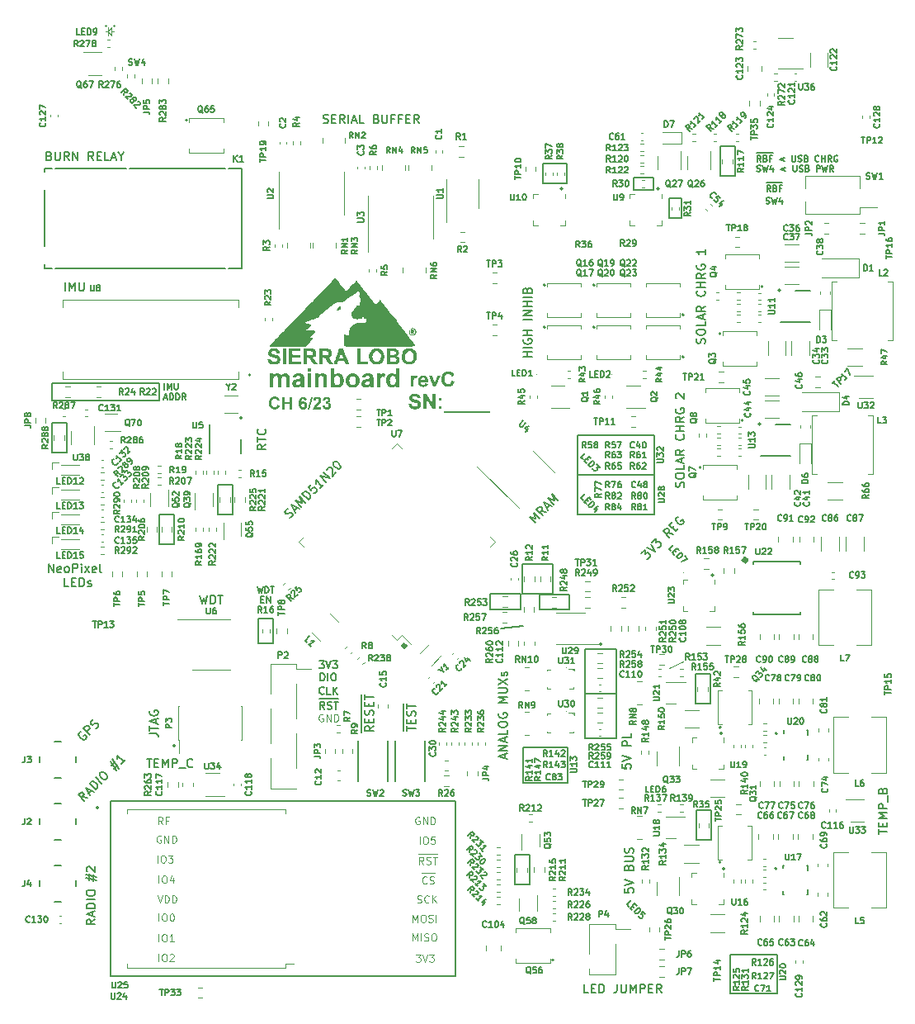
<source format=gto>
G04 #@! TF.GenerationSoftware,KiCad,Pcbnew,7.0.1*
G04 #@! TF.CreationDate,2023-06-16T15:13:15-04:00*
G04 #@! TF.ProjectId,mainboard_pcbway,6d61696e-626f-4617-9264-5f7063627761,C*
G04 #@! TF.SameCoordinates,Original*
G04 #@! TF.FileFunction,Legend,Top*
G04 #@! TF.FilePolarity,Positive*
%FSLAX46Y46*%
G04 Gerber Fmt 4.6, Leading zero omitted, Abs format (unit mm)*
G04 Created by KiCad (PCBNEW 7.0.1) date 2023-06-16 15:13:15*
%MOMM*%
%LPD*%
G01*
G04 APERTURE LIST*
%ADD10C,0.127000*%
%ADD11C,0.200000*%
%ADD12C,0.354000*%
%ADD13C,0.101600*%
%ADD14C,0.177800*%
%ADD15C,0.121920*%
%ADD16C,0.063500*%
%ADD17C,0.120000*%
%ADD18C,0.100000*%
%ADD19C,0.187000*%
%ADD20C,0.152400*%
%ADD21C,0.203200*%
%ADD22C,0.060000*%
%ADD23C,0.150000*%
%ADD24C,0.177000*%
%ADD25C,0.381000*%
G04 APERTURE END LIST*
D10*
X112395000Y-115697000D02*
X109220000Y-115697000D01*
X102870000Y-113284000D02*
X100584000Y-113538000D01*
D11*
X110929000Y-115148000D02*
G75*
G03*
X110929000Y-115148000I-127000J0D01*
G01*
D10*
X54483000Y-88392000D02*
X65532000Y-88392000D01*
X65532000Y-90170000D01*
X54483000Y-90170000D01*
X54483000Y-88392000D01*
D11*
X106934000Y-68453000D02*
G75*
G03*
X106934000Y-68453000I-127000J0D01*
G01*
D10*
X109220000Y-120269000D02*
X109220000Y-124841000D01*
X102616000Y-111633000D02*
X102616000Y-109982000D01*
D11*
X67183000Y-125603000D02*
G75*
G03*
X67183000Y-125603000I-127000J0D01*
G01*
D10*
X109220000Y-115697000D02*
X109220000Y-120269000D01*
X124079000Y-147002500D02*
X128905000Y-147002500D01*
X128905000Y-150939500D01*
X124079000Y-150939500D01*
X124079000Y-147002500D01*
D11*
X123317000Y-124333000D02*
G75*
G03*
X123317000Y-124333000I-127000J0D01*
G01*
X129286000Y-78867000D02*
G75*
G03*
X129286000Y-78867000I-127000J0D01*
G01*
D10*
X99441000Y-109982000D02*
X99441000Y-111633000D01*
D11*
X116840000Y-68453000D02*
G75*
G03*
X116840000Y-68453000I-127000J0D01*
G01*
D10*
X99441000Y-111633000D02*
X102616000Y-111633000D01*
X123063000Y-64135000D02*
X124587000Y-64135000D01*
X124587000Y-67183000D01*
X123063000Y-67183000D01*
X123063000Y-64135000D01*
X104521000Y-111633000D02*
X107569000Y-111633000D01*
X102616000Y-109982000D02*
X99441000Y-109982000D01*
X104902000Y-65913000D02*
X107315000Y-65913000D01*
X107315000Y-67945000D01*
X104902000Y-67945000D01*
X104902000Y-65913000D01*
X102743000Y-109982000D02*
X105918000Y-109982000D01*
X75692000Y-112522000D02*
X75692000Y-115062000D01*
X117856000Y-69469000D02*
X119126000Y-69469000D01*
X119126000Y-71501000D01*
X117856000Y-71501000D01*
X117856000Y-69469000D01*
X108458000Y-97790000D02*
X116332000Y-97790000D01*
X116332000Y-101854000D01*
X108458000Y-101854000D01*
X108458000Y-97790000D01*
D11*
X127254000Y-92583000D02*
G75*
G03*
X127254000Y-92583000I-127000J0D01*
G01*
X74041000Y-91948000D02*
G75*
G03*
X74041000Y-91948000I-127000J0D01*
G01*
D12*
X90855000Y-115316000D02*
G75*
G03*
X90855000Y-115316000I-177000J0D01*
G01*
D11*
X122428000Y-108077000D02*
G75*
G03*
X122428000Y-108077000I-127000J0D01*
G01*
D10*
X77216000Y-115062000D02*
X77216000Y-112522000D01*
X107569000Y-110109000D02*
X104521000Y-110109000D01*
X102870000Y-125730000D02*
X107442000Y-125730000D01*
X107442000Y-129413000D01*
X102870000Y-129413000D01*
X102870000Y-125730000D01*
X109220000Y-124841000D02*
X112395000Y-124841000D01*
D11*
X59309000Y-131953000D02*
G75*
G03*
X59309000Y-131953000I-127000J0D01*
G01*
D10*
X120523000Y-118237000D02*
X122047000Y-118237000D01*
X122047000Y-121285000D01*
X120523000Y-121285000D01*
X120523000Y-118237000D01*
X101981000Y-136779000D02*
X103505000Y-136779000D01*
X103505000Y-139827000D01*
X101981000Y-139827000D01*
X101981000Y-136779000D01*
X112395000Y-120269000D02*
X112395000Y-115697000D01*
X54483000Y-92456000D02*
X56007000Y-92456000D01*
X56007000Y-95504000D01*
X54483000Y-95504000D01*
X54483000Y-92456000D01*
X102743000Y-106934000D02*
X102743000Y-109982000D01*
X65532000Y-101854000D02*
X67056000Y-101854000D01*
X67056000Y-104902000D01*
X65532000Y-104902000D01*
X65532000Y-101854000D01*
X120650000Y-132207000D02*
X122174000Y-132207000D01*
X122174000Y-135255000D01*
X120650000Y-135255000D01*
X120650000Y-132207000D01*
X114173000Y-67310000D02*
X116205000Y-67310000D01*
X116205000Y-68580000D01*
X114173000Y-68580000D01*
X114173000Y-67310000D01*
X107569000Y-111633000D02*
X107569000Y-110109000D01*
X77216000Y-112522000D02*
X75692000Y-112522000D01*
X112395000Y-124841000D02*
X112395000Y-120269000D01*
X71501000Y-98806000D02*
X73025000Y-98806000D01*
X73025000Y-101854000D01*
X71501000Y-101854000D01*
X71501000Y-98806000D01*
X75692000Y-115062000D02*
X77216000Y-115062000D01*
D13*
X117856000Y-117602000D02*
X119253000Y-116967000D01*
D10*
X104521000Y-110109000D02*
X104521000Y-111633000D01*
X105918000Y-109982000D02*
X105918000Y-106934000D01*
X109220000Y-120269000D02*
X112395000Y-120269000D01*
X105918000Y-106934000D02*
X102743000Y-106934000D01*
X108458000Y-93726000D02*
X116332000Y-93726000D01*
X116332000Y-97790000D01*
X108458000Y-97790000D01*
X108458000Y-93726000D01*
D11*
X123571000Y-138176000D02*
G75*
G03*
X123571000Y-138176000I-127000J0D01*
G01*
D14*
X87521204Y-123570999D02*
X87097871Y-123867332D01*
X87521204Y-124078999D02*
X86632204Y-124078999D01*
X86632204Y-124078999D02*
X86632204Y-123740332D01*
X86632204Y-123740332D02*
X86674537Y-123655666D01*
X86674537Y-123655666D02*
X86716871Y-123613332D01*
X86716871Y-123613332D02*
X86801537Y-123570999D01*
X86801537Y-123570999D02*
X86928537Y-123570999D01*
X86928537Y-123570999D02*
X87013204Y-123613332D01*
X87013204Y-123613332D02*
X87055537Y-123655666D01*
X87055537Y-123655666D02*
X87097871Y-123740332D01*
X87097871Y-123740332D02*
X87097871Y-124078999D01*
X87055537Y-123189999D02*
X87055537Y-122893666D01*
X87521204Y-122766666D02*
X87521204Y-123189999D01*
X87521204Y-123189999D02*
X86632204Y-123189999D01*
X86632204Y-123189999D02*
X86632204Y-122766666D01*
X87478871Y-122427999D02*
X87521204Y-122300999D01*
X87521204Y-122300999D02*
X87521204Y-122089333D01*
X87521204Y-122089333D02*
X87478871Y-122004666D01*
X87478871Y-122004666D02*
X87436537Y-121962333D01*
X87436537Y-121962333D02*
X87351871Y-121919999D01*
X87351871Y-121919999D02*
X87267204Y-121919999D01*
X87267204Y-121919999D02*
X87182537Y-121962333D01*
X87182537Y-121962333D02*
X87140204Y-122004666D01*
X87140204Y-122004666D02*
X87097871Y-122089333D01*
X87097871Y-122089333D02*
X87055537Y-122258666D01*
X87055537Y-122258666D02*
X87013204Y-122343333D01*
X87013204Y-122343333D02*
X86970871Y-122385666D01*
X86970871Y-122385666D02*
X86886204Y-122427999D01*
X86886204Y-122427999D02*
X86801537Y-122427999D01*
X86801537Y-122427999D02*
X86716871Y-122385666D01*
X86716871Y-122385666D02*
X86674537Y-122343333D01*
X86674537Y-122343333D02*
X86632204Y-122258666D01*
X86632204Y-122258666D02*
X86632204Y-122046999D01*
X86632204Y-122046999D02*
X86674537Y-121919999D01*
X87055537Y-121538999D02*
X87055537Y-121242666D01*
X87521204Y-121115666D02*
X87521204Y-121538999D01*
X87521204Y-121538999D02*
X86632204Y-121538999D01*
X86632204Y-121538999D02*
X86632204Y-121115666D01*
X86632204Y-120861666D02*
X86632204Y-120353666D01*
X87521204Y-120607666D02*
X86632204Y-120607666D01*
X86234271Y-124201766D02*
X86234271Y-120357900D01*
D15*
X65350571Y-137574745D02*
X65350571Y-136812745D01*
X65858571Y-136812745D02*
X66003714Y-136812745D01*
X66003714Y-136812745D02*
X66076285Y-136849031D01*
X66076285Y-136849031D02*
X66148857Y-136921602D01*
X66148857Y-136921602D02*
X66185142Y-137066745D01*
X66185142Y-137066745D02*
X66185142Y-137320745D01*
X66185142Y-137320745D02*
X66148857Y-137465888D01*
X66148857Y-137465888D02*
X66076285Y-137538460D01*
X66076285Y-137538460D02*
X66003714Y-137574745D01*
X66003714Y-137574745D02*
X65858571Y-137574745D01*
X65858571Y-137574745D02*
X65786000Y-137538460D01*
X65786000Y-137538460D02*
X65713428Y-137465888D01*
X65713428Y-137465888D02*
X65677142Y-137320745D01*
X65677142Y-137320745D02*
X65677142Y-137066745D01*
X65677142Y-137066745D02*
X65713428Y-136921602D01*
X65713428Y-136921602D02*
X65786000Y-136849031D01*
X65786000Y-136849031D02*
X65858571Y-136812745D01*
X66439143Y-136812745D02*
X66910857Y-136812745D01*
X66910857Y-136812745D02*
X66656857Y-137103031D01*
X66656857Y-137103031D02*
X66765714Y-137103031D01*
X66765714Y-137103031D02*
X66838286Y-137139317D01*
X66838286Y-137139317D02*
X66874571Y-137175602D01*
X66874571Y-137175602D02*
X66910857Y-137248174D01*
X66910857Y-137248174D02*
X66910857Y-137429602D01*
X66910857Y-137429602D02*
X66874571Y-137502174D01*
X66874571Y-137502174D02*
X66838286Y-137538460D01*
X66838286Y-137538460D02*
X66765714Y-137574745D01*
X66765714Y-137574745D02*
X66548000Y-137574745D01*
X66548000Y-137574745D02*
X66475428Y-137538460D01*
X66475428Y-137538460D02*
X66439143Y-137502174D01*
X65477571Y-139657545D02*
X65477571Y-138895545D01*
X65985571Y-138895545D02*
X66130714Y-138895545D01*
X66130714Y-138895545D02*
X66203285Y-138931831D01*
X66203285Y-138931831D02*
X66275857Y-139004402D01*
X66275857Y-139004402D02*
X66312142Y-139149545D01*
X66312142Y-139149545D02*
X66312142Y-139403545D01*
X66312142Y-139403545D02*
X66275857Y-139548688D01*
X66275857Y-139548688D02*
X66203285Y-139621260D01*
X66203285Y-139621260D02*
X66130714Y-139657545D01*
X66130714Y-139657545D02*
X65985571Y-139657545D01*
X65985571Y-139657545D02*
X65913000Y-139621260D01*
X65913000Y-139621260D02*
X65840428Y-139548688D01*
X65840428Y-139548688D02*
X65804142Y-139403545D01*
X65804142Y-139403545D02*
X65804142Y-139149545D01*
X65804142Y-139149545D02*
X65840428Y-139004402D01*
X65840428Y-139004402D02*
X65913000Y-138931831D01*
X65913000Y-138931831D02*
X65985571Y-138895545D01*
X66965286Y-139149545D02*
X66965286Y-139657545D01*
X66783857Y-138859260D02*
X66602428Y-139403545D01*
X66602428Y-139403545D02*
X67074143Y-139403545D01*
X65477571Y-143543745D02*
X65477571Y-142781745D01*
X65985571Y-142781745D02*
X66130714Y-142781745D01*
X66130714Y-142781745D02*
X66203285Y-142818031D01*
X66203285Y-142818031D02*
X66275857Y-142890602D01*
X66275857Y-142890602D02*
X66312142Y-143035745D01*
X66312142Y-143035745D02*
X66312142Y-143289745D01*
X66312142Y-143289745D02*
X66275857Y-143434888D01*
X66275857Y-143434888D02*
X66203285Y-143507460D01*
X66203285Y-143507460D02*
X66130714Y-143543745D01*
X66130714Y-143543745D02*
X65985571Y-143543745D01*
X65985571Y-143543745D02*
X65913000Y-143507460D01*
X65913000Y-143507460D02*
X65840428Y-143434888D01*
X65840428Y-143434888D02*
X65804142Y-143289745D01*
X65804142Y-143289745D02*
X65804142Y-143035745D01*
X65804142Y-143035745D02*
X65840428Y-142890602D01*
X65840428Y-142890602D02*
X65913000Y-142818031D01*
X65913000Y-142818031D02*
X65985571Y-142781745D01*
X66783857Y-142781745D02*
X66856428Y-142781745D01*
X66856428Y-142781745D02*
X66929000Y-142818031D01*
X66929000Y-142818031D02*
X66965286Y-142854317D01*
X66965286Y-142854317D02*
X67001571Y-142926888D01*
X67001571Y-142926888D02*
X67037857Y-143072031D01*
X67037857Y-143072031D02*
X67037857Y-143253460D01*
X67037857Y-143253460D02*
X67001571Y-143398602D01*
X67001571Y-143398602D02*
X66965286Y-143471174D01*
X66965286Y-143471174D02*
X66929000Y-143507460D01*
X66929000Y-143507460D02*
X66856428Y-143543745D01*
X66856428Y-143543745D02*
X66783857Y-143543745D01*
X66783857Y-143543745D02*
X66711286Y-143507460D01*
X66711286Y-143507460D02*
X66675000Y-143471174D01*
X66675000Y-143471174D02*
X66638714Y-143398602D01*
X66638714Y-143398602D02*
X66602428Y-143253460D01*
X66602428Y-143253460D02*
X66602428Y-143072031D01*
X66602428Y-143072031D02*
X66638714Y-142926888D01*
X66638714Y-142926888D02*
X66675000Y-142854317D01*
X66675000Y-142854317D02*
X66711286Y-142818031D01*
X66711286Y-142818031D02*
X66783857Y-142781745D01*
X65477571Y-145651945D02*
X65477571Y-144889945D01*
X65985571Y-144889945D02*
X66130714Y-144889945D01*
X66130714Y-144889945D02*
X66203285Y-144926231D01*
X66203285Y-144926231D02*
X66275857Y-144998802D01*
X66275857Y-144998802D02*
X66312142Y-145143945D01*
X66312142Y-145143945D02*
X66312142Y-145397945D01*
X66312142Y-145397945D02*
X66275857Y-145543088D01*
X66275857Y-145543088D02*
X66203285Y-145615660D01*
X66203285Y-145615660D02*
X66130714Y-145651945D01*
X66130714Y-145651945D02*
X65985571Y-145651945D01*
X65985571Y-145651945D02*
X65913000Y-145615660D01*
X65913000Y-145615660D02*
X65840428Y-145543088D01*
X65840428Y-145543088D02*
X65804142Y-145397945D01*
X65804142Y-145397945D02*
X65804142Y-145143945D01*
X65804142Y-145143945D02*
X65840428Y-144998802D01*
X65840428Y-144998802D02*
X65913000Y-144926231D01*
X65913000Y-144926231D02*
X65985571Y-144889945D01*
X67037857Y-145651945D02*
X66602428Y-145651945D01*
X66820143Y-145651945D02*
X66820143Y-144889945D01*
X66820143Y-144889945D02*
X66747571Y-144998802D01*
X66747571Y-144998802D02*
X66675000Y-145071374D01*
X66675000Y-145071374D02*
X66602428Y-145107660D01*
X65477571Y-147683945D02*
X65477571Y-146921945D01*
X65985571Y-146921945D02*
X66130714Y-146921945D01*
X66130714Y-146921945D02*
X66203285Y-146958231D01*
X66203285Y-146958231D02*
X66275857Y-147030802D01*
X66275857Y-147030802D02*
X66312142Y-147175945D01*
X66312142Y-147175945D02*
X66312142Y-147429945D01*
X66312142Y-147429945D02*
X66275857Y-147575088D01*
X66275857Y-147575088D02*
X66203285Y-147647660D01*
X66203285Y-147647660D02*
X66130714Y-147683945D01*
X66130714Y-147683945D02*
X65985571Y-147683945D01*
X65985571Y-147683945D02*
X65913000Y-147647660D01*
X65913000Y-147647660D02*
X65840428Y-147575088D01*
X65840428Y-147575088D02*
X65804142Y-147429945D01*
X65804142Y-147429945D02*
X65804142Y-147175945D01*
X65804142Y-147175945D02*
X65840428Y-147030802D01*
X65840428Y-147030802D02*
X65913000Y-146958231D01*
X65913000Y-146958231D02*
X65985571Y-146921945D01*
X66602428Y-146994517D02*
X66638714Y-146958231D01*
X66638714Y-146958231D02*
X66711286Y-146921945D01*
X66711286Y-146921945D02*
X66892714Y-146921945D01*
X66892714Y-146921945D02*
X66965286Y-146958231D01*
X66965286Y-146958231D02*
X67001571Y-146994517D01*
X67001571Y-146994517D02*
X67037857Y-147067088D01*
X67037857Y-147067088D02*
X67037857Y-147139660D01*
X67037857Y-147139660D02*
X67001571Y-147248517D01*
X67001571Y-147248517D02*
X66566143Y-147683945D01*
X66566143Y-147683945D02*
X67037857Y-147683945D01*
X92274571Y-135644345D02*
X92274571Y-134882345D01*
X92782571Y-134882345D02*
X92927714Y-134882345D01*
X92927714Y-134882345D02*
X93000285Y-134918631D01*
X93000285Y-134918631D02*
X93072857Y-134991202D01*
X93072857Y-134991202D02*
X93109142Y-135136345D01*
X93109142Y-135136345D02*
X93109142Y-135390345D01*
X93109142Y-135390345D02*
X93072857Y-135535488D01*
X93072857Y-135535488D02*
X93000285Y-135608060D01*
X93000285Y-135608060D02*
X92927714Y-135644345D01*
X92927714Y-135644345D02*
X92782571Y-135644345D01*
X92782571Y-135644345D02*
X92710000Y-135608060D01*
X92710000Y-135608060D02*
X92637428Y-135535488D01*
X92637428Y-135535488D02*
X92601142Y-135390345D01*
X92601142Y-135390345D02*
X92601142Y-135136345D01*
X92601142Y-135136345D02*
X92637428Y-134991202D01*
X92637428Y-134991202D02*
X92710000Y-134918631D01*
X92710000Y-134918631D02*
X92782571Y-134882345D01*
X93798571Y-134882345D02*
X93435714Y-134882345D01*
X93435714Y-134882345D02*
X93399428Y-135245202D01*
X93399428Y-135245202D02*
X93435714Y-135208917D01*
X93435714Y-135208917D02*
X93508286Y-135172631D01*
X93508286Y-135172631D02*
X93689714Y-135172631D01*
X93689714Y-135172631D02*
X93762286Y-135208917D01*
X93762286Y-135208917D02*
X93798571Y-135245202D01*
X93798571Y-135245202D02*
X93834857Y-135317774D01*
X93834857Y-135317774D02*
X93834857Y-135499202D01*
X93834857Y-135499202D02*
X93798571Y-135571774D01*
X93798571Y-135571774D02*
X93762286Y-135608060D01*
X93762286Y-135608060D02*
X93689714Y-135644345D01*
X93689714Y-135644345D02*
X93508286Y-135644345D01*
X93508286Y-135644345D02*
X93435714Y-135608060D01*
X93435714Y-135608060D02*
X93399428Y-135571774D01*
X92982143Y-139661174D02*
X92945857Y-139697460D01*
X92945857Y-139697460D02*
X92837000Y-139733745D01*
X92837000Y-139733745D02*
X92764428Y-139733745D01*
X92764428Y-139733745D02*
X92655571Y-139697460D01*
X92655571Y-139697460D02*
X92583000Y-139624888D01*
X92583000Y-139624888D02*
X92546714Y-139552317D01*
X92546714Y-139552317D02*
X92510428Y-139407174D01*
X92510428Y-139407174D02*
X92510428Y-139298317D01*
X92510428Y-139298317D02*
X92546714Y-139153174D01*
X92546714Y-139153174D02*
X92583000Y-139080602D01*
X92583000Y-139080602D02*
X92655571Y-139008031D01*
X92655571Y-139008031D02*
X92764428Y-138971745D01*
X92764428Y-138971745D02*
X92837000Y-138971745D01*
X92837000Y-138971745D02*
X92945857Y-139008031D01*
X92945857Y-139008031D02*
X92982143Y-139044317D01*
X93272428Y-139697460D02*
X93381286Y-139733745D01*
X93381286Y-139733745D02*
X93562714Y-139733745D01*
X93562714Y-139733745D02*
X93635286Y-139697460D01*
X93635286Y-139697460D02*
X93671571Y-139661174D01*
X93671571Y-139661174D02*
X93707857Y-139588602D01*
X93707857Y-139588602D02*
X93707857Y-139516031D01*
X93707857Y-139516031D02*
X93671571Y-139443460D01*
X93671571Y-139443460D02*
X93635286Y-139407174D01*
X93635286Y-139407174D02*
X93562714Y-139370888D01*
X93562714Y-139370888D02*
X93417571Y-139334602D01*
X93417571Y-139334602D02*
X93345000Y-139298317D01*
X93345000Y-139298317D02*
X93308714Y-139262031D01*
X93308714Y-139262031D02*
X93272428Y-139189460D01*
X93272428Y-139189460D02*
X93272428Y-139116888D01*
X93272428Y-139116888D02*
X93308714Y-139044317D01*
X93308714Y-139044317D02*
X93345000Y-139008031D01*
X93345000Y-139008031D02*
X93417571Y-138971745D01*
X93417571Y-138971745D02*
X93599000Y-138971745D01*
X93599000Y-138971745D02*
X93707857Y-139008031D01*
X92441486Y-138630660D02*
X93776800Y-138630660D01*
X91530714Y-145575745D02*
X91530714Y-144813745D01*
X91530714Y-144813745D02*
X91784714Y-145358031D01*
X91784714Y-145358031D02*
X92038714Y-144813745D01*
X92038714Y-144813745D02*
X92038714Y-145575745D01*
X92401571Y-145575745D02*
X92401571Y-144813745D01*
X92728142Y-145539460D02*
X92837000Y-145575745D01*
X92837000Y-145575745D02*
X93018428Y-145575745D01*
X93018428Y-145575745D02*
X93091000Y-145539460D01*
X93091000Y-145539460D02*
X93127285Y-145503174D01*
X93127285Y-145503174D02*
X93163571Y-145430602D01*
X93163571Y-145430602D02*
X93163571Y-145358031D01*
X93163571Y-145358031D02*
X93127285Y-145285460D01*
X93127285Y-145285460D02*
X93091000Y-145249174D01*
X93091000Y-145249174D02*
X93018428Y-145212888D01*
X93018428Y-145212888D02*
X92873285Y-145176602D01*
X92873285Y-145176602D02*
X92800714Y-145140317D01*
X92800714Y-145140317D02*
X92764428Y-145104031D01*
X92764428Y-145104031D02*
X92728142Y-145031460D01*
X92728142Y-145031460D02*
X92728142Y-144958888D01*
X92728142Y-144958888D02*
X92764428Y-144886317D01*
X92764428Y-144886317D02*
X92800714Y-144850031D01*
X92800714Y-144850031D02*
X92873285Y-144813745D01*
X92873285Y-144813745D02*
X93054714Y-144813745D01*
X93054714Y-144813745D02*
X93163571Y-144850031D01*
X93635285Y-144813745D02*
X93780428Y-144813745D01*
X93780428Y-144813745D02*
X93852999Y-144850031D01*
X93852999Y-144850031D02*
X93925571Y-144922602D01*
X93925571Y-144922602D02*
X93961856Y-145067745D01*
X93961856Y-145067745D02*
X93961856Y-145321745D01*
X93961856Y-145321745D02*
X93925571Y-145466888D01*
X93925571Y-145466888D02*
X93852999Y-145539460D01*
X93852999Y-145539460D02*
X93780428Y-145575745D01*
X93780428Y-145575745D02*
X93635285Y-145575745D01*
X93635285Y-145575745D02*
X93562714Y-145539460D01*
X93562714Y-145539460D02*
X93490142Y-145466888D01*
X93490142Y-145466888D02*
X93453856Y-145321745D01*
X93453856Y-145321745D02*
X93453856Y-145067745D01*
X93453856Y-145067745D02*
X93490142Y-144922602D01*
X93490142Y-144922602D02*
X93562714Y-144850031D01*
X93562714Y-144850031D02*
X93635285Y-144813745D01*
X92655572Y-137727145D02*
X92401572Y-137364288D01*
X92220143Y-137727145D02*
X92220143Y-136965145D01*
X92220143Y-136965145D02*
X92510429Y-136965145D01*
X92510429Y-136965145D02*
X92583000Y-137001431D01*
X92583000Y-137001431D02*
X92619286Y-137037717D01*
X92619286Y-137037717D02*
X92655572Y-137110288D01*
X92655572Y-137110288D02*
X92655572Y-137219145D01*
X92655572Y-137219145D02*
X92619286Y-137291717D01*
X92619286Y-137291717D02*
X92583000Y-137328002D01*
X92583000Y-137328002D02*
X92510429Y-137364288D01*
X92510429Y-137364288D02*
X92220143Y-137364288D01*
X92945857Y-137690860D02*
X93054715Y-137727145D01*
X93054715Y-137727145D02*
X93236143Y-137727145D01*
X93236143Y-137727145D02*
X93308715Y-137690860D01*
X93308715Y-137690860D02*
X93345000Y-137654574D01*
X93345000Y-137654574D02*
X93381286Y-137582002D01*
X93381286Y-137582002D02*
X93381286Y-137509431D01*
X93381286Y-137509431D02*
X93345000Y-137436860D01*
X93345000Y-137436860D02*
X93308715Y-137400574D01*
X93308715Y-137400574D02*
X93236143Y-137364288D01*
X93236143Y-137364288D02*
X93091000Y-137328002D01*
X93091000Y-137328002D02*
X93018429Y-137291717D01*
X93018429Y-137291717D02*
X92982143Y-137255431D01*
X92982143Y-137255431D02*
X92945857Y-137182860D01*
X92945857Y-137182860D02*
X92945857Y-137110288D01*
X92945857Y-137110288D02*
X92982143Y-137037717D01*
X92982143Y-137037717D02*
X93018429Y-137001431D01*
X93018429Y-137001431D02*
X93091000Y-136965145D01*
X93091000Y-136965145D02*
X93272429Y-136965145D01*
X93272429Y-136965145D02*
X93381286Y-137001431D01*
X93599000Y-136965145D02*
X94034429Y-136965145D01*
X93816714Y-137727145D02*
X93816714Y-136965145D01*
X92114915Y-136624060D02*
X94030800Y-136624060D01*
X91530714Y-143670745D02*
X91530714Y-142908745D01*
X91530714Y-142908745D02*
X91784714Y-143453031D01*
X91784714Y-143453031D02*
X92038714Y-142908745D01*
X92038714Y-142908745D02*
X92038714Y-143670745D01*
X92546714Y-142908745D02*
X92691857Y-142908745D01*
X92691857Y-142908745D02*
X92764428Y-142945031D01*
X92764428Y-142945031D02*
X92837000Y-143017602D01*
X92837000Y-143017602D02*
X92873285Y-143162745D01*
X92873285Y-143162745D02*
X92873285Y-143416745D01*
X92873285Y-143416745D02*
X92837000Y-143561888D01*
X92837000Y-143561888D02*
X92764428Y-143634460D01*
X92764428Y-143634460D02*
X92691857Y-143670745D01*
X92691857Y-143670745D02*
X92546714Y-143670745D01*
X92546714Y-143670745D02*
X92474143Y-143634460D01*
X92474143Y-143634460D02*
X92401571Y-143561888D01*
X92401571Y-143561888D02*
X92365285Y-143416745D01*
X92365285Y-143416745D02*
X92365285Y-143162745D01*
X92365285Y-143162745D02*
X92401571Y-143017602D01*
X92401571Y-143017602D02*
X92474143Y-142945031D01*
X92474143Y-142945031D02*
X92546714Y-142908745D01*
X93163571Y-143634460D02*
X93272429Y-143670745D01*
X93272429Y-143670745D02*
X93453857Y-143670745D01*
X93453857Y-143670745D02*
X93526429Y-143634460D01*
X93526429Y-143634460D02*
X93562714Y-143598174D01*
X93562714Y-143598174D02*
X93599000Y-143525602D01*
X93599000Y-143525602D02*
X93599000Y-143453031D01*
X93599000Y-143453031D02*
X93562714Y-143380460D01*
X93562714Y-143380460D02*
X93526429Y-143344174D01*
X93526429Y-143344174D02*
X93453857Y-143307888D01*
X93453857Y-143307888D02*
X93308714Y-143271602D01*
X93308714Y-143271602D02*
X93236143Y-143235317D01*
X93236143Y-143235317D02*
X93199857Y-143199031D01*
X93199857Y-143199031D02*
X93163571Y-143126460D01*
X93163571Y-143126460D02*
X93163571Y-143053888D01*
X93163571Y-143053888D02*
X93199857Y-142981317D01*
X93199857Y-142981317D02*
X93236143Y-142945031D01*
X93236143Y-142945031D02*
X93308714Y-142908745D01*
X93308714Y-142908745D02*
X93490143Y-142908745D01*
X93490143Y-142908745D02*
X93599000Y-142945031D01*
X93925571Y-143670745D02*
X93925571Y-142908745D01*
X92002428Y-141653260D02*
X92111286Y-141689545D01*
X92111286Y-141689545D02*
X92292714Y-141689545D01*
X92292714Y-141689545D02*
X92365286Y-141653260D01*
X92365286Y-141653260D02*
X92401571Y-141616974D01*
X92401571Y-141616974D02*
X92437857Y-141544402D01*
X92437857Y-141544402D02*
X92437857Y-141471831D01*
X92437857Y-141471831D02*
X92401571Y-141399260D01*
X92401571Y-141399260D02*
X92365286Y-141362974D01*
X92365286Y-141362974D02*
X92292714Y-141326688D01*
X92292714Y-141326688D02*
X92147571Y-141290402D01*
X92147571Y-141290402D02*
X92075000Y-141254117D01*
X92075000Y-141254117D02*
X92038714Y-141217831D01*
X92038714Y-141217831D02*
X92002428Y-141145260D01*
X92002428Y-141145260D02*
X92002428Y-141072688D01*
X92002428Y-141072688D02*
X92038714Y-141000117D01*
X92038714Y-141000117D02*
X92075000Y-140963831D01*
X92075000Y-140963831D02*
X92147571Y-140927545D01*
X92147571Y-140927545D02*
X92329000Y-140927545D01*
X92329000Y-140927545D02*
X92437857Y-140963831D01*
X93199857Y-141616974D02*
X93163571Y-141653260D01*
X93163571Y-141653260D02*
X93054714Y-141689545D01*
X93054714Y-141689545D02*
X92982142Y-141689545D01*
X92982142Y-141689545D02*
X92873285Y-141653260D01*
X92873285Y-141653260D02*
X92800714Y-141580688D01*
X92800714Y-141580688D02*
X92764428Y-141508117D01*
X92764428Y-141508117D02*
X92728142Y-141362974D01*
X92728142Y-141362974D02*
X92728142Y-141254117D01*
X92728142Y-141254117D02*
X92764428Y-141108974D01*
X92764428Y-141108974D02*
X92800714Y-141036402D01*
X92800714Y-141036402D02*
X92873285Y-140963831D01*
X92873285Y-140963831D02*
X92982142Y-140927545D01*
X92982142Y-140927545D02*
X93054714Y-140927545D01*
X93054714Y-140927545D02*
X93163571Y-140963831D01*
X93163571Y-140963831D02*
X93199857Y-141000117D01*
X93526428Y-141689545D02*
X93526428Y-140927545D01*
X93961857Y-141689545D02*
X93635285Y-141254117D01*
X93961857Y-140927545D02*
X93526428Y-141362974D01*
D14*
X58201757Y-130874382D02*
X57692876Y-130784579D01*
X57842547Y-131233592D02*
X57213929Y-130604974D01*
X57213929Y-130604974D02*
X57453402Y-130365500D01*
X57453402Y-130365500D02*
X57543205Y-130335566D01*
X57543205Y-130335566D02*
X57603073Y-130335566D01*
X57603073Y-130335566D02*
X57692876Y-130365500D01*
X57692876Y-130365500D02*
X57782679Y-130455303D01*
X57782679Y-130455303D02*
X57812613Y-130545106D01*
X57812613Y-130545106D02*
X57812613Y-130604974D01*
X57812613Y-130604974D02*
X57782679Y-130694776D01*
X57782679Y-130694776D02*
X57543205Y-130934250D01*
X58261625Y-130455303D02*
X58560967Y-130155961D01*
X58381362Y-130694776D02*
X57962284Y-129856619D01*
X57962284Y-129856619D02*
X58800441Y-130275698D01*
X59009980Y-130066159D02*
X58381362Y-129437541D01*
X58381362Y-129437541D02*
X58531033Y-129287870D01*
X58531033Y-129287870D02*
X58650770Y-129228001D01*
X58650770Y-129228001D02*
X58770507Y-129228001D01*
X58770507Y-129228001D02*
X58860309Y-129257935D01*
X58860309Y-129257935D02*
X59009980Y-129347738D01*
X59009980Y-129347738D02*
X59099783Y-129437541D01*
X59099783Y-129437541D02*
X59189585Y-129587212D01*
X59189585Y-129587212D02*
X59219519Y-129677014D01*
X59219519Y-129677014D02*
X59219519Y-129796751D01*
X59219519Y-129796751D02*
X59159651Y-129916488D01*
X59159651Y-129916488D02*
X59009980Y-130066159D01*
X59638598Y-129437541D02*
X59009980Y-128808923D01*
X59429059Y-128389844D02*
X59548795Y-128270108D01*
X59548795Y-128270108D02*
X59638598Y-128240173D01*
X59638598Y-128240173D02*
X59758335Y-128240173D01*
X59758335Y-128240173D02*
X59908006Y-128329976D01*
X59908006Y-128329976D02*
X60117545Y-128539515D01*
X60117545Y-128539515D02*
X60207347Y-128689186D01*
X60207347Y-128689186D02*
X60207347Y-128808923D01*
X60207347Y-128808923D02*
X60177413Y-128898725D01*
X60177413Y-128898725D02*
X60057676Y-129018462D01*
X60057676Y-129018462D02*
X59967874Y-129048396D01*
X59967874Y-129048396D02*
X59848137Y-129048396D01*
X59848137Y-129048396D02*
X59698466Y-128958594D01*
X59698466Y-128958594D02*
X59488927Y-128749055D01*
X59488927Y-128749055D02*
X59399124Y-128599384D01*
X59399124Y-128599384D02*
X59399124Y-128479647D01*
X59399124Y-128479647D02*
X59429059Y-128389844D01*
X60626426Y-127611556D02*
X61075438Y-127162543D01*
X60536623Y-127162543D02*
X61165241Y-128150371D01*
X61284978Y-127491819D02*
X60835965Y-127940832D01*
X61374780Y-127940832D02*
X60746162Y-126953004D01*
X62033332Y-127042806D02*
X61674122Y-127402017D01*
X61853727Y-127222411D02*
X61225109Y-126593794D01*
X61225109Y-126593794D02*
X61255043Y-126743464D01*
X61255043Y-126743464D02*
X61255043Y-126863201D01*
X61255043Y-126863201D02*
X61225109Y-126953004D01*
D15*
X65332428Y-140927545D02*
X65586428Y-141689545D01*
X65586428Y-141689545D02*
X65840428Y-140927545D01*
X66094428Y-141689545D02*
X66094428Y-140927545D01*
X66094428Y-140927545D02*
X66275857Y-140927545D01*
X66275857Y-140927545D02*
X66384714Y-140963831D01*
X66384714Y-140963831D02*
X66457285Y-141036402D01*
X66457285Y-141036402D02*
X66493571Y-141108974D01*
X66493571Y-141108974D02*
X66529857Y-141254117D01*
X66529857Y-141254117D02*
X66529857Y-141362974D01*
X66529857Y-141362974D02*
X66493571Y-141508117D01*
X66493571Y-141508117D02*
X66457285Y-141580688D01*
X66457285Y-141580688D02*
X66384714Y-141653260D01*
X66384714Y-141653260D02*
X66275857Y-141689545D01*
X66275857Y-141689545D02*
X66094428Y-141689545D01*
X66856428Y-141689545D02*
X66856428Y-140927545D01*
X66856428Y-140927545D02*
X67037857Y-140927545D01*
X67037857Y-140927545D02*
X67146714Y-140963831D01*
X67146714Y-140963831D02*
X67219285Y-141036402D01*
X67219285Y-141036402D02*
X67255571Y-141108974D01*
X67255571Y-141108974D02*
X67291857Y-141254117D01*
X67291857Y-141254117D02*
X67291857Y-141362974D01*
X67291857Y-141362974D02*
X67255571Y-141508117D01*
X67255571Y-141508117D02*
X67219285Y-141580688D01*
X67219285Y-141580688D02*
X67146714Y-141653260D01*
X67146714Y-141653260D02*
X67037857Y-141689545D01*
X67037857Y-141689545D02*
X66856428Y-141689545D01*
X65695285Y-134817031D02*
X65622714Y-134780745D01*
X65622714Y-134780745D02*
X65513856Y-134780745D01*
X65513856Y-134780745D02*
X65404999Y-134817031D01*
X65404999Y-134817031D02*
X65332428Y-134889602D01*
X65332428Y-134889602D02*
X65296142Y-134962174D01*
X65296142Y-134962174D02*
X65259856Y-135107317D01*
X65259856Y-135107317D02*
X65259856Y-135216174D01*
X65259856Y-135216174D02*
X65296142Y-135361317D01*
X65296142Y-135361317D02*
X65332428Y-135433888D01*
X65332428Y-135433888D02*
X65404999Y-135506460D01*
X65404999Y-135506460D02*
X65513856Y-135542745D01*
X65513856Y-135542745D02*
X65586428Y-135542745D01*
X65586428Y-135542745D02*
X65695285Y-135506460D01*
X65695285Y-135506460D02*
X65731571Y-135470174D01*
X65731571Y-135470174D02*
X65731571Y-135216174D01*
X65731571Y-135216174D02*
X65586428Y-135216174D01*
X66058142Y-135542745D02*
X66058142Y-134780745D01*
X66058142Y-134780745D02*
X66493571Y-135542745D01*
X66493571Y-135542745D02*
X66493571Y-134780745D01*
X66856428Y-135542745D02*
X66856428Y-134780745D01*
X66856428Y-134780745D02*
X67037857Y-134780745D01*
X67037857Y-134780745D02*
X67146714Y-134817031D01*
X67146714Y-134817031D02*
X67219285Y-134889602D01*
X67219285Y-134889602D02*
X67255571Y-134962174D01*
X67255571Y-134962174D02*
X67291857Y-135107317D01*
X67291857Y-135107317D02*
X67291857Y-135216174D01*
X67291857Y-135216174D02*
X67255571Y-135361317D01*
X67255571Y-135361317D02*
X67219285Y-135433888D01*
X67219285Y-135433888D02*
X67146714Y-135506460D01*
X67146714Y-135506460D02*
X67037857Y-135542745D01*
X67037857Y-135542745D02*
X66856428Y-135542745D01*
D10*
X82495572Y-121826745D02*
X82241572Y-121463888D01*
X82060143Y-121826745D02*
X82060143Y-121064745D01*
X82060143Y-121064745D02*
X82350429Y-121064745D01*
X82350429Y-121064745D02*
X82423000Y-121101031D01*
X82423000Y-121101031D02*
X82459286Y-121137317D01*
X82459286Y-121137317D02*
X82495572Y-121209888D01*
X82495572Y-121209888D02*
X82495572Y-121318745D01*
X82495572Y-121318745D02*
X82459286Y-121391317D01*
X82459286Y-121391317D02*
X82423000Y-121427602D01*
X82423000Y-121427602D02*
X82350429Y-121463888D01*
X82350429Y-121463888D02*
X82060143Y-121463888D01*
X82785857Y-121790460D02*
X82894715Y-121826745D01*
X82894715Y-121826745D02*
X83076143Y-121826745D01*
X83076143Y-121826745D02*
X83148715Y-121790460D01*
X83148715Y-121790460D02*
X83185000Y-121754174D01*
X83185000Y-121754174D02*
X83221286Y-121681602D01*
X83221286Y-121681602D02*
X83221286Y-121609031D01*
X83221286Y-121609031D02*
X83185000Y-121536460D01*
X83185000Y-121536460D02*
X83148715Y-121500174D01*
X83148715Y-121500174D02*
X83076143Y-121463888D01*
X83076143Y-121463888D02*
X82931000Y-121427602D01*
X82931000Y-121427602D02*
X82858429Y-121391317D01*
X82858429Y-121391317D02*
X82822143Y-121355031D01*
X82822143Y-121355031D02*
X82785857Y-121282460D01*
X82785857Y-121282460D02*
X82785857Y-121209888D01*
X82785857Y-121209888D02*
X82822143Y-121137317D01*
X82822143Y-121137317D02*
X82858429Y-121101031D01*
X82858429Y-121101031D02*
X82931000Y-121064745D01*
X82931000Y-121064745D02*
X83112429Y-121064745D01*
X83112429Y-121064745D02*
X83221286Y-121101031D01*
X83439000Y-121064745D02*
X83874429Y-121064745D01*
X83656714Y-121826745D02*
X83656714Y-121064745D01*
X81954915Y-120723660D02*
X83870800Y-120723660D01*
D15*
X91857286Y-146972745D02*
X92329000Y-146972745D01*
X92329000Y-146972745D02*
X92075000Y-147263031D01*
X92075000Y-147263031D02*
X92183857Y-147263031D01*
X92183857Y-147263031D02*
X92256429Y-147299317D01*
X92256429Y-147299317D02*
X92292714Y-147335602D01*
X92292714Y-147335602D02*
X92329000Y-147408174D01*
X92329000Y-147408174D02*
X92329000Y-147589602D01*
X92329000Y-147589602D02*
X92292714Y-147662174D01*
X92292714Y-147662174D02*
X92256429Y-147698460D01*
X92256429Y-147698460D02*
X92183857Y-147734745D01*
X92183857Y-147734745D02*
X91966143Y-147734745D01*
X91966143Y-147734745D02*
X91893571Y-147698460D01*
X91893571Y-147698460D02*
X91857286Y-147662174D01*
X92546714Y-146972745D02*
X92800714Y-147734745D01*
X92800714Y-147734745D02*
X93054714Y-146972745D01*
X93236143Y-146972745D02*
X93707857Y-146972745D01*
X93707857Y-146972745D02*
X93453857Y-147263031D01*
X93453857Y-147263031D02*
X93562714Y-147263031D01*
X93562714Y-147263031D02*
X93635286Y-147299317D01*
X93635286Y-147299317D02*
X93671571Y-147335602D01*
X93671571Y-147335602D02*
X93707857Y-147408174D01*
X93707857Y-147408174D02*
X93707857Y-147589602D01*
X93707857Y-147589602D02*
X93671571Y-147662174D01*
X93671571Y-147662174D02*
X93635286Y-147698460D01*
X93635286Y-147698460D02*
X93562714Y-147734745D01*
X93562714Y-147734745D02*
X93345000Y-147734745D01*
X93345000Y-147734745D02*
X93272428Y-147698460D01*
X93272428Y-147698460D02*
X93236143Y-147662174D01*
X82332285Y-122371031D02*
X82259714Y-122334745D01*
X82259714Y-122334745D02*
X82150856Y-122334745D01*
X82150856Y-122334745D02*
X82041999Y-122371031D01*
X82041999Y-122371031D02*
X81969428Y-122443602D01*
X81969428Y-122443602D02*
X81933142Y-122516174D01*
X81933142Y-122516174D02*
X81896856Y-122661317D01*
X81896856Y-122661317D02*
X81896856Y-122770174D01*
X81896856Y-122770174D02*
X81933142Y-122915317D01*
X81933142Y-122915317D02*
X81969428Y-122987888D01*
X81969428Y-122987888D02*
X82041999Y-123060460D01*
X82041999Y-123060460D02*
X82150856Y-123096745D01*
X82150856Y-123096745D02*
X82223428Y-123096745D01*
X82223428Y-123096745D02*
X82332285Y-123060460D01*
X82332285Y-123060460D02*
X82368571Y-123024174D01*
X82368571Y-123024174D02*
X82368571Y-122770174D01*
X82368571Y-122770174D02*
X82223428Y-122770174D01*
X82695142Y-123096745D02*
X82695142Y-122334745D01*
X82695142Y-122334745D02*
X83130571Y-123096745D01*
X83130571Y-123096745D02*
X83130571Y-122334745D01*
X83493428Y-123096745D02*
X83493428Y-122334745D01*
X83493428Y-122334745D02*
X83674857Y-122334745D01*
X83674857Y-122334745D02*
X83783714Y-122371031D01*
X83783714Y-122371031D02*
X83856285Y-122443602D01*
X83856285Y-122443602D02*
X83892571Y-122516174D01*
X83892571Y-122516174D02*
X83928857Y-122661317D01*
X83928857Y-122661317D02*
X83928857Y-122770174D01*
X83928857Y-122770174D02*
X83892571Y-122915317D01*
X83892571Y-122915317D02*
X83856285Y-122987888D01*
X83856285Y-122987888D02*
X83783714Y-123060460D01*
X83783714Y-123060460D02*
X83674857Y-123096745D01*
X83674857Y-123096745D02*
X83493428Y-123096745D01*
D10*
X82423000Y-120230174D02*
X82386714Y-120266460D01*
X82386714Y-120266460D02*
X82277857Y-120302745D01*
X82277857Y-120302745D02*
X82205285Y-120302745D01*
X82205285Y-120302745D02*
X82096428Y-120266460D01*
X82096428Y-120266460D02*
X82023857Y-120193888D01*
X82023857Y-120193888D02*
X81987571Y-120121317D01*
X81987571Y-120121317D02*
X81951285Y-119976174D01*
X81951285Y-119976174D02*
X81951285Y-119867317D01*
X81951285Y-119867317D02*
X81987571Y-119722174D01*
X81987571Y-119722174D02*
X82023857Y-119649602D01*
X82023857Y-119649602D02*
X82096428Y-119577031D01*
X82096428Y-119577031D02*
X82205285Y-119540745D01*
X82205285Y-119540745D02*
X82277857Y-119540745D01*
X82277857Y-119540745D02*
X82386714Y-119577031D01*
X82386714Y-119577031D02*
X82423000Y-119613317D01*
X83112428Y-120302745D02*
X82749571Y-120302745D01*
X82749571Y-120302745D02*
X82749571Y-119540745D01*
X83366428Y-120302745D02*
X83366428Y-119540745D01*
X83801857Y-120302745D02*
X83475285Y-119867317D01*
X83801857Y-119540745D02*
X83366428Y-119976174D01*
X82078285Y-118905745D02*
X82078285Y-118143745D01*
X82078285Y-118143745D02*
X82259714Y-118143745D01*
X82259714Y-118143745D02*
X82368571Y-118180031D01*
X82368571Y-118180031D02*
X82441142Y-118252602D01*
X82441142Y-118252602D02*
X82477428Y-118325174D01*
X82477428Y-118325174D02*
X82513714Y-118470317D01*
X82513714Y-118470317D02*
X82513714Y-118579174D01*
X82513714Y-118579174D02*
X82477428Y-118724317D01*
X82477428Y-118724317D02*
X82441142Y-118796888D01*
X82441142Y-118796888D02*
X82368571Y-118869460D01*
X82368571Y-118869460D02*
X82259714Y-118905745D01*
X82259714Y-118905745D02*
X82078285Y-118905745D01*
X82840285Y-118905745D02*
X82840285Y-118143745D01*
X83348285Y-118143745D02*
X83493428Y-118143745D01*
X83493428Y-118143745D02*
X83565999Y-118180031D01*
X83565999Y-118180031D02*
X83638571Y-118252602D01*
X83638571Y-118252602D02*
X83674856Y-118397745D01*
X83674856Y-118397745D02*
X83674856Y-118651745D01*
X83674856Y-118651745D02*
X83638571Y-118796888D01*
X83638571Y-118796888D02*
X83565999Y-118869460D01*
X83565999Y-118869460D02*
X83493428Y-118905745D01*
X83493428Y-118905745D02*
X83348285Y-118905745D01*
X83348285Y-118905745D02*
X83275714Y-118869460D01*
X83275714Y-118869460D02*
X83203142Y-118796888D01*
X83203142Y-118796888D02*
X83166856Y-118651745D01*
X83166856Y-118651745D02*
X83166856Y-118397745D01*
X83166856Y-118397745D02*
X83203142Y-118252602D01*
X83203142Y-118252602D02*
X83275714Y-118180031D01*
X83275714Y-118180031D02*
X83348285Y-118143745D01*
X81951286Y-116873745D02*
X82423000Y-116873745D01*
X82423000Y-116873745D02*
X82169000Y-117164031D01*
X82169000Y-117164031D02*
X82277857Y-117164031D01*
X82277857Y-117164031D02*
X82350429Y-117200317D01*
X82350429Y-117200317D02*
X82386714Y-117236602D01*
X82386714Y-117236602D02*
X82423000Y-117309174D01*
X82423000Y-117309174D02*
X82423000Y-117490602D01*
X82423000Y-117490602D02*
X82386714Y-117563174D01*
X82386714Y-117563174D02*
X82350429Y-117599460D01*
X82350429Y-117599460D02*
X82277857Y-117635745D01*
X82277857Y-117635745D02*
X82060143Y-117635745D01*
X82060143Y-117635745D02*
X81987571Y-117599460D01*
X81987571Y-117599460D02*
X81951286Y-117563174D01*
X82640714Y-116873745D02*
X82894714Y-117635745D01*
X82894714Y-117635745D02*
X83148714Y-116873745D01*
X83330143Y-116873745D02*
X83801857Y-116873745D01*
X83801857Y-116873745D02*
X83547857Y-117164031D01*
X83547857Y-117164031D02*
X83656714Y-117164031D01*
X83656714Y-117164031D02*
X83729286Y-117200317D01*
X83729286Y-117200317D02*
X83765571Y-117236602D01*
X83765571Y-117236602D02*
X83801857Y-117309174D01*
X83801857Y-117309174D02*
X83801857Y-117490602D01*
X83801857Y-117490602D02*
X83765571Y-117563174D01*
X83765571Y-117563174D02*
X83729286Y-117599460D01*
X83729286Y-117599460D02*
X83656714Y-117635745D01*
X83656714Y-117635745D02*
X83439000Y-117635745D01*
X83439000Y-117635745D02*
X83366428Y-117599460D01*
X83366428Y-117599460D02*
X83330143Y-117563174D01*
D14*
X58946204Y-143382999D02*
X58522871Y-143679332D01*
X58946204Y-143890999D02*
X58057204Y-143890999D01*
X58057204Y-143890999D02*
X58057204Y-143552332D01*
X58057204Y-143552332D02*
X58099537Y-143467666D01*
X58099537Y-143467666D02*
X58141871Y-143425332D01*
X58141871Y-143425332D02*
X58226537Y-143382999D01*
X58226537Y-143382999D02*
X58353537Y-143382999D01*
X58353537Y-143382999D02*
X58438204Y-143425332D01*
X58438204Y-143425332D02*
X58480537Y-143467666D01*
X58480537Y-143467666D02*
X58522871Y-143552332D01*
X58522871Y-143552332D02*
X58522871Y-143890999D01*
X58692204Y-143044332D02*
X58692204Y-142620999D01*
X58946204Y-143128999D02*
X58057204Y-142832666D01*
X58057204Y-142832666D02*
X58946204Y-142536332D01*
X58946204Y-142239999D02*
X58057204Y-142239999D01*
X58057204Y-142239999D02*
X58057204Y-142028332D01*
X58057204Y-142028332D02*
X58099537Y-141901332D01*
X58099537Y-141901332D02*
X58184204Y-141816666D01*
X58184204Y-141816666D02*
X58268871Y-141774332D01*
X58268871Y-141774332D02*
X58438204Y-141731999D01*
X58438204Y-141731999D02*
X58565204Y-141731999D01*
X58565204Y-141731999D02*
X58734537Y-141774332D01*
X58734537Y-141774332D02*
X58819204Y-141816666D01*
X58819204Y-141816666D02*
X58903871Y-141901332D01*
X58903871Y-141901332D02*
X58946204Y-142028332D01*
X58946204Y-142028332D02*
X58946204Y-142239999D01*
X58946204Y-141350999D02*
X58057204Y-141350999D01*
X58057204Y-140758333D02*
X58057204Y-140588999D01*
X58057204Y-140588999D02*
X58099537Y-140504333D01*
X58099537Y-140504333D02*
X58184204Y-140419666D01*
X58184204Y-140419666D02*
X58353537Y-140377333D01*
X58353537Y-140377333D02*
X58649871Y-140377333D01*
X58649871Y-140377333D02*
X58819204Y-140419666D01*
X58819204Y-140419666D02*
X58903871Y-140504333D01*
X58903871Y-140504333D02*
X58946204Y-140588999D01*
X58946204Y-140588999D02*
X58946204Y-140758333D01*
X58946204Y-140758333D02*
X58903871Y-140842999D01*
X58903871Y-140842999D02*
X58819204Y-140927666D01*
X58819204Y-140927666D02*
X58649871Y-140969999D01*
X58649871Y-140969999D02*
X58353537Y-140969999D01*
X58353537Y-140969999D02*
X58184204Y-140927666D01*
X58184204Y-140927666D02*
X58099537Y-140842999D01*
X58099537Y-140842999D02*
X58057204Y-140758333D01*
X58353537Y-139361333D02*
X58353537Y-138726333D01*
X57972537Y-139107333D02*
X59115537Y-139361333D01*
X58734537Y-138811000D02*
X58734537Y-139446000D01*
X59115537Y-139065000D02*
X57972537Y-138811000D01*
X58141871Y-138472333D02*
X58099537Y-138430000D01*
X58099537Y-138430000D02*
X58057204Y-138345333D01*
X58057204Y-138345333D02*
X58057204Y-138133667D01*
X58057204Y-138133667D02*
X58099537Y-138049000D01*
X58099537Y-138049000D02*
X58141871Y-138006667D01*
X58141871Y-138006667D02*
X58226537Y-137964333D01*
X58226537Y-137964333D02*
X58311204Y-137964333D01*
X58311204Y-137964333D02*
X58438204Y-138006667D01*
X58438204Y-138006667D02*
X58946204Y-138514667D01*
X58946204Y-138514667D02*
X58946204Y-137964333D01*
D10*
X107735763Y-128294190D02*
X108249810Y-128294190D01*
X108249810Y-128294190D02*
X108310286Y-128263952D01*
X108310286Y-128263952D02*
X108340525Y-128233714D01*
X108340525Y-128233714D02*
X108370763Y-128173238D01*
X108370763Y-128173238D02*
X108370763Y-128052285D01*
X108370763Y-128052285D02*
X108340525Y-127991809D01*
X108340525Y-127991809D02*
X108310286Y-127961571D01*
X108310286Y-127961571D02*
X108249810Y-127931333D01*
X108249810Y-127931333D02*
X107735763Y-127931333D01*
X108370763Y-127296333D02*
X108370763Y-127659190D01*
X108370763Y-127477762D02*
X107735763Y-127477762D01*
X107735763Y-127477762D02*
X107826477Y-127538238D01*
X107826477Y-127538238D02*
X107886953Y-127598714D01*
X107886953Y-127598714D02*
X107917191Y-127659190D01*
X107735763Y-127084666D02*
X107735763Y-126691571D01*
X107735763Y-126691571D02*
X107977667Y-126903238D01*
X107977667Y-126903238D02*
X107977667Y-126812523D01*
X107977667Y-126812523D02*
X108007905Y-126752047D01*
X108007905Y-126752047D02*
X108038144Y-126721809D01*
X108038144Y-126721809D02*
X108098620Y-126691571D01*
X108098620Y-126691571D02*
X108249810Y-126691571D01*
X108249810Y-126691571D02*
X108310286Y-126721809D01*
X108310286Y-126721809D02*
X108340525Y-126752047D01*
X108340525Y-126752047D02*
X108370763Y-126812523D01*
X108370763Y-126812523D02*
X108370763Y-126993952D01*
X108370763Y-126993952D02*
X108340525Y-127054428D01*
X108340525Y-127054428D02*
X108310286Y-127084666D01*
D14*
G36*
X77656245Y-90600798D02*
G01*
X77906568Y-90680206D01*
X77902887Y-90693322D01*
X77899058Y-90706225D01*
X77895079Y-90718915D01*
X77890951Y-90731392D01*
X77886675Y-90743657D01*
X77882249Y-90755709D01*
X77877675Y-90767549D01*
X77872951Y-90779176D01*
X77868078Y-90790590D01*
X77857886Y-90812781D01*
X77847097Y-90834121D01*
X77835712Y-90854610D01*
X77823731Y-90874249D01*
X77811154Y-90893037D01*
X77797980Y-90910975D01*
X77784211Y-90928062D01*
X77769845Y-90944298D01*
X77754884Y-90959684D01*
X77739326Y-90974219D01*
X77723172Y-90987904D01*
X77714871Y-90994427D01*
X77697877Y-91006860D01*
X77680319Y-91018491D01*
X77662196Y-91029320D01*
X77643508Y-91039346D01*
X77624256Y-91048571D01*
X77604439Y-91056993D01*
X77584058Y-91064613D01*
X77563111Y-91071431D01*
X77541601Y-91077447D01*
X77519525Y-91082661D01*
X77496885Y-91087073D01*
X77473680Y-91090682D01*
X77449911Y-91093490D01*
X77425577Y-91095495D01*
X77400678Y-91096698D01*
X77388017Y-91096999D01*
X77375215Y-91097100D01*
X77359387Y-91096931D01*
X77343736Y-91096426D01*
X77328261Y-91095584D01*
X77312964Y-91094405D01*
X77297843Y-91092889D01*
X77282900Y-91091036D01*
X77268133Y-91088847D01*
X77253543Y-91086320D01*
X77239131Y-91083457D01*
X77224895Y-91080257D01*
X77210836Y-91076720D01*
X77196953Y-91072847D01*
X77183248Y-91068636D01*
X77169720Y-91064089D01*
X77156368Y-91059204D01*
X77143194Y-91053983D01*
X77130196Y-91048425D01*
X77117376Y-91042531D01*
X77104732Y-91036299D01*
X77092265Y-91029730D01*
X77079975Y-91022825D01*
X77067862Y-91015583D01*
X77055925Y-91008004D01*
X77044166Y-91000088D01*
X77032584Y-90991835D01*
X77021178Y-90983246D01*
X77009950Y-90974319D01*
X76998898Y-90965056D01*
X76988023Y-90955456D01*
X76977325Y-90945519D01*
X76966804Y-90935245D01*
X76956460Y-90924635D01*
X76946384Y-90913732D01*
X76936628Y-90902582D01*
X76927191Y-90891185D01*
X76918075Y-90879541D01*
X76909278Y-90867650D01*
X76900801Y-90855511D01*
X76892644Y-90843125D01*
X76884807Y-90830493D01*
X76877290Y-90817612D01*
X76870092Y-90804485D01*
X76863215Y-90791111D01*
X76856657Y-90777489D01*
X76850420Y-90763620D01*
X76844502Y-90749504D01*
X76838904Y-90735141D01*
X76833626Y-90720531D01*
X76828668Y-90705673D01*
X76824029Y-90690569D01*
X76819711Y-90675217D01*
X76815712Y-90659618D01*
X76812034Y-90643771D01*
X76808675Y-90627678D01*
X76805636Y-90611337D01*
X76802917Y-90594749D01*
X76800518Y-90577914D01*
X76798439Y-90560832D01*
X76796679Y-90543503D01*
X76795240Y-90525926D01*
X76794120Y-90508103D01*
X76793321Y-90490032D01*
X76792841Y-90471714D01*
X76792681Y-90453148D01*
X76792842Y-90433512D01*
X76793324Y-90414152D01*
X76794129Y-90395068D01*
X76795255Y-90376260D01*
X76796702Y-90357729D01*
X76798472Y-90339474D01*
X76800563Y-90321495D01*
X76802975Y-90303793D01*
X76805710Y-90286366D01*
X76808766Y-90269216D01*
X76812144Y-90252343D01*
X76815843Y-90235745D01*
X76819865Y-90219424D01*
X76824207Y-90203379D01*
X76828872Y-90187610D01*
X76833858Y-90172118D01*
X76839166Y-90156901D01*
X76844796Y-90141962D01*
X76850748Y-90127298D01*
X76857021Y-90112910D01*
X76863616Y-90098799D01*
X76870532Y-90084964D01*
X76877770Y-90071406D01*
X76885330Y-90058123D01*
X76893212Y-90045117D01*
X76901415Y-90032387D01*
X76909940Y-90019934D01*
X76918787Y-90007757D01*
X76927955Y-89995855D01*
X76937446Y-89984231D01*
X76947257Y-89972882D01*
X76957391Y-89961810D01*
X76967806Y-89951047D01*
X76978423Y-89940625D01*
X76989243Y-89930545D01*
X77000265Y-89920807D01*
X77011489Y-89911410D01*
X77022916Y-89902356D01*
X77034545Y-89893642D01*
X77046376Y-89885271D01*
X77058410Y-89877241D01*
X77070646Y-89869553D01*
X77083085Y-89862207D01*
X77095725Y-89855202D01*
X77108568Y-89848539D01*
X77121614Y-89842218D01*
X77134862Y-89836238D01*
X77148312Y-89830600D01*
X77161964Y-89825304D01*
X77175819Y-89820349D01*
X77189877Y-89815737D01*
X77204136Y-89811465D01*
X77218598Y-89807536D01*
X77233262Y-89803948D01*
X77248129Y-89800702D01*
X77263198Y-89797798D01*
X77278469Y-89795235D01*
X77293943Y-89793014D01*
X77309619Y-89791135D01*
X77325497Y-89789597D01*
X77341578Y-89788401D01*
X77357861Y-89787547D01*
X77374347Y-89787034D01*
X77391034Y-89786864D01*
X77405624Y-89787007D01*
X77420041Y-89787438D01*
X77434285Y-89788156D01*
X77448356Y-89789161D01*
X77462255Y-89790453D01*
X77475981Y-89792033D01*
X77489535Y-89793899D01*
X77502915Y-89796053D01*
X77516124Y-89798494D01*
X77529159Y-89801222D01*
X77542022Y-89804237D01*
X77554712Y-89807540D01*
X77567230Y-89811129D01*
X77579574Y-89815006D01*
X77591747Y-89819170D01*
X77603746Y-89823621D01*
X77615573Y-89828359D01*
X77627227Y-89833385D01*
X77638709Y-89838697D01*
X77650017Y-89844297D01*
X77661154Y-89850184D01*
X77672117Y-89856358D01*
X77682908Y-89862819D01*
X77693526Y-89869568D01*
X77703972Y-89876603D01*
X77714245Y-89883926D01*
X77724345Y-89891536D01*
X77734272Y-89899433D01*
X77744027Y-89907617D01*
X77753610Y-89916089D01*
X77763019Y-89924847D01*
X77772256Y-89933893D01*
X77782982Y-89945084D01*
X77793368Y-89956866D01*
X77803415Y-89969240D01*
X77813123Y-89982205D01*
X77822492Y-89995761D01*
X77831521Y-90009908D01*
X77840211Y-90024647D01*
X77848562Y-90039977D01*
X77856574Y-90055899D01*
X77864246Y-90072411D01*
X77871579Y-90089515D01*
X77878573Y-90107211D01*
X77885228Y-90125497D01*
X77891543Y-90144375D01*
X77897519Y-90163844D01*
X77903155Y-90183905D01*
X77647560Y-90223609D01*
X77644537Y-90211135D01*
X77641129Y-90198993D01*
X77635294Y-90181402D01*
X77628591Y-90164558D01*
X77621022Y-90148461D01*
X77612586Y-90133111D01*
X77603284Y-90118509D01*
X77593114Y-90104653D01*
X77582077Y-90091544D01*
X77570173Y-90079182D01*
X77557402Y-90067567D01*
X77552953Y-90063862D01*
X77539187Y-90053385D01*
X77524876Y-90043938D01*
X77510020Y-90035522D01*
X77494618Y-90028137D01*
X77478671Y-90021782D01*
X77462179Y-90016458D01*
X77445142Y-90012164D01*
X77427559Y-90008900D01*
X77409431Y-90006668D01*
X77397043Y-90005752D01*
X77384413Y-90005294D01*
X77378006Y-90005236D01*
X77360457Y-90005631D01*
X77343324Y-90006816D01*
X77326607Y-90008791D01*
X77310308Y-90011556D01*
X77294425Y-90015111D01*
X77278959Y-90019456D01*
X77263910Y-90024592D01*
X77249278Y-90030517D01*
X77235063Y-90037232D01*
X77221264Y-90044737D01*
X77207883Y-90053032D01*
X77194918Y-90062117D01*
X77182370Y-90071992D01*
X77170238Y-90082657D01*
X77158524Y-90094113D01*
X77147226Y-90106358D01*
X77136521Y-90119489D01*
X77126507Y-90133601D01*
X77117183Y-90148695D01*
X77108550Y-90164770D01*
X77100607Y-90181827D01*
X77093355Y-90199865D01*
X77086794Y-90218885D01*
X77080924Y-90238886D01*
X77075744Y-90259868D01*
X77071254Y-90281832D01*
X77067456Y-90304778D01*
X77064348Y-90328705D01*
X77061931Y-90353613D01*
X77060981Y-90366435D01*
X77060204Y-90379503D01*
X77059600Y-90392816D01*
X77059168Y-90406374D01*
X77058909Y-90420178D01*
X77058823Y-90434227D01*
X77058908Y-90449117D01*
X77059163Y-90463736D01*
X77059589Y-90478085D01*
X77060185Y-90492164D01*
X77060951Y-90505973D01*
X77061887Y-90519512D01*
X77062993Y-90532780D01*
X77064270Y-90545778D01*
X77065717Y-90558506D01*
X77067335Y-90570964D01*
X77071080Y-90595069D01*
X77075506Y-90618093D01*
X77080613Y-90640037D01*
X77086401Y-90660899D01*
X77092871Y-90680681D01*
X77100021Y-90699382D01*
X77107852Y-90717002D01*
X77116364Y-90733542D01*
X77125557Y-90749000D01*
X77135431Y-90763378D01*
X77145986Y-90776675D01*
X77157086Y-90789033D01*
X77168595Y-90800593D01*
X77180515Y-90811357D01*
X77192843Y-90821323D01*
X77205582Y-90830491D01*
X77218730Y-90838863D01*
X77232287Y-90846437D01*
X77246254Y-90853214D01*
X77260630Y-90859193D01*
X77275417Y-90864376D01*
X77290612Y-90868761D01*
X77306217Y-90872349D01*
X77322232Y-90875139D01*
X77338656Y-90877132D01*
X77355490Y-90878328D01*
X77372733Y-90878727D01*
X77385493Y-90878465D01*
X77398028Y-90877680D01*
X77416408Y-90875521D01*
X77434280Y-90872184D01*
X77451646Y-90867669D01*
X77468504Y-90861977D01*
X77484855Y-90855106D01*
X77500699Y-90847059D01*
X77516036Y-90837833D01*
X77530866Y-90827429D01*
X77545189Y-90815848D01*
X77549851Y-90811726D01*
X77558954Y-90803051D01*
X77567730Y-90793774D01*
X77576179Y-90783896D01*
X77584301Y-90773418D01*
X77592096Y-90762338D01*
X77599563Y-90750658D01*
X77606704Y-90738376D01*
X77613517Y-90725494D01*
X77620003Y-90712010D01*
X77626162Y-90697926D01*
X77631994Y-90683240D01*
X77637498Y-90667954D01*
X77642676Y-90652066D01*
X77647526Y-90635578D01*
X77652049Y-90618488D01*
X77656245Y-90600798D01*
G37*
G36*
X78121838Y-91097100D02*
G01*
X78121838Y-89806716D01*
X78379915Y-89806716D01*
X78379915Y-90322869D01*
X78886143Y-90322869D01*
X78886143Y-89806716D01*
X79144219Y-89806716D01*
X79144219Y-91097100D01*
X78886143Y-91097100D01*
X78886143Y-90541242D01*
X78379915Y-90541242D01*
X78379915Y-91097100D01*
X78121838Y-91097100D01*
G37*
G36*
X80329175Y-89807048D02*
G01*
X80346810Y-89808044D01*
X80364052Y-89809704D01*
X80380902Y-89812028D01*
X80397359Y-89815016D01*
X80413423Y-89818668D01*
X80429095Y-89822984D01*
X80444374Y-89827964D01*
X80459261Y-89833608D01*
X80473755Y-89839916D01*
X80487856Y-89846888D01*
X80501565Y-89854523D01*
X80514881Y-89862823D01*
X80527805Y-89871787D01*
X80540336Y-89881415D01*
X80552475Y-89891707D01*
X80564146Y-89902632D01*
X80575274Y-89914157D01*
X80585859Y-89926284D01*
X80595901Y-89939011D01*
X80605401Y-89952339D01*
X80614357Y-89966269D01*
X80622771Y-89980799D01*
X80630642Y-89995931D01*
X80637970Y-90011663D01*
X80644756Y-90027996D01*
X80650998Y-90044931D01*
X80656698Y-90062466D01*
X80661855Y-90080602D01*
X80666469Y-90099340D01*
X80670540Y-90118678D01*
X80674069Y-90138617D01*
X80436774Y-90164053D01*
X80434901Y-90151061D01*
X80432536Y-90138724D01*
X80428620Y-90123292D01*
X80423831Y-90109023D01*
X80418170Y-90095918D01*
X80411637Y-90083976D01*
X80404231Y-90073197D01*
X80395953Y-90063581D01*
X80391487Y-90059209D01*
X80381992Y-90051212D01*
X80369156Y-90042715D01*
X80355245Y-90035884D01*
X80343341Y-90031619D01*
X80330749Y-90028420D01*
X80317469Y-90026288D01*
X80303501Y-90025222D01*
X80296259Y-90025088D01*
X80281929Y-90025718D01*
X80268019Y-90027607D01*
X80254528Y-90030756D01*
X80241458Y-90035165D01*
X80228807Y-90040833D01*
X80216576Y-90047760D01*
X80204765Y-90055947D01*
X80193373Y-90065393D01*
X80182402Y-90076099D01*
X80171851Y-90088065D01*
X80165049Y-90096742D01*
X80155337Y-90111455D01*
X80149249Y-90122747D01*
X80143472Y-90135228D01*
X80138005Y-90148895D01*
X80132848Y-90163750D01*
X80128001Y-90179793D01*
X80123465Y-90197023D01*
X80119238Y-90215440D01*
X80115322Y-90235045D01*
X80111716Y-90255838D01*
X80108421Y-90277817D01*
X80105435Y-90300985D01*
X80102760Y-90325339D01*
X80101538Y-90337962D01*
X80100394Y-90350881D01*
X80099328Y-90364098D01*
X80098339Y-90377611D01*
X80097428Y-90391421D01*
X80109041Y-90378312D01*
X80121003Y-90366048D01*
X80133313Y-90354631D01*
X80145973Y-90344059D01*
X80158981Y-90334333D01*
X80172339Y-90325453D01*
X80186045Y-90317418D01*
X80200101Y-90310229D01*
X80214505Y-90303886D01*
X80229258Y-90298389D01*
X80244361Y-90293737D01*
X80259812Y-90289931D01*
X80275612Y-90286971D01*
X80291761Y-90284857D01*
X80308260Y-90283588D01*
X80325107Y-90283165D01*
X80344127Y-90283612D01*
X80362804Y-90284954D01*
X80381137Y-90287189D01*
X80399125Y-90290319D01*
X80416770Y-90294343D01*
X80434070Y-90299261D01*
X80451026Y-90305073D01*
X80467638Y-90311780D01*
X80483906Y-90319381D01*
X80499830Y-90327876D01*
X80515410Y-90337265D01*
X80530645Y-90347549D01*
X80545537Y-90358726D01*
X80560084Y-90370798D01*
X80574287Y-90383764D01*
X80588146Y-90397625D01*
X80601406Y-90412155D01*
X80613810Y-90427209D01*
X80625358Y-90442786D01*
X80636051Y-90458887D01*
X80645889Y-90475511D01*
X80654871Y-90492659D01*
X80662998Y-90510330D01*
X80670269Y-90528524D01*
X80676685Y-90547242D01*
X80682245Y-90566483D01*
X80686950Y-90586248D01*
X80690799Y-90606537D01*
X80693793Y-90627348D01*
X80695932Y-90648683D01*
X80697215Y-90670542D01*
X80697643Y-90692924D01*
X80697193Y-90716628D01*
X80695845Y-90739738D01*
X80693597Y-90762255D01*
X80690450Y-90784178D01*
X80686405Y-90805507D01*
X80681460Y-90826242D01*
X80675616Y-90846384D01*
X80668873Y-90865932D01*
X80661231Y-90884886D01*
X80652690Y-90903246D01*
X80643250Y-90921013D01*
X80632910Y-90938186D01*
X80621672Y-90954765D01*
X80609535Y-90970751D01*
X80596498Y-90986143D01*
X80582563Y-91000941D01*
X80567922Y-91014989D01*
X80552770Y-91028131D01*
X80537107Y-91040367D01*
X80520932Y-91051696D01*
X80504246Y-91062118D01*
X80487049Y-91071635D01*
X80469341Y-91080245D01*
X80451121Y-91087949D01*
X80432389Y-91094746D01*
X80413147Y-91100638D01*
X80393393Y-91105622D01*
X80373128Y-91109701D01*
X80352351Y-91112873D01*
X80331063Y-91115139D01*
X80309264Y-91116498D01*
X80286953Y-91116952D01*
X80262990Y-91116363D01*
X80239567Y-91114596D01*
X80216685Y-91111652D01*
X80194343Y-91107530D01*
X80172541Y-91102230D01*
X80151280Y-91095752D01*
X80130559Y-91088097D01*
X80110379Y-91079264D01*
X80090739Y-91069253D01*
X80071639Y-91058064D01*
X80053080Y-91045698D01*
X80035061Y-91032154D01*
X80017583Y-91017432D01*
X80000645Y-91001532D01*
X79984247Y-90984455D01*
X79968390Y-90966200D01*
X79953290Y-90946564D01*
X79946105Y-90936180D01*
X79939164Y-90925420D01*
X79932467Y-90914283D01*
X79926013Y-90902769D01*
X79919802Y-90890878D01*
X79913836Y-90878611D01*
X79908112Y-90865966D01*
X79902632Y-90852945D01*
X79897396Y-90839547D01*
X79892403Y-90825772D01*
X79887654Y-90811620D01*
X79883149Y-90797092D01*
X79878887Y-90782186D01*
X79874868Y-90766904D01*
X79871093Y-90751245D01*
X79867562Y-90735209D01*
X79864274Y-90718796D01*
X79861230Y-90702007D01*
X79858786Y-90687030D01*
X80118521Y-90687030D01*
X80118736Y-90699529D01*
X80119862Y-90717599D01*
X80121953Y-90734858D01*
X80125009Y-90751303D01*
X80129030Y-90766937D01*
X80134016Y-90781758D01*
X80139968Y-90795766D01*
X80146884Y-90808962D01*
X80154766Y-90821346D01*
X80163613Y-90832917D01*
X80173424Y-90843676D01*
X80183858Y-90853487D01*
X80194569Y-90862334D01*
X80205559Y-90870216D01*
X80216827Y-90877132D01*
X80228372Y-90883084D01*
X80240196Y-90888070D01*
X80252298Y-90892091D01*
X80264678Y-90895147D01*
X80277336Y-90897239D01*
X80290272Y-90898364D01*
X80299051Y-90898579D01*
X80311644Y-90898184D01*
X80327808Y-90896427D01*
X80343254Y-90893264D01*
X80357984Y-90888696D01*
X80371995Y-90882723D01*
X80385290Y-90875344D01*
X80397867Y-90866559D01*
X80409727Y-90856369D01*
X80412580Y-90853602D01*
X80423194Y-90841383D01*
X80430226Y-90831042D01*
X80436462Y-90819693D01*
X80441902Y-90807335D01*
X80446545Y-90793968D01*
X80450393Y-90779592D01*
X80453445Y-90764208D01*
X80455700Y-90747815D01*
X80457160Y-90730413D01*
X80457823Y-90712003D01*
X80457867Y-90705642D01*
X80457676Y-90692642D01*
X80457101Y-90680085D01*
X80455522Y-90662082D01*
X80453081Y-90645076D01*
X80449779Y-90629068D01*
X80445615Y-90614059D01*
X80440589Y-90600046D01*
X80434702Y-90587032D01*
X80427954Y-90575016D01*
X80420344Y-90563997D01*
X80411873Y-90553976D01*
X80408857Y-90550858D01*
X80399511Y-90542044D01*
X80389734Y-90534097D01*
X80379526Y-90527017D01*
X80365245Y-90518925D01*
X80350198Y-90512375D01*
X80338411Y-90508473D01*
X80326193Y-90505439D01*
X80313544Y-90503272D01*
X80300464Y-90501971D01*
X80286953Y-90501538D01*
X80273884Y-90501952D01*
X80261196Y-90503195D01*
X80248889Y-90505267D01*
X80233075Y-90509319D01*
X80217938Y-90514844D01*
X80203481Y-90521843D01*
X80189701Y-90530315D01*
X80176601Y-90540260D01*
X80167221Y-90548686D01*
X80158518Y-90557861D01*
X80150670Y-90567821D01*
X80143679Y-90578566D01*
X80137544Y-90590097D01*
X80132265Y-90602412D01*
X80127843Y-90615513D01*
X80124276Y-90629398D01*
X80121565Y-90644069D01*
X80119710Y-90659525D01*
X80118711Y-90675767D01*
X80118521Y-90687030D01*
X79858786Y-90687030D01*
X79858429Y-90684840D01*
X79855872Y-90667297D01*
X79853558Y-90649377D01*
X79851488Y-90631080D01*
X79849661Y-90612406D01*
X79848078Y-90593356D01*
X79846739Y-90573929D01*
X79845643Y-90554124D01*
X79844790Y-90533943D01*
X79844181Y-90513385D01*
X79843816Y-90492451D01*
X79843694Y-90471139D01*
X79843821Y-90449289D01*
X79844202Y-90427823D01*
X79844837Y-90406742D01*
X79845725Y-90386046D01*
X79846867Y-90365734D01*
X79848263Y-90345807D01*
X79849913Y-90326265D01*
X79851817Y-90307108D01*
X79853975Y-90288335D01*
X79856386Y-90269947D01*
X79859052Y-90251944D01*
X79861971Y-90234325D01*
X79865144Y-90217091D01*
X79868571Y-90200242D01*
X79872252Y-90183777D01*
X79876186Y-90167697D01*
X79880375Y-90152002D01*
X79884817Y-90136692D01*
X79889513Y-90121766D01*
X79894463Y-90107225D01*
X79899667Y-90093069D01*
X79905125Y-90079297D01*
X79910836Y-90065911D01*
X79916802Y-90052908D01*
X79923021Y-90040291D01*
X79929494Y-90028058D01*
X79936221Y-90016210D01*
X79943202Y-90004747D01*
X79950436Y-89993668D01*
X79957925Y-89982974D01*
X79965667Y-89972665D01*
X79973663Y-89962740D01*
X79981862Y-89953141D01*
X79990212Y-89943847D01*
X80007367Y-89926172D01*
X80025128Y-89909716D01*
X80043494Y-89894480D01*
X80062467Y-89880462D01*
X80082045Y-89867663D01*
X80102229Y-89856083D01*
X80123019Y-89845722D01*
X80144415Y-89836580D01*
X80166416Y-89828657D01*
X80189024Y-89821952D01*
X80212237Y-89816467D01*
X80236056Y-89812201D01*
X80260481Y-89809154D01*
X80272920Y-89808087D01*
X80285512Y-89807325D01*
X80298254Y-89806868D01*
X80311148Y-89806716D01*
X80329175Y-89807048D01*
G37*
G36*
X80754097Y-91097100D02*
G01*
X81070800Y-89806716D01*
X81254741Y-89806716D01*
X80934627Y-91097100D01*
X80754097Y-91097100D01*
G37*
G36*
X82154288Y-90858875D02*
G01*
X82154288Y-91097100D01*
X81294756Y-91097100D01*
X81296719Y-91081139D01*
X81299118Y-91065286D01*
X81301953Y-91049539D01*
X81305224Y-91033899D01*
X81308932Y-91018365D01*
X81313076Y-91002938D01*
X81317656Y-90987618D01*
X81322673Y-90972404D01*
X81328125Y-90957297D01*
X81334014Y-90942296D01*
X81340339Y-90927402D01*
X81347100Y-90912615D01*
X81354297Y-90897934D01*
X81361931Y-90883360D01*
X81370001Y-90868893D01*
X81378506Y-90854532D01*
X81387762Y-90839894D01*
X81398082Y-90824672D01*
X81409466Y-90808865D01*
X81421913Y-90792475D01*
X81435425Y-90775501D01*
X81450000Y-90757942D01*
X81465639Y-90739800D01*
X81482342Y-90721074D01*
X81491092Y-90711491D01*
X81500109Y-90701763D01*
X81509391Y-90691889D01*
X81518939Y-90681869D01*
X81528754Y-90671702D01*
X81538834Y-90661390D01*
X81549180Y-90650932D01*
X81559792Y-90640328D01*
X81570670Y-90629577D01*
X81581814Y-90618681D01*
X81593224Y-90607639D01*
X81604900Y-90596451D01*
X81616842Y-90585116D01*
X81629050Y-90573636D01*
X81641524Y-90562010D01*
X81654264Y-90550237D01*
X81664510Y-90540757D01*
X81674506Y-90531470D01*
X81684251Y-90522376D01*
X81693745Y-90513475D01*
X81702988Y-90504768D01*
X81720722Y-90487933D01*
X81737453Y-90471871D01*
X81753181Y-90456582D01*
X81767905Y-90442066D01*
X81781626Y-90428323D01*
X81794344Y-90415354D01*
X81806058Y-90403157D01*
X81816769Y-90391733D01*
X81826477Y-90381083D01*
X81835182Y-90371205D01*
X81846358Y-90357838D01*
X81855276Y-90346211D01*
X81857748Y-90342721D01*
X81866783Y-90328605D01*
X81874930Y-90314521D01*
X81882189Y-90300470D01*
X81888558Y-90286451D01*
X81894039Y-90272465D01*
X81898631Y-90258512D01*
X81902334Y-90244592D01*
X81905148Y-90230704D01*
X81907074Y-90216850D01*
X81908111Y-90203027D01*
X81908308Y-90193831D01*
X81907921Y-90178923D01*
X81906760Y-90164674D01*
X81904824Y-90151086D01*
X81902114Y-90138157D01*
X81898630Y-90125888D01*
X81892780Y-90110555D01*
X81885554Y-90096396D01*
X81876951Y-90083409D01*
X81866971Y-90071595D01*
X81864262Y-90068825D01*
X81852726Y-90058574D01*
X81840144Y-90049690D01*
X81826515Y-90042173D01*
X81811840Y-90036022D01*
X81796117Y-90031239D01*
X81783638Y-90028548D01*
X81770570Y-90026626D01*
X81756913Y-90025473D01*
X81742668Y-90025088D01*
X81728522Y-90025492D01*
X81714932Y-90026702D01*
X81701899Y-90028720D01*
X81689422Y-90031544D01*
X81677501Y-90035176D01*
X81662471Y-90041273D01*
X81648430Y-90048804D01*
X81635378Y-90057771D01*
X81623315Y-90068172D01*
X81620453Y-90070996D01*
X81609728Y-90083423D01*
X81602466Y-90093990D01*
X81595875Y-90105626D01*
X81589954Y-90118330D01*
X81584704Y-90132103D01*
X81580125Y-90146945D01*
X81576216Y-90162856D01*
X81572979Y-90179835D01*
X81570411Y-90197883D01*
X81569072Y-90210508D01*
X81568032Y-90223609D01*
X81323603Y-90199414D01*
X81325051Y-90186405D01*
X81326682Y-90173629D01*
X81328495Y-90161084D01*
X81330490Y-90148771D01*
X81335028Y-90124842D01*
X81340295Y-90101841D01*
X81346292Y-90079768D01*
X81353018Y-90058623D01*
X81360473Y-90038406D01*
X81368658Y-90019117D01*
X81377572Y-90000757D01*
X81387216Y-89983324D01*
X81397589Y-89966820D01*
X81408692Y-89951244D01*
X81420524Y-89936596D01*
X81433085Y-89922876D01*
X81446376Y-89910085D01*
X81460396Y-89898221D01*
X81475044Y-89887141D01*
X81490140Y-89876775D01*
X81505685Y-89867124D01*
X81521678Y-89858188D01*
X81538119Y-89849966D01*
X81555009Y-89842460D01*
X81572346Y-89835669D01*
X81590133Y-89829592D01*
X81608367Y-89824230D01*
X81627050Y-89819584D01*
X81646181Y-89815652D01*
X81665760Y-89812435D01*
X81685788Y-89809933D01*
X81706264Y-89808145D01*
X81727189Y-89807073D01*
X81748561Y-89806716D01*
X81771897Y-89807113D01*
X81794600Y-89808305D01*
X81816671Y-89810293D01*
X81838109Y-89813075D01*
X81858914Y-89816651D01*
X81879088Y-89821023D01*
X81898628Y-89826190D01*
X81917536Y-89832151D01*
X81935812Y-89838907D01*
X81953455Y-89846459D01*
X81970466Y-89854805D01*
X81986844Y-89863945D01*
X82002590Y-89873881D01*
X82017703Y-89884612D01*
X82032184Y-89896137D01*
X82046032Y-89908457D01*
X82059141Y-89921332D01*
X82071404Y-89934596D01*
X82082822Y-89948250D01*
X82093394Y-89962295D01*
X82103120Y-89976729D01*
X82112000Y-89991554D01*
X82120035Y-90006769D01*
X82127224Y-90022374D01*
X82133567Y-90038369D01*
X82139064Y-90054755D01*
X82143716Y-90071531D01*
X82147522Y-90088696D01*
X82150482Y-90106252D01*
X82152596Y-90124198D01*
X82153865Y-90142535D01*
X82154288Y-90161261D01*
X82154015Y-90177301D01*
X82153197Y-90193198D01*
X82151834Y-90208954D01*
X82149926Y-90224569D01*
X82147472Y-90240041D01*
X82144473Y-90255372D01*
X82140929Y-90270561D01*
X82136840Y-90285608D01*
X82132205Y-90300513D01*
X82127025Y-90315277D01*
X82123269Y-90325041D01*
X82117137Y-90339649D01*
X82110372Y-90354393D01*
X82102975Y-90369274D01*
X82094945Y-90384291D01*
X82086283Y-90399445D01*
X82076988Y-90414735D01*
X82067061Y-90430161D01*
X82060091Y-90440521D01*
X82052840Y-90450941D01*
X82045309Y-90461422D01*
X82037496Y-90471964D01*
X82029402Y-90482566D01*
X82025249Y-90487889D01*
X82016247Y-90498911D01*
X82005991Y-90510805D01*
X81994481Y-90523571D01*
X81981716Y-90537209D01*
X81972510Y-90546786D01*
X81962746Y-90556751D01*
X81952425Y-90567104D01*
X81941547Y-90577844D01*
X81930111Y-90588972D01*
X81918118Y-90600488D01*
X81905567Y-90612391D01*
X81892460Y-90624683D01*
X81878794Y-90637361D01*
X81864572Y-90650428D01*
X81850402Y-90663374D01*
X81836897Y-90675767D01*
X81824056Y-90687607D01*
X81811878Y-90698895D01*
X81800365Y-90709631D01*
X81789516Y-90719813D01*
X81779330Y-90729444D01*
X81769809Y-90738522D01*
X81756772Y-90751102D01*
X81745229Y-90762440D01*
X81735180Y-90772535D01*
X81724105Y-90784060D01*
X81717542Y-90791254D01*
X81708137Y-90802065D01*
X81699307Y-90812785D01*
X81691052Y-90823415D01*
X81683373Y-90833953D01*
X81676270Y-90844401D01*
X81668505Y-90856818D01*
X81667292Y-90858875D01*
X82154288Y-90858875D01*
G37*
G36*
X82306590Y-90730767D02*
G01*
X82543884Y-90700058D01*
X82546372Y-90717748D01*
X82549530Y-90734642D01*
X82553358Y-90750740D01*
X82557857Y-90766041D01*
X82563027Y-90780547D01*
X82568868Y-90794256D01*
X82575379Y-90807170D01*
X82582561Y-90819287D01*
X82590414Y-90830608D01*
X82598937Y-90841133D01*
X82604991Y-90847708D01*
X82614483Y-90856799D01*
X82624344Y-90864996D01*
X82634577Y-90872299D01*
X82648797Y-90880645D01*
X82663676Y-90887401D01*
X82679215Y-90892568D01*
X82691301Y-90895399D01*
X82703759Y-90897337D01*
X82716587Y-90898380D01*
X82725345Y-90898579D01*
X82739326Y-90898069D01*
X82752887Y-90896540D01*
X82766029Y-90893991D01*
X82778750Y-90890422D01*
X82791052Y-90885834D01*
X82802934Y-90880226D01*
X82814396Y-90873598D01*
X82825439Y-90865951D01*
X82836061Y-90857284D01*
X82846264Y-90847598D01*
X82852832Y-90840574D01*
X82862145Y-90829341D01*
X82870542Y-90817393D01*
X82878023Y-90804731D01*
X82884588Y-90791356D01*
X82890236Y-90777265D01*
X82894969Y-90762461D01*
X82898786Y-90746942D01*
X82901687Y-90730709D01*
X82903671Y-90713761D01*
X82904740Y-90696100D01*
X82904944Y-90683929D01*
X82904505Y-90666818D01*
X82903188Y-90650385D01*
X82900993Y-90634627D01*
X82897921Y-90619545D01*
X82893970Y-90605139D01*
X82889142Y-90591410D01*
X82883436Y-90578357D01*
X82876852Y-90565979D01*
X82869390Y-90554278D01*
X82861051Y-90543253D01*
X82855003Y-90536279D01*
X82845507Y-90526522D01*
X82835629Y-90517726D01*
X82825369Y-90509889D01*
X82814727Y-90503011D01*
X82803704Y-90497093D01*
X82792299Y-90492135D01*
X82780513Y-90488137D01*
X82768344Y-90485098D01*
X82755795Y-90483019D01*
X82742863Y-90481899D01*
X82734030Y-90481686D01*
X82718849Y-90482132D01*
X82706061Y-90483133D01*
X82692701Y-90484706D01*
X82678769Y-90486851D01*
X82664266Y-90489567D01*
X82649190Y-90492856D01*
X82633542Y-90496716D01*
X82621431Y-90499987D01*
X82648418Y-90303017D01*
X82666670Y-90303095D01*
X82684088Y-90302399D01*
X82700672Y-90300929D01*
X82716422Y-90298684D01*
X82731337Y-90295665D01*
X82745418Y-90291872D01*
X82758665Y-90287305D01*
X82771078Y-90281963D01*
X82782656Y-90275847D01*
X82793401Y-90268957D01*
X82800100Y-90263933D01*
X82812386Y-90253116D01*
X82823035Y-90241445D01*
X82832045Y-90228921D01*
X82839416Y-90215544D01*
X82845150Y-90201314D01*
X82849245Y-90186231D01*
X82851703Y-90170295D01*
X82852471Y-90157784D01*
X82852522Y-90153506D01*
X82851921Y-90139223D01*
X82850118Y-90125686D01*
X82847113Y-90112896D01*
X82842906Y-90100852D01*
X82837497Y-90089554D01*
X82830886Y-90079003D01*
X82823073Y-90069198D01*
X82814058Y-90060140D01*
X82804118Y-90051924D01*
X82793373Y-90044805D01*
X82781823Y-90038780D01*
X82769469Y-90033851D01*
X82756310Y-90030017D01*
X82742347Y-90027279D01*
X82727579Y-90025636D01*
X82712006Y-90025088D01*
X82696623Y-90025723D01*
X82681802Y-90027628D01*
X82667543Y-90030803D01*
X82653846Y-90035247D01*
X82640712Y-90040961D01*
X82628139Y-90047945D01*
X82616129Y-90056199D01*
X82604681Y-90065723D01*
X82594135Y-90076391D01*
X82584674Y-90088231D01*
X82576299Y-90101244D01*
X82569010Y-90115431D01*
X82562806Y-90130790D01*
X82558865Y-90143079D01*
X82555536Y-90156028D01*
X82552817Y-90169636D01*
X82550709Y-90183905D01*
X82324891Y-90148233D01*
X82327931Y-90133608D01*
X82331158Y-90119357D01*
X82334571Y-90105478D01*
X82338171Y-90091973D01*
X82341958Y-90078841D01*
X82345931Y-90066082D01*
X82350091Y-90053696D01*
X82354437Y-90041683D01*
X82358970Y-90030044D01*
X82366119Y-90013285D01*
X82373688Y-89997365D01*
X82381677Y-89982285D01*
X82390085Y-89968045D01*
X82395924Y-89959018D01*
X82405153Y-89945967D01*
X82415041Y-89933449D01*
X82425589Y-89921467D01*
X82436797Y-89910018D01*
X82448664Y-89899104D01*
X82461191Y-89888724D01*
X82474378Y-89878879D01*
X82488225Y-89869568D01*
X82502731Y-89860791D01*
X82517898Y-89852548D01*
X82528375Y-89847350D01*
X82544546Y-89840089D01*
X82561072Y-89833541D01*
X82577952Y-89827708D01*
X82595187Y-89822589D01*
X82612776Y-89818184D01*
X82630719Y-89814493D01*
X82649017Y-89811517D01*
X82661412Y-89809930D01*
X82673965Y-89808660D01*
X82686676Y-89807708D01*
X82699544Y-89807073D01*
X82712569Y-89806755D01*
X82719141Y-89806716D01*
X82741427Y-89807156D01*
X82763154Y-89808475D01*
X82784320Y-89810674D01*
X82804927Y-89813753D01*
X82824974Y-89817712D01*
X82844462Y-89822550D01*
X82863389Y-89828268D01*
X82881757Y-89834865D01*
X82899565Y-89842343D01*
X82916813Y-89850699D01*
X82933502Y-89859936D01*
X82949630Y-89870052D01*
X82965199Y-89881048D01*
X82980208Y-89892924D01*
X82994657Y-89905679D01*
X83008547Y-89919314D01*
X83019440Y-89930924D01*
X83029630Y-89942724D01*
X83039117Y-89954712D01*
X83047902Y-89966889D01*
X83055984Y-89979256D01*
X83063363Y-89991811D01*
X83070039Y-90004555D01*
X83076013Y-90017489D01*
X83081283Y-90030611D01*
X83085851Y-90043923D01*
X83089717Y-90057423D01*
X83092879Y-90071113D01*
X83095339Y-90084991D01*
X83097096Y-90099059D01*
X83098150Y-90113315D01*
X83098501Y-90127761D01*
X83097783Y-90148089D01*
X83095627Y-90167896D01*
X83092035Y-90187182D01*
X83087005Y-90205948D01*
X83080538Y-90224192D01*
X83072634Y-90241915D01*
X83063294Y-90259117D01*
X83052516Y-90275798D01*
X83040301Y-90291958D01*
X83026649Y-90307597D01*
X83011560Y-90322715D01*
X82995034Y-90337312D01*
X82977071Y-90351388D01*
X82957671Y-90364943D01*
X82936834Y-90377977D01*
X82925876Y-90384299D01*
X82914560Y-90390490D01*
X82928113Y-90393748D01*
X82941323Y-90397474D01*
X82954189Y-90401668D01*
X82966710Y-90406329D01*
X82978887Y-90411458D01*
X82990720Y-90417055D01*
X83002210Y-90423119D01*
X83013355Y-90429652D01*
X83024155Y-90436651D01*
X83034612Y-90444119D01*
X83044725Y-90452054D01*
X83054493Y-90460457D01*
X83063918Y-90469328D01*
X83072998Y-90478666D01*
X83081734Y-90488472D01*
X83090126Y-90498746D01*
X83098127Y-90509352D01*
X83105611Y-90520231D01*
X83112580Y-90531385D01*
X83119032Y-90542812D01*
X83124968Y-90554513D01*
X83130388Y-90566488D01*
X83135291Y-90578737D01*
X83139679Y-90591260D01*
X83143550Y-90604056D01*
X83146905Y-90617127D01*
X83149744Y-90630471D01*
X83152067Y-90644089D01*
X83153874Y-90657981D01*
X83155164Y-90672146D01*
X83155938Y-90686586D01*
X83156196Y-90701299D01*
X83155715Y-90722658D01*
X83154272Y-90743620D01*
X83151867Y-90764185D01*
X83148500Y-90784352D01*
X83144170Y-90804122D01*
X83138879Y-90823494D01*
X83132626Y-90842469D01*
X83125410Y-90861046D01*
X83117233Y-90879226D01*
X83108093Y-90897009D01*
X83097991Y-90914394D01*
X83086927Y-90931381D01*
X83074901Y-90947972D01*
X83061914Y-90964164D01*
X83047964Y-90979960D01*
X83033051Y-90995358D01*
X83017461Y-91010082D01*
X83001398Y-91023856D01*
X82984862Y-91036681D01*
X82967854Y-91048555D01*
X82950373Y-91059479D01*
X82932420Y-91069454D01*
X82913994Y-91078479D01*
X82895095Y-91086553D01*
X82875724Y-91093678D01*
X82855881Y-91099852D01*
X82835564Y-91105077D01*
X82814776Y-91109352D01*
X82793515Y-91112677D01*
X82771781Y-91115052D01*
X82749574Y-91116477D01*
X82726896Y-91116952D01*
X82705451Y-91116535D01*
X82684468Y-91115284D01*
X82663944Y-91113200D01*
X82643881Y-91110283D01*
X82624279Y-91106531D01*
X82605137Y-91101946D01*
X82586455Y-91096528D01*
X82568234Y-91090275D01*
X82550473Y-91083189D01*
X82533173Y-91075270D01*
X82516333Y-91066517D01*
X82499954Y-91056930D01*
X82484035Y-91046510D01*
X82468576Y-91035256D01*
X82453578Y-91023168D01*
X82439041Y-91010247D01*
X82425146Y-90996614D01*
X82412001Y-90982470D01*
X82399604Y-90967815D01*
X82387957Y-90952649D01*
X82377058Y-90936971D01*
X82366907Y-90920782D01*
X82357506Y-90904081D01*
X82348853Y-90886869D01*
X82340950Y-90869146D01*
X82333795Y-90850912D01*
X82327389Y-90832166D01*
X82321731Y-90812909D01*
X82316823Y-90793140D01*
X82312663Y-90772861D01*
X82309252Y-90752069D01*
X82306590Y-90730767D01*
G37*
X109558668Y-150894204D02*
X109135334Y-150894204D01*
X109135334Y-150894204D02*
X109135334Y-150005204D01*
X109855001Y-150428537D02*
X110151335Y-150428537D01*
X110278335Y-150894204D02*
X109855001Y-150894204D01*
X109855001Y-150894204D02*
X109855001Y-150005204D01*
X109855001Y-150005204D02*
X110278335Y-150005204D01*
X110659334Y-150894204D02*
X110659334Y-150005204D01*
X110659334Y-150005204D02*
X110871001Y-150005204D01*
X110871001Y-150005204D02*
X110998001Y-150047537D01*
X110998001Y-150047537D02*
X111082668Y-150132204D01*
X111082668Y-150132204D02*
X111125001Y-150216871D01*
X111125001Y-150216871D02*
X111167334Y-150386204D01*
X111167334Y-150386204D02*
X111167334Y-150513204D01*
X111167334Y-150513204D02*
X111125001Y-150682537D01*
X111125001Y-150682537D02*
X111082668Y-150767204D01*
X111082668Y-150767204D02*
X110998001Y-150851871D01*
X110998001Y-150851871D02*
X110871001Y-150894204D01*
X110871001Y-150894204D02*
X110659334Y-150894204D01*
X112479667Y-150005204D02*
X112479667Y-150640204D01*
X112479667Y-150640204D02*
X112437334Y-150767204D01*
X112437334Y-150767204D02*
X112352667Y-150851871D01*
X112352667Y-150851871D02*
X112225667Y-150894204D01*
X112225667Y-150894204D02*
X112141001Y-150894204D01*
X112903000Y-150005204D02*
X112903000Y-150724871D01*
X112903000Y-150724871D02*
X112945334Y-150809537D01*
X112945334Y-150809537D02*
X112987667Y-150851871D01*
X112987667Y-150851871D02*
X113072334Y-150894204D01*
X113072334Y-150894204D02*
X113241667Y-150894204D01*
X113241667Y-150894204D02*
X113326334Y-150851871D01*
X113326334Y-150851871D02*
X113368667Y-150809537D01*
X113368667Y-150809537D02*
X113411000Y-150724871D01*
X113411000Y-150724871D02*
X113411000Y-150005204D01*
X113834333Y-150894204D02*
X113834333Y-150005204D01*
X113834333Y-150005204D02*
X114130667Y-150640204D01*
X114130667Y-150640204D02*
X114427000Y-150005204D01*
X114427000Y-150005204D02*
X114427000Y-150894204D01*
X114850333Y-150894204D02*
X114850333Y-150005204D01*
X114850333Y-150005204D02*
X115189000Y-150005204D01*
X115189000Y-150005204D02*
X115273667Y-150047537D01*
X115273667Y-150047537D02*
X115316000Y-150089871D01*
X115316000Y-150089871D02*
X115358333Y-150174537D01*
X115358333Y-150174537D02*
X115358333Y-150301537D01*
X115358333Y-150301537D02*
X115316000Y-150386204D01*
X115316000Y-150386204D02*
X115273667Y-150428537D01*
X115273667Y-150428537D02*
X115189000Y-150470871D01*
X115189000Y-150470871D02*
X114850333Y-150470871D01*
X115739333Y-150428537D02*
X116035667Y-150428537D01*
X116162667Y-150894204D02*
X115739333Y-150894204D01*
X115739333Y-150894204D02*
X115739333Y-150005204D01*
X115739333Y-150005204D02*
X116162667Y-150005204D01*
X117051666Y-150894204D02*
X116755333Y-150470871D01*
X116543666Y-150894204D02*
X116543666Y-150005204D01*
X116543666Y-150005204D02*
X116882333Y-150005204D01*
X116882333Y-150005204D02*
X116967000Y-150047537D01*
X116967000Y-150047537D02*
X117009333Y-150089871D01*
X117009333Y-150089871D02*
X117051666Y-150174537D01*
X117051666Y-150174537D02*
X117051666Y-150301537D01*
X117051666Y-150301537D02*
X117009333Y-150386204D01*
X117009333Y-150386204D02*
X116967000Y-150428537D01*
X116967000Y-150428537D02*
X116882333Y-150470871D01*
X116882333Y-150470871D02*
X116543666Y-150470871D01*
X76472204Y-94699666D02*
X76048871Y-94995999D01*
X76472204Y-95207666D02*
X75583204Y-95207666D01*
X75583204Y-95207666D02*
X75583204Y-94868999D01*
X75583204Y-94868999D02*
X75625537Y-94784333D01*
X75625537Y-94784333D02*
X75667871Y-94741999D01*
X75667871Y-94741999D02*
X75752537Y-94699666D01*
X75752537Y-94699666D02*
X75879537Y-94699666D01*
X75879537Y-94699666D02*
X75964204Y-94741999D01*
X75964204Y-94741999D02*
X76006537Y-94784333D01*
X76006537Y-94784333D02*
X76048871Y-94868999D01*
X76048871Y-94868999D02*
X76048871Y-95207666D01*
X75583204Y-94445666D02*
X75583204Y-93937666D01*
X76472204Y-94191666D02*
X75583204Y-94191666D01*
X76387537Y-93133333D02*
X76429871Y-93175666D01*
X76429871Y-93175666D02*
X76472204Y-93302666D01*
X76472204Y-93302666D02*
X76472204Y-93387333D01*
X76472204Y-93387333D02*
X76429871Y-93514333D01*
X76429871Y-93514333D02*
X76345204Y-93599000D01*
X76345204Y-93599000D02*
X76260537Y-93641333D01*
X76260537Y-93641333D02*
X76091204Y-93683666D01*
X76091204Y-93683666D02*
X75964204Y-93683666D01*
X75964204Y-93683666D02*
X75794871Y-93641333D01*
X75794871Y-93641333D02*
X75710204Y-93599000D01*
X75710204Y-93599000D02*
X75625537Y-93514333D01*
X75625537Y-93514333D02*
X75583204Y-93387333D01*
X75583204Y-93387333D02*
X75583204Y-93302666D01*
X75583204Y-93302666D02*
X75625537Y-93175666D01*
X75625537Y-93175666D02*
X75667871Y-93133333D01*
X55854600Y-78961404D02*
X55854600Y-78072404D01*
X56277933Y-78961404D02*
X56277933Y-78072404D01*
X56277933Y-78072404D02*
X56574267Y-78707404D01*
X56574267Y-78707404D02*
X56870600Y-78072404D01*
X56870600Y-78072404D02*
X56870600Y-78961404D01*
X57293933Y-78072404D02*
X57293933Y-78792071D01*
X57293933Y-78792071D02*
X57336267Y-78876737D01*
X57336267Y-78876737D02*
X57378600Y-78919071D01*
X57378600Y-78919071D02*
X57463267Y-78961404D01*
X57463267Y-78961404D02*
X57632600Y-78961404D01*
X57632600Y-78961404D02*
X57717267Y-78919071D01*
X57717267Y-78919071D02*
X57759600Y-78876737D01*
X57759600Y-78876737D02*
X57801933Y-78792071D01*
X57801933Y-78792071D02*
X57801933Y-78072404D01*
X104148466Y-102707673D02*
X103519848Y-102079055D01*
X103519848Y-102079055D02*
X104178400Y-102318528D01*
X104178400Y-102318528D02*
X103938927Y-101659976D01*
X103938927Y-101659976D02*
X104567545Y-102288594D01*
X105226097Y-101630042D02*
X104717216Y-101540239D01*
X104866886Y-101989252D02*
X104238269Y-101360634D01*
X104238269Y-101360634D02*
X104477742Y-101121161D01*
X104477742Y-101121161D02*
X104567545Y-101091227D01*
X104567545Y-101091227D02*
X104627413Y-101091227D01*
X104627413Y-101091227D02*
X104717216Y-101121161D01*
X104717216Y-101121161D02*
X104807018Y-101210963D01*
X104807018Y-101210963D02*
X104836952Y-101300766D01*
X104836952Y-101300766D02*
X104836952Y-101360634D01*
X104836952Y-101360634D02*
X104807018Y-101450437D01*
X104807018Y-101450437D02*
X104567545Y-101689910D01*
X105285965Y-101210963D02*
X105585307Y-100911621D01*
X105405702Y-101450437D02*
X104986623Y-100612280D01*
X104986623Y-100612280D02*
X105824780Y-101031358D01*
X106034320Y-100821819D02*
X105405702Y-100193201D01*
X105405702Y-100193201D02*
X106064254Y-100432674D01*
X106064254Y-100432674D02*
X105824780Y-99774122D01*
X105824780Y-99774122D02*
X106453398Y-100402740D01*
D15*
X92238285Y-132912031D02*
X92165714Y-132875745D01*
X92165714Y-132875745D02*
X92056856Y-132875745D01*
X92056856Y-132875745D02*
X91947999Y-132912031D01*
X91947999Y-132912031D02*
X91875428Y-132984602D01*
X91875428Y-132984602D02*
X91839142Y-133057174D01*
X91839142Y-133057174D02*
X91802856Y-133202317D01*
X91802856Y-133202317D02*
X91802856Y-133311174D01*
X91802856Y-133311174D02*
X91839142Y-133456317D01*
X91839142Y-133456317D02*
X91875428Y-133528888D01*
X91875428Y-133528888D02*
X91947999Y-133601460D01*
X91947999Y-133601460D02*
X92056856Y-133637745D01*
X92056856Y-133637745D02*
X92129428Y-133637745D01*
X92129428Y-133637745D02*
X92238285Y-133601460D01*
X92238285Y-133601460D02*
X92274571Y-133565174D01*
X92274571Y-133565174D02*
X92274571Y-133311174D01*
X92274571Y-133311174D02*
X92129428Y-133311174D01*
X92601142Y-133637745D02*
X92601142Y-132875745D01*
X92601142Y-132875745D02*
X93036571Y-133637745D01*
X93036571Y-133637745D02*
X93036571Y-132875745D01*
X93399428Y-133637745D02*
X93399428Y-132875745D01*
X93399428Y-132875745D02*
X93580857Y-132875745D01*
X93580857Y-132875745D02*
X93689714Y-132912031D01*
X93689714Y-132912031D02*
X93762285Y-132984602D01*
X93762285Y-132984602D02*
X93798571Y-133057174D01*
X93798571Y-133057174D02*
X93834857Y-133202317D01*
X93834857Y-133202317D02*
X93834857Y-133311174D01*
X93834857Y-133311174D02*
X93798571Y-133456317D01*
X93798571Y-133456317D02*
X93762285Y-133528888D01*
X93762285Y-133528888D02*
X93689714Y-133601460D01*
X93689714Y-133601460D02*
X93580857Y-133637745D01*
X93580857Y-133637745D02*
X93399428Y-133637745D01*
D14*
X113048204Y-127465667D02*
X113048204Y-127889000D01*
X113048204Y-127889000D02*
X113471537Y-127931333D01*
X113471537Y-127931333D02*
X113429204Y-127889000D01*
X113429204Y-127889000D02*
X113386871Y-127804333D01*
X113386871Y-127804333D02*
X113386871Y-127592667D01*
X113386871Y-127592667D02*
X113429204Y-127508000D01*
X113429204Y-127508000D02*
X113471537Y-127465667D01*
X113471537Y-127465667D02*
X113556204Y-127423333D01*
X113556204Y-127423333D02*
X113767871Y-127423333D01*
X113767871Y-127423333D02*
X113852537Y-127465667D01*
X113852537Y-127465667D02*
X113894871Y-127508000D01*
X113894871Y-127508000D02*
X113937204Y-127592667D01*
X113937204Y-127592667D02*
X113937204Y-127804333D01*
X113937204Y-127804333D02*
X113894871Y-127889000D01*
X113894871Y-127889000D02*
X113852537Y-127931333D01*
X113048204Y-127169333D02*
X113937204Y-126873000D01*
X113937204Y-126873000D02*
X113048204Y-126576666D01*
X113937204Y-125603000D02*
X113048204Y-125603000D01*
X113048204Y-125603000D02*
X113048204Y-125264333D01*
X113048204Y-125264333D02*
X113090537Y-125179667D01*
X113090537Y-125179667D02*
X113132871Y-125137333D01*
X113132871Y-125137333D02*
X113217537Y-125095000D01*
X113217537Y-125095000D02*
X113344537Y-125095000D01*
X113344537Y-125095000D02*
X113429204Y-125137333D01*
X113429204Y-125137333D02*
X113471537Y-125179667D01*
X113471537Y-125179667D02*
X113513871Y-125264333D01*
X113513871Y-125264333D02*
X113513871Y-125603000D01*
X113937204Y-124290667D02*
X113937204Y-124714000D01*
X113937204Y-124714000D02*
X113048204Y-124714000D01*
D10*
X116625763Y-96544190D02*
X117139810Y-96544190D01*
X117139810Y-96544190D02*
X117200286Y-96513952D01*
X117200286Y-96513952D02*
X117230525Y-96483714D01*
X117230525Y-96483714D02*
X117260763Y-96423238D01*
X117260763Y-96423238D02*
X117260763Y-96302285D01*
X117260763Y-96302285D02*
X117230525Y-96241809D01*
X117230525Y-96241809D02*
X117200286Y-96211571D01*
X117200286Y-96211571D02*
X117139810Y-96181333D01*
X117139810Y-96181333D02*
X116625763Y-96181333D01*
X116625763Y-95939428D02*
X116625763Y-95546333D01*
X116625763Y-95546333D02*
X116867667Y-95758000D01*
X116867667Y-95758000D02*
X116867667Y-95667285D01*
X116867667Y-95667285D02*
X116897905Y-95606809D01*
X116897905Y-95606809D02*
X116928144Y-95576571D01*
X116928144Y-95576571D02*
X116988620Y-95546333D01*
X116988620Y-95546333D02*
X117139810Y-95546333D01*
X117139810Y-95546333D02*
X117200286Y-95576571D01*
X117200286Y-95576571D02*
X117230525Y-95606809D01*
X117230525Y-95606809D02*
X117260763Y-95667285D01*
X117260763Y-95667285D02*
X117260763Y-95848714D01*
X117260763Y-95848714D02*
X117230525Y-95909190D01*
X117230525Y-95909190D02*
X117200286Y-95939428D01*
X116686239Y-95304428D02*
X116656001Y-95274190D01*
X116656001Y-95274190D02*
X116625763Y-95213714D01*
X116625763Y-95213714D02*
X116625763Y-95062523D01*
X116625763Y-95062523D02*
X116656001Y-95002047D01*
X116656001Y-95002047D02*
X116686239Y-94971809D01*
X116686239Y-94971809D02*
X116746715Y-94941571D01*
X116746715Y-94941571D02*
X116807191Y-94941571D01*
X116807191Y-94941571D02*
X116897905Y-94971809D01*
X116897905Y-94971809D02*
X117260763Y-95334666D01*
X117260763Y-95334666D02*
X117260763Y-94941571D01*
D14*
X64534204Y-124332999D02*
X65169204Y-124332999D01*
X65169204Y-124332999D02*
X65296204Y-124375332D01*
X65296204Y-124375332D02*
X65380871Y-124459999D01*
X65380871Y-124459999D02*
X65423204Y-124586999D01*
X65423204Y-124586999D02*
X65423204Y-124671666D01*
X64534204Y-124036666D02*
X64534204Y-123528666D01*
X65423204Y-123782666D02*
X64534204Y-123782666D01*
X65169204Y-123274666D02*
X65169204Y-122851333D01*
X65423204Y-123359333D02*
X64534204Y-123063000D01*
X64534204Y-123063000D02*
X65423204Y-122766666D01*
X64576537Y-122004666D02*
X64534204Y-122089333D01*
X64534204Y-122089333D02*
X64534204Y-122216333D01*
X64534204Y-122216333D02*
X64576537Y-122343333D01*
X64576537Y-122343333D02*
X64661204Y-122428000D01*
X64661204Y-122428000D02*
X64745871Y-122470333D01*
X64745871Y-122470333D02*
X64915204Y-122512666D01*
X64915204Y-122512666D02*
X65042204Y-122512666D01*
X65042204Y-122512666D02*
X65211537Y-122470333D01*
X65211537Y-122470333D02*
X65296204Y-122428000D01*
X65296204Y-122428000D02*
X65380871Y-122343333D01*
X65380871Y-122343333D02*
X65423204Y-122216333D01*
X65423204Y-122216333D02*
X65423204Y-122131666D01*
X65423204Y-122131666D02*
X65380871Y-122004666D01*
X65380871Y-122004666D02*
X65338537Y-121962333D01*
X65338537Y-121962333D02*
X65042204Y-121962333D01*
X65042204Y-121962333D02*
X65042204Y-122131666D01*
D10*
X66064190Y-89063588D02*
X66064190Y-88428588D01*
X66366571Y-89063588D02*
X66366571Y-88428588D01*
X66366571Y-88428588D02*
X66578238Y-88882159D01*
X66578238Y-88882159D02*
X66789904Y-88428588D01*
X66789904Y-88428588D02*
X66789904Y-89063588D01*
X67092285Y-88428588D02*
X67092285Y-88942635D01*
X67092285Y-88942635D02*
X67122523Y-89003111D01*
X67122523Y-89003111D02*
X67152761Y-89033350D01*
X67152761Y-89033350D02*
X67213237Y-89063588D01*
X67213237Y-89063588D02*
X67334190Y-89063588D01*
X67334190Y-89063588D02*
X67394666Y-89033350D01*
X67394666Y-89033350D02*
X67424904Y-89003111D01*
X67424904Y-89003111D02*
X67455142Y-88942635D01*
X67455142Y-88942635D02*
X67455142Y-88428588D01*
X66033952Y-89910859D02*
X66336333Y-89910859D01*
X65973476Y-90092288D02*
X66185142Y-89457288D01*
X66185142Y-89457288D02*
X66396809Y-90092288D01*
X66608476Y-90092288D02*
X66608476Y-89457288D01*
X66608476Y-89457288D02*
X66759666Y-89457288D01*
X66759666Y-89457288D02*
X66850381Y-89487526D01*
X66850381Y-89487526D02*
X66910857Y-89548002D01*
X66910857Y-89548002D02*
X66941095Y-89608478D01*
X66941095Y-89608478D02*
X66971333Y-89729430D01*
X66971333Y-89729430D02*
X66971333Y-89820145D01*
X66971333Y-89820145D02*
X66941095Y-89941097D01*
X66941095Y-89941097D02*
X66910857Y-90001573D01*
X66910857Y-90001573D02*
X66850381Y-90062050D01*
X66850381Y-90062050D02*
X66759666Y-90092288D01*
X66759666Y-90092288D02*
X66608476Y-90092288D01*
X67243476Y-90092288D02*
X67243476Y-89457288D01*
X67243476Y-89457288D02*
X67394666Y-89457288D01*
X67394666Y-89457288D02*
X67485381Y-89487526D01*
X67485381Y-89487526D02*
X67545857Y-89548002D01*
X67545857Y-89548002D02*
X67576095Y-89608478D01*
X67576095Y-89608478D02*
X67606333Y-89729430D01*
X67606333Y-89729430D02*
X67606333Y-89820145D01*
X67606333Y-89820145D02*
X67576095Y-89941097D01*
X67576095Y-89941097D02*
X67545857Y-90001573D01*
X67545857Y-90001573D02*
X67485381Y-90062050D01*
X67485381Y-90062050D02*
X67394666Y-90092288D01*
X67394666Y-90092288D02*
X67243476Y-90092288D01*
X68241333Y-90092288D02*
X68029666Y-89789907D01*
X67878476Y-90092288D02*
X67878476Y-89457288D01*
X67878476Y-89457288D02*
X68120381Y-89457288D01*
X68120381Y-89457288D02*
X68180857Y-89487526D01*
X68180857Y-89487526D02*
X68211095Y-89517764D01*
X68211095Y-89517764D02*
X68241333Y-89578240D01*
X68241333Y-89578240D02*
X68241333Y-89668954D01*
X68241333Y-89668954D02*
X68211095Y-89729430D01*
X68211095Y-89729430D02*
X68180857Y-89759669D01*
X68180857Y-89759669D02*
X68120381Y-89789907D01*
X68120381Y-89789907D02*
X67878476Y-89789907D01*
X116752763Y-100608190D02*
X117266810Y-100608190D01*
X117266810Y-100608190D02*
X117327286Y-100577952D01*
X117327286Y-100577952D02*
X117357525Y-100547714D01*
X117357525Y-100547714D02*
X117387763Y-100487238D01*
X117387763Y-100487238D02*
X117387763Y-100366285D01*
X117387763Y-100366285D02*
X117357525Y-100305809D01*
X117357525Y-100305809D02*
X117327286Y-100275571D01*
X117327286Y-100275571D02*
X117266810Y-100245333D01*
X117266810Y-100245333D02*
X116752763Y-100245333D01*
X116813239Y-99973190D02*
X116783001Y-99942952D01*
X116783001Y-99942952D02*
X116752763Y-99882476D01*
X116752763Y-99882476D02*
X116752763Y-99731285D01*
X116752763Y-99731285D02*
X116783001Y-99670809D01*
X116783001Y-99670809D02*
X116813239Y-99640571D01*
X116813239Y-99640571D02*
X116873715Y-99610333D01*
X116873715Y-99610333D02*
X116934191Y-99610333D01*
X116934191Y-99610333D02*
X117024905Y-99640571D01*
X117024905Y-99640571D02*
X117387763Y-100003428D01*
X117387763Y-100003428D02*
X117387763Y-99610333D01*
X117024905Y-99247476D02*
X116994667Y-99307952D01*
X116994667Y-99307952D02*
X116964429Y-99338190D01*
X116964429Y-99338190D02*
X116903953Y-99368428D01*
X116903953Y-99368428D02*
X116873715Y-99368428D01*
X116873715Y-99368428D02*
X116813239Y-99338190D01*
X116813239Y-99338190D02*
X116783001Y-99307952D01*
X116783001Y-99307952D02*
X116752763Y-99247476D01*
X116752763Y-99247476D02*
X116752763Y-99126523D01*
X116752763Y-99126523D02*
X116783001Y-99066047D01*
X116783001Y-99066047D02*
X116813239Y-99035809D01*
X116813239Y-99035809D02*
X116873715Y-99005571D01*
X116873715Y-99005571D02*
X116903953Y-99005571D01*
X116903953Y-99005571D02*
X116964429Y-99035809D01*
X116964429Y-99035809D02*
X116994667Y-99066047D01*
X116994667Y-99066047D02*
X117024905Y-99126523D01*
X117024905Y-99126523D02*
X117024905Y-99247476D01*
X117024905Y-99247476D02*
X117055144Y-99307952D01*
X117055144Y-99307952D02*
X117085382Y-99338190D01*
X117085382Y-99338190D02*
X117145858Y-99368428D01*
X117145858Y-99368428D02*
X117266810Y-99368428D01*
X117266810Y-99368428D02*
X117327286Y-99338190D01*
X117327286Y-99338190D02*
X117357525Y-99307952D01*
X117357525Y-99307952D02*
X117387763Y-99247476D01*
X117387763Y-99247476D02*
X117387763Y-99126523D01*
X117387763Y-99126523D02*
X117357525Y-99066047D01*
X117357525Y-99066047D02*
X117327286Y-99035809D01*
X117327286Y-99035809D02*
X117266810Y-99005571D01*
X117266810Y-99005571D02*
X117145858Y-99005571D01*
X117145858Y-99005571D02*
X117085382Y-99035809D01*
X117085382Y-99035809D02*
X117055144Y-99066047D01*
X117055144Y-99066047D02*
X117024905Y-99126523D01*
D14*
X69680667Y-110127204D02*
X69892333Y-111016204D01*
X69892333Y-111016204D02*
X70061667Y-110381204D01*
X70061667Y-110381204D02*
X70231000Y-111016204D01*
X70231000Y-111016204D02*
X70442667Y-110127204D01*
X70781333Y-111016204D02*
X70781333Y-110127204D01*
X70781333Y-110127204D02*
X70993000Y-110127204D01*
X70993000Y-110127204D02*
X71120000Y-110169537D01*
X71120000Y-110169537D02*
X71204667Y-110254204D01*
X71204667Y-110254204D02*
X71247000Y-110338871D01*
X71247000Y-110338871D02*
X71289333Y-110508204D01*
X71289333Y-110508204D02*
X71289333Y-110635204D01*
X71289333Y-110635204D02*
X71247000Y-110804537D01*
X71247000Y-110804537D02*
X71204667Y-110889204D01*
X71204667Y-110889204D02*
X71120000Y-110973871D01*
X71120000Y-110973871D02*
X70993000Y-111016204D01*
X70993000Y-111016204D02*
X70781333Y-111016204D01*
X71543333Y-110127204D02*
X72051333Y-110127204D01*
X71797333Y-111016204D02*
X71797333Y-110127204D01*
D10*
X126866952Y-66684525D02*
X126957666Y-66714763D01*
X126957666Y-66714763D02*
X127108857Y-66714763D01*
X127108857Y-66714763D02*
X127169333Y-66684525D01*
X127169333Y-66684525D02*
X127199571Y-66654286D01*
X127199571Y-66654286D02*
X127229809Y-66593810D01*
X127229809Y-66593810D02*
X127229809Y-66533334D01*
X127229809Y-66533334D02*
X127199571Y-66472858D01*
X127199571Y-66472858D02*
X127169333Y-66442620D01*
X127169333Y-66442620D02*
X127108857Y-66412382D01*
X127108857Y-66412382D02*
X126987904Y-66382144D01*
X126987904Y-66382144D02*
X126927428Y-66351905D01*
X126927428Y-66351905D02*
X126897190Y-66321667D01*
X126897190Y-66321667D02*
X126866952Y-66261191D01*
X126866952Y-66261191D02*
X126866952Y-66200715D01*
X126866952Y-66200715D02*
X126897190Y-66140239D01*
X126897190Y-66140239D02*
X126927428Y-66110001D01*
X126927428Y-66110001D02*
X126987904Y-66079763D01*
X126987904Y-66079763D02*
X127139095Y-66079763D01*
X127139095Y-66079763D02*
X127229809Y-66110001D01*
X127441476Y-66079763D02*
X127592666Y-66714763D01*
X127592666Y-66714763D02*
X127713619Y-66261191D01*
X127713619Y-66261191D02*
X127834571Y-66714763D01*
X127834571Y-66714763D02*
X127985762Y-66079763D01*
X128499809Y-66291429D02*
X128499809Y-66714763D01*
X128348618Y-66049525D02*
X128197428Y-66503096D01*
X128197428Y-66503096D02*
X128590523Y-66503096D01*
X129800048Y-66291429D02*
X129316238Y-66472858D01*
X129316238Y-66472858D02*
X129800048Y-66654286D01*
X130586238Y-66079763D02*
X130586238Y-66593810D01*
X130586238Y-66593810D02*
X130616476Y-66654286D01*
X130616476Y-66654286D02*
X130646714Y-66684525D01*
X130646714Y-66684525D02*
X130707190Y-66714763D01*
X130707190Y-66714763D02*
X130828143Y-66714763D01*
X130828143Y-66714763D02*
X130888619Y-66684525D01*
X130888619Y-66684525D02*
X130918857Y-66654286D01*
X130918857Y-66654286D02*
X130949095Y-66593810D01*
X130949095Y-66593810D02*
X130949095Y-66079763D01*
X131221238Y-66684525D02*
X131311952Y-66714763D01*
X131311952Y-66714763D02*
X131463143Y-66714763D01*
X131463143Y-66714763D02*
X131523619Y-66684525D01*
X131523619Y-66684525D02*
X131553857Y-66654286D01*
X131553857Y-66654286D02*
X131584095Y-66593810D01*
X131584095Y-66593810D02*
X131584095Y-66533334D01*
X131584095Y-66533334D02*
X131553857Y-66472858D01*
X131553857Y-66472858D02*
X131523619Y-66442620D01*
X131523619Y-66442620D02*
X131463143Y-66412382D01*
X131463143Y-66412382D02*
X131342190Y-66382144D01*
X131342190Y-66382144D02*
X131281714Y-66351905D01*
X131281714Y-66351905D02*
X131251476Y-66321667D01*
X131251476Y-66321667D02*
X131221238Y-66261191D01*
X131221238Y-66261191D02*
X131221238Y-66200715D01*
X131221238Y-66200715D02*
X131251476Y-66140239D01*
X131251476Y-66140239D02*
X131281714Y-66110001D01*
X131281714Y-66110001D02*
X131342190Y-66079763D01*
X131342190Y-66079763D02*
X131493381Y-66079763D01*
X131493381Y-66079763D02*
X131584095Y-66110001D01*
X132067905Y-66382144D02*
X132158619Y-66412382D01*
X132158619Y-66412382D02*
X132188857Y-66442620D01*
X132188857Y-66442620D02*
X132219095Y-66503096D01*
X132219095Y-66503096D02*
X132219095Y-66593810D01*
X132219095Y-66593810D02*
X132188857Y-66654286D01*
X132188857Y-66654286D02*
X132158619Y-66684525D01*
X132158619Y-66684525D02*
X132098143Y-66714763D01*
X132098143Y-66714763D02*
X131856238Y-66714763D01*
X131856238Y-66714763D02*
X131856238Y-66079763D01*
X131856238Y-66079763D02*
X132067905Y-66079763D01*
X132067905Y-66079763D02*
X132128381Y-66110001D01*
X132128381Y-66110001D02*
X132158619Y-66140239D01*
X132158619Y-66140239D02*
X132188857Y-66200715D01*
X132188857Y-66200715D02*
X132188857Y-66261191D01*
X132188857Y-66261191D02*
X132158619Y-66321667D01*
X132158619Y-66321667D02*
X132128381Y-66351905D01*
X132128381Y-66351905D02*
X132067905Y-66382144D01*
X132067905Y-66382144D02*
X131856238Y-66382144D01*
X132975048Y-66714763D02*
X132975048Y-66079763D01*
X132975048Y-66079763D02*
X133216953Y-66079763D01*
X133216953Y-66079763D02*
X133277429Y-66110001D01*
X133277429Y-66110001D02*
X133307667Y-66140239D01*
X133307667Y-66140239D02*
X133337905Y-66200715D01*
X133337905Y-66200715D02*
X133337905Y-66291429D01*
X133337905Y-66291429D02*
X133307667Y-66351905D01*
X133307667Y-66351905D02*
X133277429Y-66382144D01*
X133277429Y-66382144D02*
X133216953Y-66412382D01*
X133216953Y-66412382D02*
X132975048Y-66412382D01*
X133549572Y-66079763D02*
X133700762Y-66714763D01*
X133700762Y-66714763D02*
X133821715Y-66261191D01*
X133821715Y-66261191D02*
X133942667Y-66714763D01*
X133942667Y-66714763D02*
X134093858Y-66079763D01*
X134698619Y-66714763D02*
X134486952Y-66412382D01*
X134335762Y-66714763D02*
X134335762Y-66079763D01*
X134335762Y-66079763D02*
X134577667Y-66079763D01*
X134577667Y-66079763D02*
X134638143Y-66110001D01*
X134638143Y-66110001D02*
X134668381Y-66140239D01*
X134668381Y-66140239D02*
X134698619Y-66200715D01*
X134698619Y-66200715D02*
X134698619Y-66291429D01*
X134698619Y-66291429D02*
X134668381Y-66351905D01*
X134668381Y-66351905D02*
X134638143Y-66382144D01*
X134638143Y-66382144D02*
X134577667Y-66412382D01*
X134577667Y-66412382D02*
X134335762Y-66412382D01*
D14*
X100983204Y-126872999D02*
X100983204Y-126449666D01*
X101237204Y-126957666D02*
X100348204Y-126661333D01*
X100348204Y-126661333D02*
X101237204Y-126364999D01*
X101237204Y-126068666D02*
X100348204Y-126068666D01*
X100348204Y-126068666D02*
X101237204Y-125560666D01*
X101237204Y-125560666D02*
X100348204Y-125560666D01*
X100983204Y-125179666D02*
X100983204Y-124756333D01*
X101237204Y-125264333D02*
X100348204Y-124968000D01*
X100348204Y-124968000D02*
X101237204Y-124671666D01*
X101237204Y-123952000D02*
X101237204Y-124375333D01*
X101237204Y-124375333D02*
X100348204Y-124375333D01*
X100348204Y-123486333D02*
X100348204Y-123316999D01*
X100348204Y-123316999D02*
X100390537Y-123232333D01*
X100390537Y-123232333D02*
X100475204Y-123147666D01*
X100475204Y-123147666D02*
X100644537Y-123105333D01*
X100644537Y-123105333D02*
X100940871Y-123105333D01*
X100940871Y-123105333D02*
X101110204Y-123147666D01*
X101110204Y-123147666D02*
X101194871Y-123232333D01*
X101194871Y-123232333D02*
X101237204Y-123316999D01*
X101237204Y-123316999D02*
X101237204Y-123486333D01*
X101237204Y-123486333D02*
X101194871Y-123570999D01*
X101194871Y-123570999D02*
X101110204Y-123655666D01*
X101110204Y-123655666D02*
X100940871Y-123697999D01*
X100940871Y-123697999D02*
X100644537Y-123697999D01*
X100644537Y-123697999D02*
X100475204Y-123655666D01*
X100475204Y-123655666D02*
X100390537Y-123570999D01*
X100390537Y-123570999D02*
X100348204Y-123486333D01*
X100390537Y-122258666D02*
X100348204Y-122343333D01*
X100348204Y-122343333D02*
X100348204Y-122470333D01*
X100348204Y-122470333D02*
X100390537Y-122597333D01*
X100390537Y-122597333D02*
X100475204Y-122682000D01*
X100475204Y-122682000D02*
X100559871Y-122724333D01*
X100559871Y-122724333D02*
X100729204Y-122766666D01*
X100729204Y-122766666D02*
X100856204Y-122766666D01*
X100856204Y-122766666D02*
X101025537Y-122724333D01*
X101025537Y-122724333D02*
X101110204Y-122682000D01*
X101110204Y-122682000D02*
X101194871Y-122597333D01*
X101194871Y-122597333D02*
X101237204Y-122470333D01*
X101237204Y-122470333D02*
X101237204Y-122385666D01*
X101237204Y-122385666D02*
X101194871Y-122258666D01*
X101194871Y-122258666D02*
X101152537Y-122216333D01*
X101152537Y-122216333D02*
X100856204Y-122216333D01*
X100856204Y-122216333D02*
X100856204Y-122385666D01*
X101237204Y-121158000D02*
X100348204Y-121158000D01*
X100348204Y-121158000D02*
X100983204Y-120861667D01*
X100983204Y-120861667D02*
X100348204Y-120565333D01*
X100348204Y-120565333D02*
X101237204Y-120565333D01*
X100348204Y-120142000D02*
X101067871Y-120142000D01*
X101067871Y-120142000D02*
X101152537Y-120099667D01*
X101152537Y-120099667D02*
X101194871Y-120057333D01*
X101194871Y-120057333D02*
X101237204Y-119972667D01*
X101237204Y-119972667D02*
X101237204Y-119803333D01*
X101237204Y-119803333D02*
X101194871Y-119718667D01*
X101194871Y-119718667D02*
X101152537Y-119676333D01*
X101152537Y-119676333D02*
X101067871Y-119634000D01*
X101067871Y-119634000D02*
X100348204Y-119634000D01*
X100348204Y-119295334D02*
X101237204Y-118702667D01*
X100348204Y-118702667D02*
X101237204Y-119295334D01*
X101194871Y-118406333D02*
X101237204Y-118321667D01*
X101237204Y-118321667D02*
X101237204Y-118152333D01*
X101237204Y-118152333D02*
X101194871Y-118067667D01*
X101194871Y-118067667D02*
X101110204Y-118025333D01*
X101110204Y-118025333D02*
X101067871Y-118025333D01*
X101067871Y-118025333D02*
X100983204Y-118067667D01*
X100983204Y-118067667D02*
X100940871Y-118152333D01*
X100940871Y-118152333D02*
X100940871Y-118279333D01*
X100940871Y-118279333D02*
X100898537Y-118364000D01*
X100898537Y-118364000D02*
X100813871Y-118406333D01*
X100813871Y-118406333D02*
X100771537Y-118406333D01*
X100771537Y-118406333D02*
X100686871Y-118364000D01*
X100686871Y-118364000D02*
X100644537Y-118279333D01*
X100644537Y-118279333D02*
X100644537Y-118152333D01*
X100644537Y-118152333D02*
X100686871Y-118067667D01*
X113302204Y-140208000D02*
X113302204Y-140631333D01*
X113302204Y-140631333D02*
X113725537Y-140673666D01*
X113725537Y-140673666D02*
X113683204Y-140631333D01*
X113683204Y-140631333D02*
X113640871Y-140546666D01*
X113640871Y-140546666D02*
X113640871Y-140335000D01*
X113640871Y-140335000D02*
X113683204Y-140250333D01*
X113683204Y-140250333D02*
X113725537Y-140208000D01*
X113725537Y-140208000D02*
X113810204Y-140165666D01*
X113810204Y-140165666D02*
X114021871Y-140165666D01*
X114021871Y-140165666D02*
X114106537Y-140208000D01*
X114106537Y-140208000D02*
X114148871Y-140250333D01*
X114148871Y-140250333D02*
X114191204Y-140335000D01*
X114191204Y-140335000D02*
X114191204Y-140546666D01*
X114191204Y-140546666D02*
X114148871Y-140631333D01*
X114148871Y-140631333D02*
X114106537Y-140673666D01*
X113302204Y-139911666D02*
X114191204Y-139615333D01*
X114191204Y-139615333D02*
X113302204Y-139318999D01*
X113725537Y-138049000D02*
X113767871Y-137922000D01*
X113767871Y-137922000D02*
X113810204Y-137879666D01*
X113810204Y-137879666D02*
X113894871Y-137837333D01*
X113894871Y-137837333D02*
X114021871Y-137837333D01*
X114021871Y-137837333D02*
X114106537Y-137879666D01*
X114106537Y-137879666D02*
X114148871Y-137922000D01*
X114148871Y-137922000D02*
X114191204Y-138006666D01*
X114191204Y-138006666D02*
X114191204Y-138345333D01*
X114191204Y-138345333D02*
X113302204Y-138345333D01*
X113302204Y-138345333D02*
X113302204Y-138049000D01*
X113302204Y-138049000D02*
X113344537Y-137964333D01*
X113344537Y-137964333D02*
X113386871Y-137922000D01*
X113386871Y-137922000D02*
X113471537Y-137879666D01*
X113471537Y-137879666D02*
X113556204Y-137879666D01*
X113556204Y-137879666D02*
X113640871Y-137922000D01*
X113640871Y-137922000D02*
X113683204Y-137964333D01*
X113683204Y-137964333D02*
X113725537Y-138049000D01*
X113725537Y-138049000D02*
X113725537Y-138345333D01*
X113302204Y-137456333D02*
X114021871Y-137456333D01*
X114021871Y-137456333D02*
X114106537Y-137414000D01*
X114106537Y-137414000D02*
X114148871Y-137371666D01*
X114148871Y-137371666D02*
X114191204Y-137287000D01*
X114191204Y-137287000D02*
X114191204Y-137117666D01*
X114191204Y-137117666D02*
X114148871Y-137033000D01*
X114148871Y-137033000D02*
X114106537Y-136990666D01*
X114106537Y-136990666D02*
X114021871Y-136948333D01*
X114021871Y-136948333D02*
X113302204Y-136948333D01*
X114148871Y-136567333D02*
X114191204Y-136440333D01*
X114191204Y-136440333D02*
X114191204Y-136228667D01*
X114191204Y-136228667D02*
X114148871Y-136144000D01*
X114148871Y-136144000D02*
X114106537Y-136101667D01*
X114106537Y-136101667D02*
X114021871Y-136059333D01*
X114021871Y-136059333D02*
X113937204Y-136059333D01*
X113937204Y-136059333D02*
X113852537Y-136101667D01*
X113852537Y-136101667D02*
X113810204Y-136144000D01*
X113810204Y-136144000D02*
X113767871Y-136228667D01*
X113767871Y-136228667D02*
X113725537Y-136398000D01*
X113725537Y-136398000D02*
X113683204Y-136482667D01*
X113683204Y-136482667D02*
X113640871Y-136525000D01*
X113640871Y-136525000D02*
X113556204Y-136567333D01*
X113556204Y-136567333D02*
X113471537Y-136567333D01*
X113471537Y-136567333D02*
X113386871Y-136525000D01*
X113386871Y-136525000D02*
X113344537Y-136482667D01*
X113344537Y-136482667D02*
X113302204Y-136398000D01*
X113302204Y-136398000D02*
X113302204Y-136186333D01*
X113302204Y-136186333D02*
X113344537Y-136059333D01*
G36*
X91136423Y-90553648D02*
G01*
X91437926Y-90529825D01*
X91441540Y-90547945D01*
X91445591Y-90565454D01*
X91450078Y-90582353D01*
X91455002Y-90598640D01*
X91460361Y-90614318D01*
X91466157Y-90629384D01*
X91472389Y-90643840D01*
X91479057Y-90657685D01*
X91486161Y-90670919D01*
X91497635Y-90689626D01*
X91510091Y-90706958D01*
X91523528Y-90722917D01*
X91537947Y-90737501D01*
X91548105Y-90746461D01*
X91564248Y-90758834D01*
X91581413Y-90769990D01*
X91599598Y-90779928D01*
X91618804Y-90788650D01*
X91639031Y-90796155D01*
X91660278Y-90802443D01*
X91675010Y-90805959D01*
X91690196Y-90808934D01*
X91705835Y-90811368D01*
X91721928Y-90813261D01*
X91738475Y-90814613D01*
X91755475Y-90815424D01*
X91772929Y-90815695D01*
X91791346Y-90815452D01*
X91809186Y-90814724D01*
X91826451Y-90813509D01*
X91843140Y-90811810D01*
X91859254Y-90809624D01*
X91874791Y-90806953D01*
X91889753Y-90803797D01*
X91911116Y-90798151D01*
X91931183Y-90791413D01*
X91949955Y-90783582D01*
X91967432Y-90774658D01*
X91983613Y-90764642D01*
X91998498Y-90753533D01*
X92012068Y-90741625D01*
X92024304Y-90729350D01*
X92035205Y-90716709D01*
X92044771Y-90703701D01*
X92053002Y-90690327D01*
X92059898Y-90676587D01*
X92065460Y-90662480D01*
X92069686Y-90648007D01*
X92072578Y-90633167D01*
X92074136Y-90617961D01*
X92074432Y-90607620D01*
X92073651Y-90591261D01*
X92071306Y-90575683D01*
X92067399Y-90560887D01*
X92061928Y-90546872D01*
X92054894Y-90533639D01*
X92046297Y-90521187D01*
X92042421Y-90516425D01*
X92031263Y-90504913D01*
X92017797Y-90493873D01*
X92005363Y-90485382D01*
X91991451Y-90477193D01*
X91976061Y-90469306D01*
X91959195Y-90461722D01*
X91940851Y-90454441D01*
X91931125Y-90450913D01*
X91915277Y-90445597D01*
X91900543Y-90440985D01*
X91883368Y-90435835D01*
X91863753Y-90430149D01*
X91849321Y-90426061D01*
X91833804Y-90421733D01*
X91817202Y-90417168D01*
X91799515Y-90412364D01*
X91780744Y-90407321D01*
X91760888Y-90402040D01*
X91739948Y-90396521D01*
X91717922Y-90390763D01*
X91694812Y-90384767D01*
X91682850Y-90381679D01*
X91667432Y-90377674D01*
X91652303Y-90373615D01*
X91637465Y-90369503D01*
X91622916Y-90365336D01*
X91594690Y-90356842D01*
X91567623Y-90348132D01*
X91541717Y-90339208D01*
X91516971Y-90330068D01*
X91493386Y-90320713D01*
X91470961Y-90311142D01*
X91449696Y-90301357D01*
X91429591Y-90291356D01*
X91410647Y-90281140D01*
X91392863Y-90270709D01*
X91376239Y-90260063D01*
X91360776Y-90249202D01*
X91346473Y-90238125D01*
X91333330Y-90226833D01*
X91316202Y-90210608D01*
X91300179Y-90193943D01*
X91285261Y-90176840D01*
X91271448Y-90159297D01*
X91258740Y-90141316D01*
X91247137Y-90122895D01*
X91236639Y-90104035D01*
X91227246Y-90084736D01*
X91218958Y-90064998D01*
X91211775Y-90044820D01*
X91205697Y-90024204D01*
X91200725Y-90003148D01*
X91196857Y-89981654D01*
X91194094Y-89959720D01*
X91192437Y-89937347D01*
X91191884Y-89914535D01*
X91192467Y-89892476D01*
X91194214Y-89870684D01*
X91197125Y-89849161D01*
X91201202Y-89827906D01*
X91206442Y-89806919D01*
X91212848Y-89786200D01*
X91220418Y-89765750D01*
X91229153Y-89745568D01*
X91239053Y-89725654D01*
X91246300Y-89712528D01*
X91254064Y-89699520D01*
X91258140Y-89693061D01*
X91266697Y-89680319D01*
X91275711Y-89667965D01*
X91285181Y-89655997D01*
X91295107Y-89644416D01*
X91305490Y-89633221D01*
X91316330Y-89622414D01*
X91327626Y-89611993D01*
X91339379Y-89601959D01*
X91351588Y-89592311D01*
X91364254Y-89583051D01*
X91377376Y-89574177D01*
X91390955Y-89565690D01*
X91404991Y-89557589D01*
X91419483Y-89549876D01*
X91434432Y-89542549D01*
X91449837Y-89535609D01*
X91465718Y-89529073D01*
X91482000Y-89522959D01*
X91498683Y-89517267D01*
X91515767Y-89511996D01*
X91533253Y-89507147D01*
X91551141Y-89502720D01*
X91569429Y-89498714D01*
X91588119Y-89495130D01*
X91607210Y-89491967D01*
X91626702Y-89489226D01*
X91646596Y-89486907D01*
X91666891Y-89485010D01*
X91687588Y-89483534D01*
X91708685Y-89482480D01*
X91730184Y-89481847D01*
X91752084Y-89481636D01*
X91769998Y-89481763D01*
X91787632Y-89482144D01*
X91804987Y-89482778D01*
X91822063Y-89483666D01*
X91838860Y-89484808D01*
X91855377Y-89486203D01*
X91871616Y-89487853D01*
X91887575Y-89489756D01*
X91903255Y-89491912D01*
X91918656Y-89494323D01*
X91933777Y-89496987D01*
X91948620Y-89499905D01*
X91963183Y-89503076D01*
X91991472Y-89510180D01*
X92018645Y-89518300D01*
X92044701Y-89527434D01*
X92069640Y-89537583D01*
X92093462Y-89548747D01*
X92116168Y-89560925D01*
X92137757Y-89574119D01*
X92158230Y-89588328D01*
X92177585Y-89603551D01*
X92186845Y-89611543D01*
X92204588Y-89628121D01*
X92221246Y-89645375D01*
X92236820Y-89663308D01*
X92251309Y-89681917D01*
X92264714Y-89701205D01*
X92277034Y-89721170D01*
X92288269Y-89741812D01*
X92298419Y-89763132D01*
X92307485Y-89785130D01*
X92315466Y-89807805D01*
X92322363Y-89831158D01*
X92328174Y-89855189D01*
X92332901Y-89879897D01*
X92336543Y-89905282D01*
X92339101Y-89931345D01*
X92340574Y-89958086D01*
X92030510Y-89958086D01*
X92026408Y-89937226D01*
X92021502Y-89917497D01*
X92015791Y-89898901D01*
X92009275Y-89881436D01*
X92001955Y-89865104D01*
X91993829Y-89849903D01*
X91984899Y-89835835D01*
X91975164Y-89822898D01*
X91964625Y-89811093D01*
X91953280Y-89800420D01*
X91945270Y-89793934D01*
X91932411Y-89784954D01*
X91918400Y-89776857D01*
X91903237Y-89769643D01*
X91886923Y-89763313D01*
X91869458Y-89757866D01*
X91850841Y-89753302D01*
X91831072Y-89749621D01*
X91810152Y-89746824D01*
X91788080Y-89744910D01*
X91772726Y-89744125D01*
X91756859Y-89743733D01*
X91748734Y-89743684D01*
X91732118Y-89743896D01*
X91715955Y-89744533D01*
X91700246Y-89745594D01*
X91684991Y-89747080D01*
X91670189Y-89748991D01*
X91648837Y-89752653D01*
X91628505Y-89757270D01*
X91609195Y-89762842D01*
X91590905Y-89769370D01*
X91573636Y-89776853D01*
X91557387Y-89785292D01*
X91542159Y-89794685D01*
X91537310Y-89798029D01*
X91523155Y-89809544D01*
X91511400Y-89822223D01*
X91502043Y-89836065D01*
X91495086Y-89851071D01*
X91490527Y-89867239D01*
X91488368Y-89884571D01*
X91488176Y-89891830D01*
X91489303Y-89908091D01*
X91492684Y-89923607D01*
X91498318Y-89938378D01*
X91506206Y-89952404D01*
X91516348Y-89965684D01*
X91528743Y-89978220D01*
X91534332Y-89983025D01*
X91546765Y-89992160D01*
X91562149Y-90001420D01*
X91580484Y-90010803D01*
X91594346Y-90017128D01*
X91609520Y-90023509D01*
X91626006Y-90029944D01*
X91643803Y-90036435D01*
X91662911Y-90042981D01*
X91683331Y-90049582D01*
X91705063Y-90056238D01*
X91728106Y-90062950D01*
X91752461Y-90069717D01*
X91778127Y-90076539D01*
X91805105Y-90083417D01*
X91819085Y-90086876D01*
X91846913Y-90093771D01*
X91873820Y-90100683D01*
X91899804Y-90107613D01*
X91924867Y-90114560D01*
X91949008Y-90121525D01*
X91972227Y-90128507D01*
X91994524Y-90135507D01*
X92015900Y-90142524D01*
X92036353Y-90149558D01*
X92055885Y-90156610D01*
X92074495Y-90163680D01*
X92092183Y-90170767D01*
X92108949Y-90177871D01*
X92124793Y-90184993D01*
X92139716Y-90192132D01*
X92153716Y-90199288D01*
X92167072Y-90206618D01*
X92180057Y-90214276D01*
X92192674Y-90222263D01*
X92210906Y-90234860D01*
X92228307Y-90248195D01*
X92244877Y-90262271D01*
X92260617Y-90277085D01*
X92275525Y-90292639D01*
X92289602Y-90308932D01*
X92302849Y-90325965D01*
X92315264Y-90343737D01*
X92323079Y-90355996D01*
X92334055Y-90375039D01*
X92343952Y-90394900D01*
X92349949Y-90408596D01*
X92355467Y-90422655D01*
X92360506Y-90437077D01*
X92365064Y-90451863D01*
X92369142Y-90467012D01*
X92372741Y-90482525D01*
X92375860Y-90498401D01*
X92378499Y-90514641D01*
X92380658Y-90531244D01*
X92382337Y-90548211D01*
X92383537Y-90565541D01*
X92384257Y-90583235D01*
X92384497Y-90601293D01*
X92384210Y-90617791D01*
X92383351Y-90634159D01*
X92381919Y-90650396D01*
X92379914Y-90666502D01*
X92377336Y-90682477D01*
X92374185Y-90698321D01*
X92370461Y-90714035D01*
X92366165Y-90729618D01*
X92361295Y-90745069D01*
X92355853Y-90760390D01*
X92349837Y-90775580D01*
X92343249Y-90790639D01*
X92336088Y-90805568D01*
X92328354Y-90820365D01*
X92320048Y-90835032D01*
X92311168Y-90849567D01*
X92301765Y-90863805D01*
X92291888Y-90877577D01*
X92281537Y-90890884D01*
X92270712Y-90903726D01*
X92259413Y-90916103D01*
X92247640Y-90928014D01*
X92235392Y-90939460D01*
X92222671Y-90950441D01*
X92209476Y-90960956D01*
X92195807Y-90971006D01*
X92181664Y-90980591D01*
X92167047Y-90989710D01*
X92151956Y-90998365D01*
X92136390Y-91006554D01*
X92120351Y-91014277D01*
X92103838Y-91021536D01*
X92086831Y-91028342D01*
X92069308Y-91034709D01*
X92051271Y-91040637D01*
X92032720Y-91046126D01*
X92013653Y-91051176D01*
X91994072Y-91055786D01*
X91973976Y-91059958D01*
X91953366Y-91063690D01*
X91932240Y-91066984D01*
X91910600Y-91069838D01*
X91888446Y-91072253D01*
X91865776Y-91074229D01*
X91842592Y-91075766D01*
X91818893Y-91076864D01*
X91794680Y-91077522D01*
X91769951Y-91077742D01*
X91751891Y-91077611D01*
X91734094Y-91077220D01*
X91716561Y-91076567D01*
X91699292Y-91075654D01*
X91682287Y-91074480D01*
X91665546Y-91073044D01*
X91649069Y-91071348D01*
X91632856Y-91069390D01*
X91616906Y-91067172D01*
X91601221Y-91064692D01*
X91585799Y-91061952D01*
X91570642Y-91058950D01*
X91555748Y-91055688D01*
X91541118Y-91052165D01*
X91512650Y-91044335D01*
X91485238Y-91035461D01*
X91458881Y-91025543D01*
X91433580Y-91014581D01*
X91409334Y-91002576D01*
X91386144Y-90989526D01*
X91364010Y-90975432D01*
X91342931Y-90960294D01*
X91322908Y-90944113D01*
X91303902Y-90926884D01*
X91285877Y-90908699D01*
X91268832Y-90889557D01*
X91252766Y-90869458D01*
X91237681Y-90848403D01*
X91223576Y-90826390D01*
X91210450Y-90803422D01*
X91198305Y-90779496D01*
X91187140Y-90754613D01*
X91176954Y-90728774D01*
X91167749Y-90701978D01*
X91159524Y-90674226D01*
X91152278Y-90645516D01*
X91149023Y-90630803D01*
X91146013Y-90615850D01*
X91143248Y-90600658D01*
X91140728Y-90585227D01*
X91138453Y-90569557D01*
X91136423Y-90553648D01*
G37*
G36*
X92640216Y-91053920D02*
G01*
X92640216Y-89505459D01*
X92941719Y-89505459D01*
X93569665Y-90551786D01*
X93569665Y-89505459D01*
X93857395Y-89505459D01*
X93857395Y-91053920D01*
X93546587Y-91053920D01*
X92927947Y-90023225D01*
X92927947Y-91053920D01*
X92640216Y-91053920D01*
G37*
G36*
X94230738Y-90220133D02*
G01*
X94230738Y-89934263D01*
X94525169Y-89934263D01*
X94525169Y-90220133D01*
X94230738Y-90220133D01*
G37*
G36*
X94230738Y-91053920D02*
G01*
X94230738Y-90768050D01*
X94525169Y-90768050D01*
X94525169Y-91053920D01*
X94230738Y-91053920D01*
G37*
G36*
X94710910Y-91482724D02*
G01*
X94710910Y-91292144D01*
X95933672Y-91292144D01*
X95933672Y-91482724D01*
X94710910Y-91482724D01*
G37*
G36*
X95897567Y-91482724D02*
G01*
X95897567Y-91292144D01*
X97120329Y-91292144D01*
X97120329Y-91482724D01*
X95897567Y-91482724D01*
G37*
G36*
X97084223Y-91482724D02*
G01*
X97084223Y-91292144D01*
X98306986Y-91292144D01*
X98306986Y-91482724D01*
X97084223Y-91482724D01*
G37*
G36*
X98270880Y-91482724D02*
G01*
X98270880Y-91292144D01*
X99493643Y-91292144D01*
X99493643Y-91482724D01*
X98270880Y-91482724D01*
G37*
X121514871Y-84327999D02*
X121557204Y-84200999D01*
X121557204Y-84200999D02*
X121557204Y-83989333D01*
X121557204Y-83989333D02*
X121514871Y-83904666D01*
X121514871Y-83904666D02*
X121472537Y-83862333D01*
X121472537Y-83862333D02*
X121387871Y-83819999D01*
X121387871Y-83819999D02*
X121303204Y-83819999D01*
X121303204Y-83819999D02*
X121218537Y-83862333D01*
X121218537Y-83862333D02*
X121176204Y-83904666D01*
X121176204Y-83904666D02*
X121133871Y-83989333D01*
X121133871Y-83989333D02*
X121091537Y-84158666D01*
X121091537Y-84158666D02*
X121049204Y-84243333D01*
X121049204Y-84243333D02*
X121006871Y-84285666D01*
X121006871Y-84285666D02*
X120922204Y-84327999D01*
X120922204Y-84327999D02*
X120837537Y-84327999D01*
X120837537Y-84327999D02*
X120752871Y-84285666D01*
X120752871Y-84285666D02*
X120710537Y-84243333D01*
X120710537Y-84243333D02*
X120668204Y-84158666D01*
X120668204Y-84158666D02*
X120668204Y-83946999D01*
X120668204Y-83946999D02*
X120710537Y-83819999D01*
X120668204Y-83269666D02*
X120668204Y-83100332D01*
X120668204Y-83100332D02*
X120710537Y-83015666D01*
X120710537Y-83015666D02*
X120795204Y-82930999D01*
X120795204Y-82930999D02*
X120964537Y-82888666D01*
X120964537Y-82888666D02*
X121260871Y-82888666D01*
X121260871Y-82888666D02*
X121430204Y-82930999D01*
X121430204Y-82930999D02*
X121514871Y-83015666D01*
X121514871Y-83015666D02*
X121557204Y-83100332D01*
X121557204Y-83100332D02*
X121557204Y-83269666D01*
X121557204Y-83269666D02*
X121514871Y-83354332D01*
X121514871Y-83354332D02*
X121430204Y-83438999D01*
X121430204Y-83438999D02*
X121260871Y-83481332D01*
X121260871Y-83481332D02*
X120964537Y-83481332D01*
X120964537Y-83481332D02*
X120795204Y-83438999D01*
X120795204Y-83438999D02*
X120710537Y-83354332D01*
X120710537Y-83354332D02*
X120668204Y-83269666D01*
X121557204Y-82084333D02*
X121557204Y-82507666D01*
X121557204Y-82507666D02*
X120668204Y-82507666D01*
X121303204Y-81830332D02*
X121303204Y-81406999D01*
X121557204Y-81914999D02*
X120668204Y-81618666D01*
X120668204Y-81618666D02*
X121557204Y-81322332D01*
X121557204Y-80517999D02*
X121133871Y-80814332D01*
X121557204Y-81025999D02*
X120668204Y-81025999D01*
X120668204Y-81025999D02*
X120668204Y-80687332D01*
X120668204Y-80687332D02*
X120710537Y-80602666D01*
X120710537Y-80602666D02*
X120752871Y-80560332D01*
X120752871Y-80560332D02*
X120837537Y-80517999D01*
X120837537Y-80517999D02*
X120964537Y-80517999D01*
X120964537Y-80517999D02*
X121049204Y-80560332D01*
X121049204Y-80560332D02*
X121091537Y-80602666D01*
X121091537Y-80602666D02*
X121133871Y-80687332D01*
X121133871Y-80687332D02*
X121133871Y-81025999D01*
X121472537Y-78951666D02*
X121514871Y-78993999D01*
X121514871Y-78993999D02*
X121557204Y-79120999D01*
X121557204Y-79120999D02*
X121557204Y-79205666D01*
X121557204Y-79205666D02*
X121514871Y-79332666D01*
X121514871Y-79332666D02*
X121430204Y-79417333D01*
X121430204Y-79417333D02*
X121345537Y-79459666D01*
X121345537Y-79459666D02*
X121176204Y-79501999D01*
X121176204Y-79501999D02*
X121049204Y-79501999D01*
X121049204Y-79501999D02*
X120879871Y-79459666D01*
X120879871Y-79459666D02*
X120795204Y-79417333D01*
X120795204Y-79417333D02*
X120710537Y-79332666D01*
X120710537Y-79332666D02*
X120668204Y-79205666D01*
X120668204Y-79205666D02*
X120668204Y-79120999D01*
X120668204Y-79120999D02*
X120710537Y-78993999D01*
X120710537Y-78993999D02*
X120752871Y-78951666D01*
X121557204Y-78570666D02*
X120668204Y-78570666D01*
X121091537Y-78570666D02*
X121091537Y-78062666D01*
X121557204Y-78062666D02*
X120668204Y-78062666D01*
X121557204Y-77131333D02*
X121133871Y-77427666D01*
X121557204Y-77639333D02*
X120668204Y-77639333D01*
X120668204Y-77639333D02*
X120668204Y-77300666D01*
X120668204Y-77300666D02*
X120710537Y-77216000D01*
X120710537Y-77216000D02*
X120752871Y-77173666D01*
X120752871Y-77173666D02*
X120837537Y-77131333D01*
X120837537Y-77131333D02*
X120964537Y-77131333D01*
X120964537Y-77131333D02*
X121049204Y-77173666D01*
X121049204Y-77173666D02*
X121091537Y-77216000D01*
X121091537Y-77216000D02*
X121133871Y-77300666D01*
X121133871Y-77300666D02*
X121133871Y-77639333D01*
X120710537Y-76284666D02*
X120668204Y-76369333D01*
X120668204Y-76369333D02*
X120668204Y-76496333D01*
X120668204Y-76496333D02*
X120710537Y-76623333D01*
X120710537Y-76623333D02*
X120795204Y-76708000D01*
X120795204Y-76708000D02*
X120879871Y-76750333D01*
X120879871Y-76750333D02*
X121049204Y-76792666D01*
X121049204Y-76792666D02*
X121176204Y-76792666D01*
X121176204Y-76792666D02*
X121345537Y-76750333D01*
X121345537Y-76750333D02*
X121430204Y-76708000D01*
X121430204Y-76708000D02*
X121514871Y-76623333D01*
X121514871Y-76623333D02*
X121557204Y-76496333D01*
X121557204Y-76496333D02*
X121557204Y-76411666D01*
X121557204Y-76411666D02*
X121514871Y-76284666D01*
X121514871Y-76284666D02*
X121472537Y-76242333D01*
X121472537Y-76242333D02*
X121176204Y-76242333D01*
X121176204Y-76242333D02*
X121176204Y-76411666D01*
X121557204Y-74718333D02*
X121557204Y-75226333D01*
X121557204Y-74972333D02*
X120668204Y-74972333D01*
X120668204Y-74972333D02*
X120795204Y-75057000D01*
X120795204Y-75057000D02*
X120879871Y-75141667D01*
X120879871Y-75141667D02*
X120922204Y-75226333D01*
X114977139Y-105861764D02*
X115366283Y-105472620D01*
X115366283Y-105472620D02*
X115396217Y-105921632D01*
X115396217Y-105921632D02*
X115486020Y-105831830D01*
X115486020Y-105831830D02*
X115575822Y-105801896D01*
X115575822Y-105801896D02*
X115635691Y-105801896D01*
X115635691Y-105801896D02*
X115725493Y-105831830D01*
X115725493Y-105831830D02*
X115875164Y-105981501D01*
X115875164Y-105981501D02*
X115905099Y-106071303D01*
X115905099Y-106071303D02*
X115905099Y-106131172D01*
X115905099Y-106131172D02*
X115875164Y-106220974D01*
X115875164Y-106220974D02*
X115695559Y-106400579D01*
X115695559Y-106400579D02*
X115605757Y-106430514D01*
X115605757Y-106430514D02*
X115545888Y-106430514D01*
X115545889Y-105293014D02*
X116384046Y-105712093D01*
X116384046Y-105712093D02*
X115964967Y-104873936D01*
X116114638Y-104724265D02*
X116503783Y-104335120D01*
X116503783Y-104335120D02*
X116533717Y-104784133D01*
X116533717Y-104784133D02*
X116623519Y-104694331D01*
X116623519Y-104694331D02*
X116713322Y-104664396D01*
X116713322Y-104664396D02*
X116773190Y-104664396D01*
X116773190Y-104664396D02*
X116862993Y-104694331D01*
X116862993Y-104694331D02*
X117012664Y-104844002D01*
X117012664Y-104844002D02*
X117042598Y-104933804D01*
X117042598Y-104933804D02*
X117042598Y-104993672D01*
X117042598Y-104993672D02*
X117012664Y-105083475D01*
X117012664Y-105083475D02*
X116833059Y-105263080D01*
X116833059Y-105263080D02*
X116743256Y-105293014D01*
X116743256Y-105293014D02*
X116683388Y-105293014D01*
X118239965Y-103856173D02*
X117731084Y-103766371D01*
X117880755Y-104215384D02*
X117252137Y-103586766D01*
X117252137Y-103586766D02*
X117491611Y-103347292D01*
X117491611Y-103347292D02*
X117581413Y-103317358D01*
X117581413Y-103317358D02*
X117641282Y-103317358D01*
X117641282Y-103317358D02*
X117731084Y-103347292D01*
X117731084Y-103347292D02*
X117820887Y-103437095D01*
X117820887Y-103437095D02*
X117850821Y-103526897D01*
X117850821Y-103526897D02*
X117850821Y-103586766D01*
X117850821Y-103586766D02*
X117820887Y-103676568D01*
X117820887Y-103676568D02*
X117581413Y-103916042D01*
X118180097Y-103257490D02*
X118389636Y-103047950D01*
X118808715Y-103287424D02*
X118509373Y-103586766D01*
X118509373Y-103586766D02*
X117880755Y-102958148D01*
X117880755Y-102958148D02*
X118180097Y-102658806D01*
X118808715Y-102090057D02*
X118718912Y-102119991D01*
X118718912Y-102119991D02*
X118629110Y-102209793D01*
X118629110Y-102209793D02*
X118569241Y-102329530D01*
X118569241Y-102329530D02*
X118569241Y-102449267D01*
X118569241Y-102449267D02*
X118599175Y-102539069D01*
X118599175Y-102539069D02*
X118688978Y-102688740D01*
X118688978Y-102688740D02*
X118778780Y-102778543D01*
X118778780Y-102778543D02*
X118928451Y-102868345D01*
X118928451Y-102868345D02*
X119018254Y-102898280D01*
X119018254Y-102898280D02*
X119137991Y-102898280D01*
X119137991Y-102898280D02*
X119257727Y-102838411D01*
X119257727Y-102838411D02*
X119317596Y-102778543D01*
X119317596Y-102778543D02*
X119377464Y-102658806D01*
X119377464Y-102658806D02*
X119377464Y-102598938D01*
X119377464Y-102598938D02*
X119167925Y-102389398D01*
X119167925Y-102389398D02*
X119048188Y-102509135D01*
X103777204Y-85724997D02*
X102888204Y-85724997D01*
X103311537Y-85724997D02*
X103311537Y-85216997D01*
X103777204Y-85216997D02*
X102888204Y-85216997D01*
X103777204Y-84793664D02*
X102888204Y-84793664D01*
X102930537Y-83904664D02*
X102888204Y-83989331D01*
X102888204Y-83989331D02*
X102888204Y-84116331D01*
X102888204Y-84116331D02*
X102930537Y-84243331D01*
X102930537Y-84243331D02*
X103015204Y-84327998D01*
X103015204Y-84327998D02*
X103099871Y-84370331D01*
X103099871Y-84370331D02*
X103269204Y-84412664D01*
X103269204Y-84412664D02*
X103396204Y-84412664D01*
X103396204Y-84412664D02*
X103565537Y-84370331D01*
X103565537Y-84370331D02*
X103650204Y-84327998D01*
X103650204Y-84327998D02*
X103734871Y-84243331D01*
X103734871Y-84243331D02*
X103777204Y-84116331D01*
X103777204Y-84116331D02*
X103777204Y-84031664D01*
X103777204Y-84031664D02*
X103734871Y-83904664D01*
X103734871Y-83904664D02*
X103692537Y-83862331D01*
X103692537Y-83862331D02*
X103396204Y-83862331D01*
X103396204Y-83862331D02*
X103396204Y-84031664D01*
X103777204Y-83481331D02*
X102888204Y-83481331D01*
X103311537Y-83481331D02*
X103311537Y-82973331D01*
X103777204Y-82973331D02*
X102888204Y-82973331D01*
X103777204Y-81872665D02*
X102888204Y-81872665D01*
X103777204Y-81449332D02*
X102888204Y-81449332D01*
X102888204Y-81449332D02*
X103777204Y-80941332D01*
X103777204Y-80941332D02*
X102888204Y-80941332D01*
X103777204Y-80517999D02*
X102888204Y-80517999D01*
X103311537Y-80517999D02*
X103311537Y-80009999D01*
X103777204Y-80009999D02*
X102888204Y-80009999D01*
X103777204Y-79586666D02*
X102888204Y-79586666D01*
X103311537Y-78867000D02*
X103353871Y-78740000D01*
X103353871Y-78740000D02*
X103396204Y-78697666D01*
X103396204Y-78697666D02*
X103480871Y-78655333D01*
X103480871Y-78655333D02*
X103607871Y-78655333D01*
X103607871Y-78655333D02*
X103692537Y-78697666D01*
X103692537Y-78697666D02*
X103734871Y-78740000D01*
X103734871Y-78740000D02*
X103777204Y-78824666D01*
X103777204Y-78824666D02*
X103777204Y-79163333D01*
X103777204Y-79163333D02*
X102888204Y-79163333D01*
X102888204Y-79163333D02*
X102888204Y-78867000D01*
X102888204Y-78867000D02*
X102930537Y-78782333D01*
X102930537Y-78782333D02*
X102972871Y-78740000D01*
X102972871Y-78740000D02*
X103057537Y-78697666D01*
X103057537Y-78697666D02*
X103142204Y-78697666D01*
X103142204Y-78697666D02*
X103226871Y-78740000D01*
X103226871Y-78740000D02*
X103269204Y-78782333D01*
X103269204Y-78782333D02*
X103311537Y-78867000D01*
X103311537Y-78867000D02*
X103311537Y-79163333D01*
X54229001Y-65084537D02*
X54356001Y-65126871D01*
X54356001Y-65126871D02*
X54398334Y-65169204D01*
X54398334Y-65169204D02*
X54440667Y-65253871D01*
X54440667Y-65253871D02*
X54440667Y-65380871D01*
X54440667Y-65380871D02*
X54398334Y-65465537D01*
X54398334Y-65465537D02*
X54356001Y-65507871D01*
X54356001Y-65507871D02*
X54271334Y-65550204D01*
X54271334Y-65550204D02*
X53932667Y-65550204D01*
X53932667Y-65550204D02*
X53932667Y-64661204D01*
X53932667Y-64661204D02*
X54229001Y-64661204D01*
X54229001Y-64661204D02*
X54313667Y-64703537D01*
X54313667Y-64703537D02*
X54356001Y-64745871D01*
X54356001Y-64745871D02*
X54398334Y-64830537D01*
X54398334Y-64830537D02*
X54398334Y-64915204D01*
X54398334Y-64915204D02*
X54356001Y-64999871D01*
X54356001Y-64999871D02*
X54313667Y-65042204D01*
X54313667Y-65042204D02*
X54229001Y-65084537D01*
X54229001Y-65084537D02*
X53932667Y-65084537D01*
X54821667Y-64661204D02*
X54821667Y-65380871D01*
X54821667Y-65380871D02*
X54864001Y-65465537D01*
X54864001Y-65465537D02*
X54906334Y-65507871D01*
X54906334Y-65507871D02*
X54991001Y-65550204D01*
X54991001Y-65550204D02*
X55160334Y-65550204D01*
X55160334Y-65550204D02*
X55245001Y-65507871D01*
X55245001Y-65507871D02*
X55287334Y-65465537D01*
X55287334Y-65465537D02*
X55329667Y-65380871D01*
X55329667Y-65380871D02*
X55329667Y-64661204D01*
X56261000Y-65550204D02*
X55964667Y-65126871D01*
X55753000Y-65550204D02*
X55753000Y-64661204D01*
X55753000Y-64661204D02*
X56091667Y-64661204D01*
X56091667Y-64661204D02*
X56176334Y-64703537D01*
X56176334Y-64703537D02*
X56218667Y-64745871D01*
X56218667Y-64745871D02*
X56261000Y-64830537D01*
X56261000Y-64830537D02*
X56261000Y-64957537D01*
X56261000Y-64957537D02*
X56218667Y-65042204D01*
X56218667Y-65042204D02*
X56176334Y-65084537D01*
X56176334Y-65084537D02*
X56091667Y-65126871D01*
X56091667Y-65126871D02*
X55753000Y-65126871D01*
X56642000Y-65550204D02*
X56642000Y-64661204D01*
X56642000Y-64661204D02*
X57150000Y-65550204D01*
X57150000Y-65550204D02*
X57150000Y-64661204D01*
X58758666Y-65550204D02*
X58462333Y-65126871D01*
X58250666Y-65550204D02*
X58250666Y-64661204D01*
X58250666Y-64661204D02*
X58589333Y-64661204D01*
X58589333Y-64661204D02*
X58674000Y-64703537D01*
X58674000Y-64703537D02*
X58716333Y-64745871D01*
X58716333Y-64745871D02*
X58758666Y-64830537D01*
X58758666Y-64830537D02*
X58758666Y-64957537D01*
X58758666Y-64957537D02*
X58716333Y-65042204D01*
X58716333Y-65042204D02*
X58674000Y-65084537D01*
X58674000Y-65084537D02*
X58589333Y-65126871D01*
X58589333Y-65126871D02*
X58250666Y-65126871D01*
X59139666Y-65084537D02*
X59436000Y-65084537D01*
X59563000Y-65550204D02*
X59139666Y-65550204D01*
X59139666Y-65550204D02*
X59139666Y-64661204D01*
X59139666Y-64661204D02*
X59563000Y-64661204D01*
X60367333Y-65550204D02*
X59943999Y-65550204D01*
X59943999Y-65550204D02*
X59943999Y-64661204D01*
X60621333Y-65296204D02*
X61044666Y-65296204D01*
X60536666Y-65550204D02*
X60833000Y-64661204D01*
X60833000Y-64661204D02*
X61129333Y-65550204D01*
X61595000Y-65126871D02*
X61595000Y-65550204D01*
X61298666Y-64661204D02*
X61595000Y-65126871D01*
X61595000Y-65126871D02*
X61891333Y-64661204D01*
G36*
X91621504Y-88767920D02*
G01*
X91327445Y-88767920D01*
X91327445Y-87648263D01*
X91600659Y-87648263D01*
X91600659Y-87806459D01*
X91609351Y-87792755D01*
X91617933Y-87779653D01*
X91626404Y-87767153D01*
X91638903Y-87749532D01*
X91651154Y-87733265D01*
X91663156Y-87718352D01*
X91674910Y-87704794D01*
X91686415Y-87692590D01*
X91697671Y-87681740D01*
X91712292Y-87669381D01*
X91726472Y-87659430D01*
X91740762Y-87651230D01*
X91755529Y-87644122D01*
X91770773Y-87638109D01*
X91786493Y-87633188D01*
X91802691Y-87629361D01*
X91819365Y-87626628D01*
X91836517Y-87624988D01*
X91854145Y-87624441D01*
X91872924Y-87624971D01*
X91891572Y-87626561D01*
X91910088Y-87629211D01*
X91928474Y-87632921D01*
X91946729Y-87637691D01*
X91964854Y-87643520D01*
X91982847Y-87650410D01*
X92000709Y-87658360D01*
X92018441Y-87667370D01*
X92036042Y-87677440D01*
X92047703Y-87684742D01*
X91956508Y-87958700D01*
X91942644Y-87950052D01*
X91928970Y-87942255D01*
X91915486Y-87935309D01*
X91897802Y-87927370D01*
X91880456Y-87920943D01*
X91863447Y-87916028D01*
X91846775Y-87912626D01*
X91830441Y-87910736D01*
X91818412Y-87910311D01*
X91803255Y-87910834D01*
X91785127Y-87912960D01*
X91767908Y-87916723D01*
X91751598Y-87922121D01*
X91736196Y-87929155D01*
X91721703Y-87937824D01*
X91713444Y-87943811D01*
X91700512Y-87955597D01*
X91690808Y-87966924D01*
X91681674Y-87979938D01*
X91673110Y-87994638D01*
X91665116Y-88011024D01*
X91657692Y-88029098D01*
X91652498Y-88043759D01*
X91647624Y-88059370D01*
X91646071Y-88064784D01*
X91641681Y-88082801D01*
X91637722Y-88104187D01*
X91635323Y-88120316D01*
X91633116Y-88137943D01*
X91631100Y-88157067D01*
X91629277Y-88177690D01*
X91627646Y-88199809D01*
X91626206Y-88223427D01*
X91624959Y-88248542D01*
X91623903Y-88275155D01*
X91623039Y-88303265D01*
X91622368Y-88332873D01*
X91622104Y-88348239D01*
X91621888Y-88363979D01*
X91621720Y-88380093D01*
X91621600Y-88396582D01*
X91621528Y-88413445D01*
X91621504Y-88430683D01*
X91621504Y-88767920D01*
G37*
G36*
X92608778Y-87624601D02*
G01*
X92623966Y-87625082D01*
X92638949Y-87625884D01*
X92668302Y-87628449D01*
X92696839Y-87632296D01*
X92724558Y-87637426D01*
X92751460Y-87643838D01*
X92777545Y-87651532D01*
X92802813Y-87660509D01*
X92827263Y-87670769D01*
X92850897Y-87682311D01*
X92873713Y-87695135D01*
X92895712Y-87709242D01*
X92916894Y-87724631D01*
X92937259Y-87741303D01*
X92956807Y-87759257D01*
X92975537Y-87778493D01*
X92984596Y-87788593D01*
X93001970Y-87809794D01*
X93018172Y-87832358D01*
X93033202Y-87856287D01*
X93047060Y-87881579D01*
X93059746Y-87908236D01*
X93065650Y-87922075D01*
X93071261Y-87936256D01*
X93076578Y-87950777D01*
X93081603Y-87965640D01*
X93086335Y-87980843D01*
X93090774Y-87996388D01*
X93094919Y-88012273D01*
X93098772Y-88028500D01*
X93102332Y-88045067D01*
X93105599Y-88061975D01*
X93108572Y-88079225D01*
X93111253Y-88096815D01*
X93113641Y-88114746D01*
X93115736Y-88133018D01*
X93117538Y-88151631D01*
X93119047Y-88170585D01*
X93120263Y-88189880D01*
X93121186Y-88209516D01*
X93121815Y-88229493D01*
X93122152Y-88249811D01*
X93122196Y-88270470D01*
X93121947Y-88291470D01*
X92384940Y-88291470D01*
X92385566Y-88308171D01*
X92386702Y-88324400D01*
X92388347Y-88340159D01*
X92390500Y-88355446D01*
X92393162Y-88370263D01*
X92398110Y-88391604D01*
X92404202Y-88411885D01*
X92411440Y-88431106D01*
X92419823Y-88449268D01*
X92429351Y-88466369D01*
X92440023Y-88482410D01*
X92451841Y-88497392D01*
X92456035Y-88502150D01*
X92469101Y-88515587D01*
X92482757Y-88527703D01*
X92497001Y-88538497D01*
X92511834Y-88547969D01*
X92527256Y-88556119D01*
X92543267Y-88562948D01*
X92559866Y-88568455D01*
X92577055Y-88572640D01*
X92594832Y-88575504D01*
X92613199Y-88577046D01*
X92625770Y-88577340D01*
X92642642Y-88576810D01*
X92658828Y-88575223D01*
X92674328Y-88572576D01*
X92689142Y-88568872D01*
X92703269Y-88564108D01*
X92719963Y-88556666D01*
X92735584Y-88547569D01*
X92741532Y-88543467D01*
X92755742Y-88531873D01*
X92766298Y-88521146D01*
X92776133Y-88509127D01*
X92785246Y-88495817D01*
X92793639Y-88481216D01*
X92801310Y-88465323D01*
X92808260Y-88448140D01*
X92813000Y-88434405D01*
X93106314Y-88482050D01*
X93098986Y-88500705D01*
X93091146Y-88518796D01*
X93082794Y-88536322D01*
X93073930Y-88553285D01*
X93064555Y-88569683D01*
X93054668Y-88585517D01*
X93044269Y-88600787D01*
X93033358Y-88615493D01*
X93021935Y-88629635D01*
X93010000Y-88643212D01*
X92997554Y-88656225D01*
X92984596Y-88668675D01*
X92971126Y-88680560D01*
X92957144Y-88691881D01*
X92942651Y-88702637D01*
X92927645Y-88712830D01*
X92912191Y-88722386D01*
X92896256Y-88731325D01*
X92879842Y-88739648D01*
X92862948Y-88747354D01*
X92845574Y-88754444D01*
X92827720Y-88760917D01*
X92809387Y-88766774D01*
X92790573Y-88772014D01*
X92771280Y-88776638D01*
X92751507Y-88780645D01*
X92731254Y-88784036D01*
X92710521Y-88786810D01*
X92689309Y-88788968D01*
X92667616Y-88790509D01*
X92645444Y-88791434D01*
X92622792Y-88791742D01*
X92604794Y-88791556D01*
X92587091Y-88790999D01*
X92569682Y-88790070D01*
X92552569Y-88788770D01*
X92535752Y-88787098D01*
X92519229Y-88785055D01*
X92503002Y-88782640D01*
X92487069Y-88779854D01*
X92471432Y-88776696D01*
X92456090Y-88773167D01*
X92441043Y-88769266D01*
X92426292Y-88764994D01*
X92411835Y-88760350D01*
X92397674Y-88755335D01*
X92370237Y-88744190D01*
X92343980Y-88731559D01*
X92318905Y-88717442D01*
X92295009Y-88701839D01*
X92272295Y-88684750D01*
X92250761Y-88666175D01*
X92230408Y-88646114D01*
X92211235Y-88624567D01*
X92193243Y-88601534D01*
X92179946Y-88582147D01*
X92167507Y-88562137D01*
X92155926Y-88541504D01*
X92145203Y-88520250D01*
X92135337Y-88498373D01*
X92126330Y-88475873D01*
X92118180Y-88452752D01*
X92110888Y-88429008D01*
X92104454Y-88404641D01*
X92098878Y-88379653D01*
X92094160Y-88354042D01*
X92090300Y-88327809D01*
X92087297Y-88300953D01*
X92085152Y-88273475D01*
X92083866Y-88245375D01*
X92083437Y-88216653D01*
X92083578Y-88199415D01*
X92084001Y-88182414D01*
X92084706Y-88165647D01*
X92085693Y-88149117D01*
X92086963Y-88132822D01*
X92088514Y-88116762D01*
X92090348Y-88100938D01*
X92090355Y-88100890D01*
X92390151Y-88100890D01*
X92829750Y-88100890D01*
X92829144Y-88085079D01*
X92828069Y-88069751D01*
X92826526Y-88054906D01*
X92823335Y-88033543D01*
X92819089Y-88013266D01*
X92813790Y-87994075D01*
X92807438Y-87975971D01*
X92800033Y-87958952D01*
X92791574Y-87943020D01*
X92782061Y-87928174D01*
X92771495Y-87914414D01*
X92763866Y-87905844D01*
X92751832Y-87893870D01*
X92739321Y-87883074D01*
X92726332Y-87873456D01*
X92712865Y-87865015D01*
X92698921Y-87857753D01*
X92684499Y-87851668D01*
X92669599Y-87846760D01*
X92654222Y-87843031D01*
X92638367Y-87840479D01*
X92622035Y-87839105D01*
X92610881Y-87838843D01*
X92593166Y-87839461D01*
X92576033Y-87841316D01*
X92559482Y-87844408D01*
X92543514Y-87848736D01*
X92528128Y-87854301D01*
X92513324Y-87861103D01*
X92499103Y-87869141D01*
X92485464Y-87878415D01*
X92472407Y-87888927D01*
X92459933Y-87900675D01*
X92451940Y-87909194D01*
X92440708Y-87922896D01*
X92430601Y-87937482D01*
X92421620Y-87952950D01*
X92413764Y-87969303D01*
X92407033Y-87986538D01*
X92401428Y-88004657D01*
X92396948Y-88023659D01*
X92393594Y-88043544D01*
X92391365Y-88064313D01*
X92390261Y-88085965D01*
X92390151Y-88100890D01*
X92090355Y-88100890D01*
X92092463Y-88085350D01*
X92094861Y-88069997D01*
X92097541Y-88054880D01*
X92100502Y-88039998D01*
X92103746Y-88025352D01*
X92111080Y-87996766D01*
X92119543Y-87969122D01*
X92129133Y-87942421D01*
X92139852Y-87916662D01*
X92151699Y-87891845D01*
X92164675Y-87867970D01*
X92178779Y-87845037D01*
X92194011Y-87823047D01*
X92210372Y-87801999D01*
X92227860Y-87781893D01*
X92246213Y-87762826D01*
X92265164Y-87744990D01*
X92284715Y-87728384D01*
X92304865Y-87713007D01*
X92325613Y-87698861D01*
X92346961Y-87685945D01*
X92368908Y-87674260D01*
X92391454Y-87663804D01*
X92414599Y-87654578D01*
X92438343Y-87646583D01*
X92462686Y-87639817D01*
X92487628Y-87634282D01*
X92513169Y-87629976D01*
X92539309Y-87626901D01*
X92566048Y-87625056D01*
X92593386Y-87624441D01*
X92608778Y-87624601D01*
G37*
G36*
X93661675Y-88767920D02*
G01*
X93213515Y-87648263D01*
X93522463Y-87648263D01*
X93731654Y-88219630D01*
X93792327Y-88410582D01*
X93798096Y-88393204D01*
X93803307Y-88377361D01*
X93807960Y-88363054D01*
X93812991Y-88347329D01*
X93817876Y-88331625D01*
X93822436Y-88316062D01*
X93822849Y-88314548D01*
X93827440Y-88299766D01*
X93832140Y-88284966D01*
X93836949Y-88270148D01*
X93841868Y-88255312D01*
X93846895Y-88240457D01*
X93852031Y-88225585D01*
X93854116Y-88219630D01*
X94065541Y-87648263D01*
X94368160Y-87648263D01*
X93926328Y-88767920D01*
X93661675Y-88767920D01*
G37*
G36*
X95526528Y-88172358D02*
G01*
X95826915Y-88267648D01*
X95822498Y-88283386D01*
X95817903Y-88298870D01*
X95813128Y-88314098D01*
X95808175Y-88329071D01*
X95803043Y-88343789D01*
X95797733Y-88358251D01*
X95792243Y-88372459D01*
X95786575Y-88386411D01*
X95780727Y-88400108D01*
X95768496Y-88426737D01*
X95755550Y-88452345D01*
X95741888Y-88476932D01*
X95727511Y-88500499D01*
X95712418Y-88523045D01*
X95696610Y-88544570D01*
X95680087Y-88565074D01*
X95662848Y-88584558D01*
X95644894Y-88603021D01*
X95626224Y-88620463D01*
X95606839Y-88636885D01*
X95596879Y-88644713D01*
X95576486Y-88659632D01*
X95555416Y-88673589D01*
X95533669Y-88686584D01*
X95511244Y-88698616D01*
X95488141Y-88709685D01*
X95464360Y-88719792D01*
X95439903Y-88728936D01*
X95414767Y-88737118D01*
X95388954Y-88744337D01*
X95362464Y-88750594D01*
X95335295Y-88755888D01*
X95307450Y-88760219D01*
X95278926Y-88763588D01*
X95249726Y-88765994D01*
X95219847Y-88767438D01*
X95204654Y-88767799D01*
X95189291Y-88767920D01*
X95170297Y-88767717D01*
X95151516Y-88767111D01*
X95132947Y-88766101D01*
X95114590Y-88764686D01*
X95096446Y-88762867D01*
X95078513Y-88760644D01*
X95060793Y-88758016D01*
X95043286Y-88754985D01*
X95025990Y-88751549D01*
X95008907Y-88747709D01*
X94992036Y-88743465D01*
X94975378Y-88738816D01*
X94958931Y-88733763D01*
X94942697Y-88728307D01*
X94926676Y-88722445D01*
X94910866Y-88716180D01*
X94895269Y-88709511D01*
X94879884Y-88702437D01*
X94864711Y-88694959D01*
X94849751Y-88687077D01*
X94835003Y-88678790D01*
X94820467Y-88670100D01*
X94806144Y-88661005D01*
X94792033Y-88651506D01*
X94778134Y-88641603D01*
X94764447Y-88631295D01*
X94750973Y-88620583D01*
X94737711Y-88609468D01*
X94724661Y-88597947D01*
X94711824Y-88586023D01*
X94699199Y-88573695D01*
X94686786Y-88560962D01*
X94674694Y-88547879D01*
X94662987Y-88534499D01*
X94651663Y-88520822D01*
X94640723Y-88506849D01*
X94630167Y-88492580D01*
X94619995Y-88478014D01*
X94610206Y-88463151D01*
X94600802Y-88447991D01*
X94591781Y-88432535D01*
X94583144Y-88416782D01*
X94574891Y-88400733D01*
X94567022Y-88384387D01*
X94559537Y-88367744D01*
X94552436Y-88350805D01*
X94545718Y-88333569D01*
X94539384Y-88316037D01*
X94533435Y-88298208D01*
X94527869Y-88280082D01*
X94522687Y-88261660D01*
X94517888Y-88242941D01*
X94513474Y-88223926D01*
X94509443Y-88204613D01*
X94505797Y-88185005D01*
X94502534Y-88165099D01*
X94499655Y-88144897D01*
X94497160Y-88124399D01*
X94495049Y-88103604D01*
X94493321Y-88082512D01*
X94491978Y-88061123D01*
X94491018Y-88039438D01*
X94490443Y-88017456D01*
X94490251Y-87995178D01*
X94490444Y-87971614D01*
X94491023Y-87948382D01*
X94491988Y-87925482D01*
X94493339Y-87902913D01*
X94495076Y-87880675D01*
X94497199Y-87858769D01*
X94499709Y-87837194D01*
X94502604Y-87815951D01*
X94505885Y-87795040D01*
X94509553Y-87774460D01*
X94513606Y-87754211D01*
X94518045Y-87734294D01*
X94522871Y-87714709D01*
X94528082Y-87695455D01*
X94533680Y-87676532D01*
X94539664Y-87657941D01*
X94546033Y-87639682D01*
X94552789Y-87621754D01*
X94559931Y-87604158D01*
X94567458Y-87586893D01*
X94575372Y-87569959D01*
X94583672Y-87553357D01*
X94592358Y-87537087D01*
X94601430Y-87521148D01*
X94610888Y-87505541D01*
X94620732Y-87490265D01*
X94630962Y-87475321D01*
X94641578Y-87460708D01*
X94652580Y-87446427D01*
X94663968Y-87432477D01*
X94675742Y-87418859D01*
X94687903Y-87405572D01*
X94700401Y-87392656D01*
X94713141Y-87380150D01*
X94726125Y-87368054D01*
X94739351Y-87356368D01*
X94752820Y-87345093D01*
X94766532Y-87334227D01*
X94780487Y-87323771D01*
X94794685Y-87313725D01*
X94809125Y-87304089D01*
X94823809Y-87294864D01*
X94838735Y-87286048D01*
X94853904Y-87277643D01*
X94869316Y-87269647D01*
X94884970Y-87262061D01*
X94900868Y-87254886D01*
X94917008Y-87248120D01*
X94933391Y-87241765D01*
X94950017Y-87235819D01*
X94966885Y-87230284D01*
X94983997Y-87225159D01*
X95001351Y-87220443D01*
X95018948Y-87216138D01*
X95036788Y-87212243D01*
X95054871Y-87208757D01*
X95073197Y-87205682D01*
X95091765Y-87203017D01*
X95110576Y-87200762D01*
X95129630Y-87198917D01*
X95148927Y-87197482D01*
X95168467Y-87196457D01*
X95188249Y-87195841D01*
X95208275Y-87195636D01*
X95225782Y-87195809D01*
X95243082Y-87196326D01*
X95260175Y-87197187D01*
X95277061Y-87198393D01*
X95293740Y-87199944D01*
X95310211Y-87201839D01*
X95326475Y-87204079D01*
X95342532Y-87206664D01*
X95358382Y-87209593D01*
X95374024Y-87212866D01*
X95389460Y-87216485D01*
X95404688Y-87220448D01*
X95419709Y-87224755D01*
X95434523Y-87229407D01*
X95449129Y-87234404D01*
X95463529Y-87239745D01*
X95477721Y-87245431D01*
X95491706Y-87251462D01*
X95505484Y-87257837D01*
X95519054Y-87264556D01*
X95532418Y-87271621D01*
X95545574Y-87279030D01*
X95558523Y-87286783D01*
X95571265Y-87294881D01*
X95583800Y-87303324D01*
X95596127Y-87312111D01*
X95608247Y-87321243D01*
X95620160Y-87330720D01*
X95631866Y-87340541D01*
X95643365Y-87350706D01*
X95654656Y-87361217D01*
X95665741Y-87372072D01*
X95678611Y-87385501D01*
X95691075Y-87399640D01*
X95703132Y-87414488D01*
X95714781Y-87430046D01*
X95726024Y-87446313D01*
X95736859Y-87463290D01*
X95747287Y-87480977D01*
X95757308Y-87499373D01*
X95766922Y-87518479D01*
X95776129Y-87538294D01*
X95784929Y-87558819D01*
X95793321Y-87580053D01*
X95801307Y-87601997D01*
X95808885Y-87624650D01*
X95816056Y-87648013D01*
X95822820Y-87672086D01*
X95516106Y-87719731D01*
X95512478Y-87704762D01*
X95508388Y-87690191D01*
X95501386Y-87669082D01*
X95493343Y-87648870D01*
X95484260Y-87629554D01*
X95474137Y-87611134D01*
X95462974Y-87593610D01*
X95450770Y-87576984D01*
X95437526Y-87561253D01*
X95423241Y-87546419D01*
X95407916Y-87532481D01*
X95402577Y-87528034D01*
X95386058Y-87515462D01*
X95368884Y-87504126D01*
X95351057Y-87494027D01*
X95332575Y-87485164D01*
X95313439Y-87477538D01*
X95293648Y-87471149D01*
X95273203Y-87465997D01*
X95252104Y-87462081D01*
X95230351Y-87459401D01*
X95215485Y-87458302D01*
X95200329Y-87457752D01*
X95192641Y-87457684D01*
X95171581Y-87458158D01*
X95151022Y-87459580D01*
X95130962Y-87461950D01*
X95111403Y-87465268D01*
X95092344Y-87469534D01*
X95073785Y-87474748D01*
X95055726Y-87480910D01*
X95038167Y-87488020D01*
X95021109Y-87496078D01*
X95004551Y-87505084D01*
X94988493Y-87515038D01*
X94972935Y-87525941D01*
X94957877Y-87537791D01*
X94943320Y-87550589D01*
X94929262Y-87564335D01*
X94915705Y-87579029D01*
X94902859Y-87594786D01*
X94890841Y-87611721D01*
X94879653Y-87629834D01*
X94869293Y-87649124D01*
X94859762Y-87669592D01*
X94851060Y-87691238D01*
X94843186Y-87714062D01*
X94836142Y-87738063D01*
X94829926Y-87763242D01*
X94824539Y-87789599D01*
X94819980Y-87817133D01*
X94816251Y-87845846D01*
X94813350Y-87875736D01*
X94812211Y-87891122D01*
X94811278Y-87906803D01*
X94810553Y-87922779D01*
X94810035Y-87939049D01*
X94809724Y-87955613D01*
X94809621Y-87972472D01*
X94809723Y-87990340D01*
X94810029Y-88007883D01*
X94810540Y-88025102D01*
X94811255Y-88041997D01*
X94812174Y-88058568D01*
X94813298Y-88074814D01*
X94814626Y-88090736D01*
X94816158Y-88106334D01*
X94817894Y-88121608D01*
X94819835Y-88136557D01*
X94824329Y-88165483D01*
X94829641Y-88193112D01*
X94835769Y-88219444D01*
X94842715Y-88244479D01*
X94850478Y-88268218D01*
X94859058Y-88290659D01*
X94868456Y-88311803D01*
X94878670Y-88331650D01*
X94889702Y-88350200D01*
X94901550Y-88367454D01*
X94914216Y-88383410D01*
X94927536Y-88398239D01*
X94941348Y-88412112D01*
X94955651Y-88425028D01*
X94970446Y-88436987D01*
X94985732Y-88447990D01*
X95001509Y-88458035D01*
X95017778Y-88467124D01*
X95034538Y-88475257D01*
X95051790Y-88482432D01*
X95069533Y-88488651D01*
X95087768Y-88493913D01*
X95106494Y-88498218D01*
X95125712Y-88501567D01*
X95145421Y-88503959D01*
X95165621Y-88505394D01*
X95186313Y-88505872D01*
X95201626Y-88505558D01*
X95216667Y-88504616D01*
X95238723Y-88502025D01*
X95260170Y-88498021D01*
X95281008Y-88492603D01*
X95301238Y-88485772D01*
X95320860Y-88477528D01*
X95339873Y-88467870D01*
X95358277Y-88456800D01*
X95376073Y-88444315D01*
X95393261Y-88430418D01*
X95398854Y-88425471D01*
X95409778Y-88415061D01*
X95420310Y-88403929D01*
X95430449Y-88392076D01*
X95440195Y-88379502D01*
X95449548Y-88366206D01*
X95458510Y-88352189D01*
X95467078Y-88337452D01*
X95475254Y-88321993D01*
X95483037Y-88305812D01*
X95490428Y-88288911D01*
X95497426Y-88271288D01*
X95504032Y-88252945D01*
X95510245Y-88233880D01*
X95516065Y-88214094D01*
X95521493Y-88193586D01*
X95526528Y-88172358D01*
G37*
X54144333Y-107798024D02*
X54144333Y-106909024D01*
X54144333Y-106909024D02*
X54652333Y-107798024D01*
X54652333Y-107798024D02*
X54652333Y-106909024D01*
X55414333Y-107755691D02*
X55329666Y-107798024D01*
X55329666Y-107798024D02*
X55160333Y-107798024D01*
X55160333Y-107798024D02*
X55075666Y-107755691D01*
X55075666Y-107755691D02*
X55033333Y-107671024D01*
X55033333Y-107671024D02*
X55033333Y-107332357D01*
X55033333Y-107332357D02*
X55075666Y-107247691D01*
X55075666Y-107247691D02*
X55160333Y-107205357D01*
X55160333Y-107205357D02*
X55329666Y-107205357D01*
X55329666Y-107205357D02*
X55414333Y-107247691D01*
X55414333Y-107247691D02*
X55456666Y-107332357D01*
X55456666Y-107332357D02*
X55456666Y-107417024D01*
X55456666Y-107417024D02*
X55033333Y-107501691D01*
X55964666Y-107798024D02*
X55880000Y-107755691D01*
X55880000Y-107755691D02*
X55837666Y-107713357D01*
X55837666Y-107713357D02*
X55795333Y-107628691D01*
X55795333Y-107628691D02*
X55795333Y-107374691D01*
X55795333Y-107374691D02*
X55837666Y-107290024D01*
X55837666Y-107290024D02*
X55880000Y-107247691D01*
X55880000Y-107247691D02*
X55964666Y-107205357D01*
X55964666Y-107205357D02*
X56091666Y-107205357D01*
X56091666Y-107205357D02*
X56176333Y-107247691D01*
X56176333Y-107247691D02*
X56218666Y-107290024D01*
X56218666Y-107290024D02*
X56261000Y-107374691D01*
X56261000Y-107374691D02*
X56261000Y-107628691D01*
X56261000Y-107628691D02*
X56218666Y-107713357D01*
X56218666Y-107713357D02*
X56176333Y-107755691D01*
X56176333Y-107755691D02*
X56091666Y-107798024D01*
X56091666Y-107798024D02*
X55964666Y-107798024D01*
X56641999Y-107798024D02*
X56641999Y-106909024D01*
X56641999Y-106909024D02*
X56980666Y-106909024D01*
X56980666Y-106909024D02*
X57065333Y-106951357D01*
X57065333Y-106951357D02*
X57107666Y-106993691D01*
X57107666Y-106993691D02*
X57149999Y-107078357D01*
X57149999Y-107078357D02*
X57149999Y-107205357D01*
X57149999Y-107205357D02*
X57107666Y-107290024D01*
X57107666Y-107290024D02*
X57065333Y-107332357D01*
X57065333Y-107332357D02*
X56980666Y-107374691D01*
X56980666Y-107374691D02*
X56641999Y-107374691D01*
X57530999Y-107798024D02*
X57530999Y-107205357D01*
X57530999Y-106909024D02*
X57488666Y-106951357D01*
X57488666Y-106951357D02*
X57530999Y-106993691D01*
X57530999Y-106993691D02*
X57573333Y-106951357D01*
X57573333Y-106951357D02*
X57530999Y-106909024D01*
X57530999Y-106909024D02*
X57530999Y-106993691D01*
X57869666Y-107798024D02*
X58335332Y-107205357D01*
X57869666Y-107205357D02*
X58335332Y-107798024D01*
X59012666Y-107755691D02*
X58927999Y-107798024D01*
X58927999Y-107798024D02*
X58758666Y-107798024D01*
X58758666Y-107798024D02*
X58673999Y-107755691D01*
X58673999Y-107755691D02*
X58631666Y-107671024D01*
X58631666Y-107671024D02*
X58631666Y-107332357D01*
X58631666Y-107332357D02*
X58673999Y-107247691D01*
X58673999Y-107247691D02*
X58758666Y-107205357D01*
X58758666Y-107205357D02*
X58927999Y-107205357D01*
X58927999Y-107205357D02*
X59012666Y-107247691D01*
X59012666Y-107247691D02*
X59054999Y-107332357D01*
X59054999Y-107332357D02*
X59054999Y-107417024D01*
X59054999Y-107417024D02*
X58631666Y-107501691D01*
X59562999Y-107798024D02*
X59478333Y-107755691D01*
X59478333Y-107755691D02*
X59435999Y-107671024D01*
X59435999Y-107671024D02*
X59435999Y-106909024D01*
X56218667Y-109238204D02*
X55795333Y-109238204D01*
X55795333Y-109238204D02*
X55795333Y-108349204D01*
X56515000Y-108772537D02*
X56811334Y-108772537D01*
X56938334Y-109238204D02*
X56515000Y-109238204D01*
X56515000Y-109238204D02*
X56515000Y-108349204D01*
X56515000Y-108349204D02*
X56938334Y-108349204D01*
X57319333Y-109238204D02*
X57319333Y-108349204D01*
X57319333Y-108349204D02*
X57531000Y-108349204D01*
X57531000Y-108349204D02*
X57658000Y-108391537D01*
X57658000Y-108391537D02*
X57742667Y-108476204D01*
X57742667Y-108476204D02*
X57785000Y-108560871D01*
X57785000Y-108560871D02*
X57827333Y-108730204D01*
X57827333Y-108730204D02*
X57827333Y-108857204D01*
X57827333Y-108857204D02*
X57785000Y-109026537D01*
X57785000Y-109026537D02*
X57742667Y-109111204D01*
X57742667Y-109111204D02*
X57658000Y-109195871D01*
X57658000Y-109195871D02*
X57531000Y-109238204D01*
X57531000Y-109238204D02*
X57319333Y-109238204D01*
X58166000Y-109195871D02*
X58250667Y-109238204D01*
X58250667Y-109238204D02*
X58420000Y-109238204D01*
X58420000Y-109238204D02*
X58504667Y-109195871D01*
X58504667Y-109195871D02*
X58547000Y-109111204D01*
X58547000Y-109111204D02*
X58547000Y-109068871D01*
X58547000Y-109068871D02*
X58504667Y-108984204D01*
X58504667Y-108984204D02*
X58420000Y-108941871D01*
X58420000Y-108941871D02*
X58293000Y-108941871D01*
X58293000Y-108941871D02*
X58208333Y-108899537D01*
X58208333Y-108899537D02*
X58166000Y-108814871D01*
X58166000Y-108814871D02*
X58166000Y-108772537D01*
X58166000Y-108772537D02*
X58208333Y-108687871D01*
X58208333Y-108687871D02*
X58293000Y-108645537D01*
X58293000Y-108645537D02*
X58420000Y-108645537D01*
X58420000Y-108645537D02*
X58504667Y-108687871D01*
X64219667Y-126891204D02*
X64727667Y-126891204D01*
X64473667Y-127780204D02*
X64473667Y-126891204D01*
X65024000Y-127314537D02*
X65320334Y-127314537D01*
X65447334Y-127780204D02*
X65024000Y-127780204D01*
X65024000Y-127780204D02*
X65024000Y-126891204D01*
X65024000Y-126891204D02*
X65447334Y-126891204D01*
X65828333Y-127780204D02*
X65828333Y-126891204D01*
X65828333Y-126891204D02*
X66124667Y-127526204D01*
X66124667Y-127526204D02*
X66421000Y-126891204D01*
X66421000Y-126891204D02*
X66421000Y-127780204D01*
X66844333Y-127780204D02*
X66844333Y-126891204D01*
X66844333Y-126891204D02*
X67183000Y-126891204D01*
X67183000Y-126891204D02*
X67267667Y-126933537D01*
X67267667Y-126933537D02*
X67310000Y-126975871D01*
X67310000Y-126975871D02*
X67352333Y-127060537D01*
X67352333Y-127060537D02*
X67352333Y-127187537D01*
X67352333Y-127187537D02*
X67310000Y-127272204D01*
X67310000Y-127272204D02*
X67267667Y-127314537D01*
X67267667Y-127314537D02*
X67183000Y-127356871D01*
X67183000Y-127356871D02*
X66844333Y-127356871D01*
X67521667Y-127864871D02*
X68199000Y-127864871D01*
X68918666Y-127695537D02*
X68876333Y-127737871D01*
X68876333Y-127737871D02*
X68749333Y-127780204D01*
X68749333Y-127780204D02*
X68664666Y-127780204D01*
X68664666Y-127780204D02*
X68537666Y-127737871D01*
X68537666Y-127737871D02*
X68453000Y-127653204D01*
X68453000Y-127653204D02*
X68410666Y-127568537D01*
X68410666Y-127568537D02*
X68368333Y-127399204D01*
X68368333Y-127399204D02*
X68368333Y-127272204D01*
X68368333Y-127272204D02*
X68410666Y-127102871D01*
X68410666Y-127102871D02*
X68453000Y-127018204D01*
X68453000Y-127018204D02*
X68537666Y-126933537D01*
X68537666Y-126933537D02*
X68664666Y-126891204D01*
X68664666Y-126891204D02*
X68749333Y-126891204D01*
X68749333Y-126891204D02*
X68876333Y-126933537D01*
X68876333Y-126933537D02*
X68918666Y-126975871D01*
D15*
X65876714Y-133637745D02*
X65622714Y-133274888D01*
X65441285Y-133637745D02*
X65441285Y-132875745D01*
X65441285Y-132875745D02*
X65731571Y-132875745D01*
X65731571Y-132875745D02*
X65804142Y-132912031D01*
X65804142Y-132912031D02*
X65840428Y-132948317D01*
X65840428Y-132948317D02*
X65876714Y-133020888D01*
X65876714Y-133020888D02*
X65876714Y-133129745D01*
X65876714Y-133129745D02*
X65840428Y-133202317D01*
X65840428Y-133202317D02*
X65804142Y-133238602D01*
X65804142Y-133238602D02*
X65731571Y-133274888D01*
X65731571Y-133274888D02*
X65441285Y-133274888D01*
X66457285Y-133238602D02*
X66203285Y-133238602D01*
X66203285Y-133637745D02*
X66203285Y-132875745D01*
X66203285Y-132875745D02*
X66566142Y-132875745D01*
D14*
X119355871Y-99059999D02*
X119398204Y-98932999D01*
X119398204Y-98932999D02*
X119398204Y-98721333D01*
X119398204Y-98721333D02*
X119355871Y-98636666D01*
X119355871Y-98636666D02*
X119313537Y-98594333D01*
X119313537Y-98594333D02*
X119228871Y-98551999D01*
X119228871Y-98551999D02*
X119144204Y-98551999D01*
X119144204Y-98551999D02*
X119059537Y-98594333D01*
X119059537Y-98594333D02*
X119017204Y-98636666D01*
X119017204Y-98636666D02*
X118974871Y-98721333D01*
X118974871Y-98721333D02*
X118932537Y-98890666D01*
X118932537Y-98890666D02*
X118890204Y-98975333D01*
X118890204Y-98975333D02*
X118847871Y-99017666D01*
X118847871Y-99017666D02*
X118763204Y-99059999D01*
X118763204Y-99059999D02*
X118678537Y-99059999D01*
X118678537Y-99059999D02*
X118593871Y-99017666D01*
X118593871Y-99017666D02*
X118551537Y-98975333D01*
X118551537Y-98975333D02*
X118509204Y-98890666D01*
X118509204Y-98890666D02*
X118509204Y-98678999D01*
X118509204Y-98678999D02*
X118551537Y-98551999D01*
X118509204Y-98001666D02*
X118509204Y-97832332D01*
X118509204Y-97832332D02*
X118551537Y-97747666D01*
X118551537Y-97747666D02*
X118636204Y-97662999D01*
X118636204Y-97662999D02*
X118805537Y-97620666D01*
X118805537Y-97620666D02*
X119101871Y-97620666D01*
X119101871Y-97620666D02*
X119271204Y-97662999D01*
X119271204Y-97662999D02*
X119355871Y-97747666D01*
X119355871Y-97747666D02*
X119398204Y-97832332D01*
X119398204Y-97832332D02*
X119398204Y-98001666D01*
X119398204Y-98001666D02*
X119355871Y-98086332D01*
X119355871Y-98086332D02*
X119271204Y-98170999D01*
X119271204Y-98170999D02*
X119101871Y-98213332D01*
X119101871Y-98213332D02*
X118805537Y-98213332D01*
X118805537Y-98213332D02*
X118636204Y-98170999D01*
X118636204Y-98170999D02*
X118551537Y-98086332D01*
X118551537Y-98086332D02*
X118509204Y-98001666D01*
X119398204Y-96816333D02*
X119398204Y-97239666D01*
X119398204Y-97239666D02*
X118509204Y-97239666D01*
X119144204Y-96562332D02*
X119144204Y-96138999D01*
X119398204Y-96646999D02*
X118509204Y-96350666D01*
X118509204Y-96350666D02*
X119398204Y-96054332D01*
X119398204Y-95249999D02*
X118974871Y-95546332D01*
X119398204Y-95757999D02*
X118509204Y-95757999D01*
X118509204Y-95757999D02*
X118509204Y-95419332D01*
X118509204Y-95419332D02*
X118551537Y-95334666D01*
X118551537Y-95334666D02*
X118593871Y-95292332D01*
X118593871Y-95292332D02*
X118678537Y-95249999D01*
X118678537Y-95249999D02*
X118805537Y-95249999D01*
X118805537Y-95249999D02*
X118890204Y-95292332D01*
X118890204Y-95292332D02*
X118932537Y-95334666D01*
X118932537Y-95334666D02*
X118974871Y-95419332D01*
X118974871Y-95419332D02*
X118974871Y-95757999D01*
X119313537Y-93683666D02*
X119355871Y-93725999D01*
X119355871Y-93725999D02*
X119398204Y-93852999D01*
X119398204Y-93852999D02*
X119398204Y-93937666D01*
X119398204Y-93937666D02*
X119355871Y-94064666D01*
X119355871Y-94064666D02*
X119271204Y-94149333D01*
X119271204Y-94149333D02*
X119186537Y-94191666D01*
X119186537Y-94191666D02*
X119017204Y-94233999D01*
X119017204Y-94233999D02*
X118890204Y-94233999D01*
X118890204Y-94233999D02*
X118720871Y-94191666D01*
X118720871Y-94191666D02*
X118636204Y-94149333D01*
X118636204Y-94149333D02*
X118551537Y-94064666D01*
X118551537Y-94064666D02*
X118509204Y-93937666D01*
X118509204Y-93937666D02*
X118509204Y-93852999D01*
X118509204Y-93852999D02*
X118551537Y-93725999D01*
X118551537Y-93725999D02*
X118593871Y-93683666D01*
X119398204Y-93302666D02*
X118509204Y-93302666D01*
X118932537Y-93302666D02*
X118932537Y-92794666D01*
X119398204Y-92794666D02*
X118509204Y-92794666D01*
X119398204Y-91863333D02*
X118974871Y-92159666D01*
X119398204Y-92371333D02*
X118509204Y-92371333D01*
X118509204Y-92371333D02*
X118509204Y-92032666D01*
X118509204Y-92032666D02*
X118551537Y-91948000D01*
X118551537Y-91948000D02*
X118593871Y-91905666D01*
X118593871Y-91905666D02*
X118678537Y-91863333D01*
X118678537Y-91863333D02*
X118805537Y-91863333D01*
X118805537Y-91863333D02*
X118890204Y-91905666D01*
X118890204Y-91905666D02*
X118932537Y-91948000D01*
X118932537Y-91948000D02*
X118974871Y-92032666D01*
X118974871Y-92032666D02*
X118974871Y-92371333D01*
X118551537Y-91016666D02*
X118509204Y-91101333D01*
X118509204Y-91101333D02*
X118509204Y-91228333D01*
X118509204Y-91228333D02*
X118551537Y-91355333D01*
X118551537Y-91355333D02*
X118636204Y-91440000D01*
X118636204Y-91440000D02*
X118720871Y-91482333D01*
X118720871Y-91482333D02*
X118890204Y-91524666D01*
X118890204Y-91524666D02*
X119017204Y-91524666D01*
X119017204Y-91524666D02*
X119186537Y-91482333D01*
X119186537Y-91482333D02*
X119271204Y-91440000D01*
X119271204Y-91440000D02*
X119355871Y-91355333D01*
X119355871Y-91355333D02*
X119398204Y-91228333D01*
X119398204Y-91228333D02*
X119398204Y-91143666D01*
X119398204Y-91143666D02*
X119355871Y-91016666D01*
X119355871Y-91016666D02*
X119313537Y-90974333D01*
X119313537Y-90974333D02*
X119017204Y-90974333D01*
X119017204Y-90974333D02*
X119017204Y-91143666D01*
X118593871Y-89958333D02*
X118551537Y-89916000D01*
X118551537Y-89916000D02*
X118509204Y-89831333D01*
X118509204Y-89831333D02*
X118509204Y-89619667D01*
X118509204Y-89619667D02*
X118551537Y-89535000D01*
X118551537Y-89535000D02*
X118593871Y-89492667D01*
X118593871Y-89492667D02*
X118678537Y-89450333D01*
X118678537Y-89450333D02*
X118763204Y-89450333D01*
X118763204Y-89450333D02*
X118890204Y-89492667D01*
X118890204Y-89492667D02*
X119398204Y-90000667D01*
X119398204Y-90000667D02*
X119398204Y-89450333D01*
D10*
X127260047Y-65698763D02*
X127048380Y-65396382D01*
X126897190Y-65698763D02*
X126897190Y-65063763D01*
X126897190Y-65063763D02*
X127139095Y-65063763D01*
X127139095Y-65063763D02*
X127199571Y-65094001D01*
X127199571Y-65094001D02*
X127229809Y-65124239D01*
X127229809Y-65124239D02*
X127260047Y-65184715D01*
X127260047Y-65184715D02*
X127260047Y-65275429D01*
X127260047Y-65275429D02*
X127229809Y-65335905D01*
X127229809Y-65335905D02*
X127199571Y-65366144D01*
X127199571Y-65366144D02*
X127139095Y-65396382D01*
X127139095Y-65396382D02*
X126897190Y-65396382D01*
X127743857Y-65366144D02*
X127834571Y-65396382D01*
X127834571Y-65396382D02*
X127864809Y-65426620D01*
X127864809Y-65426620D02*
X127895047Y-65487096D01*
X127895047Y-65487096D02*
X127895047Y-65577810D01*
X127895047Y-65577810D02*
X127864809Y-65638286D01*
X127864809Y-65638286D02*
X127834571Y-65668525D01*
X127834571Y-65668525D02*
X127774095Y-65698763D01*
X127774095Y-65698763D02*
X127532190Y-65698763D01*
X127532190Y-65698763D02*
X127532190Y-65063763D01*
X127532190Y-65063763D02*
X127743857Y-65063763D01*
X127743857Y-65063763D02*
X127804333Y-65094001D01*
X127804333Y-65094001D02*
X127834571Y-65124239D01*
X127834571Y-65124239D02*
X127864809Y-65184715D01*
X127864809Y-65184715D02*
X127864809Y-65245191D01*
X127864809Y-65245191D02*
X127834571Y-65305667D01*
X127834571Y-65305667D02*
X127804333Y-65335905D01*
X127804333Y-65335905D02*
X127743857Y-65366144D01*
X127743857Y-65366144D02*
X127532190Y-65366144D01*
X128378857Y-65366144D02*
X128167190Y-65366144D01*
X128167190Y-65698763D02*
X128167190Y-65063763D01*
X128167190Y-65063763D02*
X128469571Y-65063763D01*
X126809500Y-64779525D02*
X128496786Y-64779525D01*
X129679096Y-65275429D02*
X129195286Y-65456858D01*
X129195286Y-65456858D02*
X129679096Y-65638286D01*
X130465286Y-65063763D02*
X130465286Y-65577810D01*
X130465286Y-65577810D02*
X130495524Y-65638286D01*
X130495524Y-65638286D02*
X130525762Y-65668525D01*
X130525762Y-65668525D02*
X130586238Y-65698763D01*
X130586238Y-65698763D02*
X130707191Y-65698763D01*
X130707191Y-65698763D02*
X130767667Y-65668525D01*
X130767667Y-65668525D02*
X130797905Y-65638286D01*
X130797905Y-65638286D02*
X130828143Y-65577810D01*
X130828143Y-65577810D02*
X130828143Y-65063763D01*
X131100286Y-65668525D02*
X131191000Y-65698763D01*
X131191000Y-65698763D02*
X131342191Y-65698763D01*
X131342191Y-65698763D02*
X131402667Y-65668525D01*
X131402667Y-65668525D02*
X131432905Y-65638286D01*
X131432905Y-65638286D02*
X131463143Y-65577810D01*
X131463143Y-65577810D02*
X131463143Y-65517334D01*
X131463143Y-65517334D02*
X131432905Y-65456858D01*
X131432905Y-65456858D02*
X131402667Y-65426620D01*
X131402667Y-65426620D02*
X131342191Y-65396382D01*
X131342191Y-65396382D02*
X131221238Y-65366144D01*
X131221238Y-65366144D02*
X131160762Y-65335905D01*
X131160762Y-65335905D02*
X131130524Y-65305667D01*
X131130524Y-65305667D02*
X131100286Y-65245191D01*
X131100286Y-65245191D02*
X131100286Y-65184715D01*
X131100286Y-65184715D02*
X131130524Y-65124239D01*
X131130524Y-65124239D02*
X131160762Y-65094001D01*
X131160762Y-65094001D02*
X131221238Y-65063763D01*
X131221238Y-65063763D02*
X131372429Y-65063763D01*
X131372429Y-65063763D02*
X131463143Y-65094001D01*
X131946953Y-65366144D02*
X132037667Y-65396382D01*
X132037667Y-65396382D02*
X132067905Y-65426620D01*
X132067905Y-65426620D02*
X132098143Y-65487096D01*
X132098143Y-65487096D02*
X132098143Y-65577810D01*
X132098143Y-65577810D02*
X132067905Y-65638286D01*
X132067905Y-65638286D02*
X132037667Y-65668525D01*
X132037667Y-65668525D02*
X131977191Y-65698763D01*
X131977191Y-65698763D02*
X131735286Y-65698763D01*
X131735286Y-65698763D02*
X131735286Y-65063763D01*
X131735286Y-65063763D02*
X131946953Y-65063763D01*
X131946953Y-65063763D02*
X132007429Y-65094001D01*
X132007429Y-65094001D02*
X132037667Y-65124239D01*
X132037667Y-65124239D02*
X132067905Y-65184715D01*
X132067905Y-65184715D02*
X132067905Y-65245191D01*
X132067905Y-65245191D02*
X132037667Y-65305667D01*
X132037667Y-65305667D02*
X132007429Y-65335905D01*
X132007429Y-65335905D02*
X131946953Y-65366144D01*
X131946953Y-65366144D02*
X131735286Y-65366144D01*
X133216953Y-65638286D02*
X133186715Y-65668525D01*
X133186715Y-65668525D02*
X133096001Y-65698763D01*
X133096001Y-65698763D02*
X133035525Y-65698763D01*
X133035525Y-65698763D02*
X132944810Y-65668525D01*
X132944810Y-65668525D02*
X132884334Y-65608048D01*
X132884334Y-65608048D02*
X132854096Y-65547572D01*
X132854096Y-65547572D02*
X132823858Y-65426620D01*
X132823858Y-65426620D02*
X132823858Y-65335905D01*
X132823858Y-65335905D02*
X132854096Y-65214953D01*
X132854096Y-65214953D02*
X132884334Y-65154477D01*
X132884334Y-65154477D02*
X132944810Y-65094001D01*
X132944810Y-65094001D02*
X133035525Y-65063763D01*
X133035525Y-65063763D02*
X133096001Y-65063763D01*
X133096001Y-65063763D02*
X133186715Y-65094001D01*
X133186715Y-65094001D02*
X133216953Y-65124239D01*
X133489096Y-65698763D02*
X133489096Y-65063763D01*
X133489096Y-65366144D02*
X133851953Y-65366144D01*
X133851953Y-65698763D02*
X133851953Y-65063763D01*
X134517191Y-65698763D02*
X134305524Y-65396382D01*
X134154334Y-65698763D02*
X134154334Y-65063763D01*
X134154334Y-65063763D02*
X134396239Y-65063763D01*
X134396239Y-65063763D02*
X134456715Y-65094001D01*
X134456715Y-65094001D02*
X134486953Y-65124239D01*
X134486953Y-65124239D02*
X134517191Y-65184715D01*
X134517191Y-65184715D02*
X134517191Y-65275429D01*
X134517191Y-65275429D02*
X134486953Y-65335905D01*
X134486953Y-65335905D02*
X134456715Y-65366144D01*
X134456715Y-65366144D02*
X134396239Y-65396382D01*
X134396239Y-65396382D02*
X134154334Y-65396382D01*
X135121953Y-65094001D02*
X135061477Y-65063763D01*
X135061477Y-65063763D02*
X134970763Y-65063763D01*
X134970763Y-65063763D02*
X134880048Y-65094001D01*
X134880048Y-65094001D02*
X134819572Y-65154477D01*
X134819572Y-65154477D02*
X134789334Y-65214953D01*
X134789334Y-65214953D02*
X134759096Y-65335905D01*
X134759096Y-65335905D02*
X134759096Y-65426620D01*
X134759096Y-65426620D02*
X134789334Y-65547572D01*
X134789334Y-65547572D02*
X134819572Y-65608048D01*
X134819572Y-65608048D02*
X134880048Y-65668525D01*
X134880048Y-65668525D02*
X134970763Y-65698763D01*
X134970763Y-65698763D02*
X135031239Y-65698763D01*
X135031239Y-65698763D02*
X135121953Y-65668525D01*
X135121953Y-65668525D02*
X135152191Y-65638286D01*
X135152191Y-65638286D02*
X135152191Y-65426620D01*
X135152191Y-65426620D02*
X135031239Y-65426620D01*
D14*
X82338334Y-61697871D02*
X82465334Y-61740204D01*
X82465334Y-61740204D02*
X82677001Y-61740204D01*
X82677001Y-61740204D02*
X82761667Y-61697871D01*
X82761667Y-61697871D02*
X82804001Y-61655537D01*
X82804001Y-61655537D02*
X82846334Y-61570871D01*
X82846334Y-61570871D02*
X82846334Y-61486204D01*
X82846334Y-61486204D02*
X82804001Y-61401537D01*
X82804001Y-61401537D02*
X82761667Y-61359204D01*
X82761667Y-61359204D02*
X82677001Y-61316871D01*
X82677001Y-61316871D02*
X82507667Y-61274537D01*
X82507667Y-61274537D02*
X82423001Y-61232204D01*
X82423001Y-61232204D02*
X82380667Y-61189871D01*
X82380667Y-61189871D02*
X82338334Y-61105204D01*
X82338334Y-61105204D02*
X82338334Y-61020537D01*
X82338334Y-61020537D02*
X82380667Y-60935871D01*
X82380667Y-60935871D02*
X82423001Y-60893537D01*
X82423001Y-60893537D02*
X82507667Y-60851204D01*
X82507667Y-60851204D02*
X82719334Y-60851204D01*
X82719334Y-60851204D02*
X82846334Y-60893537D01*
X83227334Y-61274537D02*
X83523668Y-61274537D01*
X83650668Y-61740204D02*
X83227334Y-61740204D01*
X83227334Y-61740204D02*
X83227334Y-60851204D01*
X83227334Y-60851204D02*
X83650668Y-60851204D01*
X84539667Y-61740204D02*
X84243334Y-61316871D01*
X84031667Y-61740204D02*
X84031667Y-60851204D01*
X84031667Y-60851204D02*
X84370334Y-60851204D01*
X84370334Y-60851204D02*
X84455001Y-60893537D01*
X84455001Y-60893537D02*
X84497334Y-60935871D01*
X84497334Y-60935871D02*
X84539667Y-61020537D01*
X84539667Y-61020537D02*
X84539667Y-61147537D01*
X84539667Y-61147537D02*
X84497334Y-61232204D01*
X84497334Y-61232204D02*
X84455001Y-61274537D01*
X84455001Y-61274537D02*
X84370334Y-61316871D01*
X84370334Y-61316871D02*
X84031667Y-61316871D01*
X84920667Y-61740204D02*
X84920667Y-60851204D01*
X85301667Y-61486204D02*
X85725000Y-61486204D01*
X85217000Y-61740204D02*
X85513334Y-60851204D01*
X85513334Y-60851204D02*
X85809667Y-61740204D01*
X86529334Y-61740204D02*
X86106000Y-61740204D01*
X86106000Y-61740204D02*
X86106000Y-60851204D01*
X87799334Y-61274537D02*
X87926334Y-61316871D01*
X87926334Y-61316871D02*
X87968667Y-61359204D01*
X87968667Y-61359204D02*
X88011000Y-61443871D01*
X88011000Y-61443871D02*
X88011000Y-61570871D01*
X88011000Y-61570871D02*
X87968667Y-61655537D01*
X87968667Y-61655537D02*
X87926334Y-61697871D01*
X87926334Y-61697871D02*
X87841667Y-61740204D01*
X87841667Y-61740204D02*
X87503000Y-61740204D01*
X87503000Y-61740204D02*
X87503000Y-60851204D01*
X87503000Y-60851204D02*
X87799334Y-60851204D01*
X87799334Y-60851204D02*
X87884000Y-60893537D01*
X87884000Y-60893537D02*
X87926334Y-60935871D01*
X87926334Y-60935871D02*
X87968667Y-61020537D01*
X87968667Y-61020537D02*
X87968667Y-61105204D01*
X87968667Y-61105204D02*
X87926334Y-61189871D01*
X87926334Y-61189871D02*
X87884000Y-61232204D01*
X87884000Y-61232204D02*
X87799334Y-61274537D01*
X87799334Y-61274537D02*
X87503000Y-61274537D01*
X88392000Y-60851204D02*
X88392000Y-61570871D01*
X88392000Y-61570871D02*
X88434334Y-61655537D01*
X88434334Y-61655537D02*
X88476667Y-61697871D01*
X88476667Y-61697871D02*
X88561334Y-61740204D01*
X88561334Y-61740204D02*
X88730667Y-61740204D01*
X88730667Y-61740204D02*
X88815334Y-61697871D01*
X88815334Y-61697871D02*
X88857667Y-61655537D01*
X88857667Y-61655537D02*
X88900000Y-61570871D01*
X88900000Y-61570871D02*
X88900000Y-60851204D01*
X89619667Y-61274537D02*
X89323333Y-61274537D01*
X89323333Y-61740204D02*
X89323333Y-60851204D01*
X89323333Y-60851204D02*
X89746667Y-60851204D01*
X90381667Y-61274537D02*
X90085333Y-61274537D01*
X90085333Y-61740204D02*
X90085333Y-60851204D01*
X90085333Y-60851204D02*
X90508667Y-60851204D01*
X90847333Y-61274537D02*
X91143667Y-61274537D01*
X91270667Y-61740204D02*
X90847333Y-61740204D01*
X90847333Y-61740204D02*
X90847333Y-60851204D01*
X90847333Y-60851204D02*
X91270667Y-60851204D01*
X92159666Y-61740204D02*
X91863333Y-61316871D01*
X91651666Y-61740204D02*
X91651666Y-60851204D01*
X91651666Y-60851204D02*
X91990333Y-60851204D01*
X91990333Y-60851204D02*
X92075000Y-60893537D01*
X92075000Y-60893537D02*
X92117333Y-60935871D01*
X92117333Y-60935871D02*
X92159666Y-61020537D01*
X92159666Y-61020537D02*
X92159666Y-61147537D01*
X92159666Y-61147537D02*
X92117333Y-61232204D01*
X92117333Y-61232204D02*
X92075000Y-61274537D01*
X92075000Y-61274537D02*
X91990333Y-61316871D01*
X91990333Y-61316871D02*
X91651666Y-61316871D01*
D10*
X128257904Y-68746763D02*
X128046237Y-68444382D01*
X127895047Y-68746763D02*
X127895047Y-68111763D01*
X127895047Y-68111763D02*
X128136952Y-68111763D01*
X128136952Y-68111763D02*
X128197428Y-68142001D01*
X128197428Y-68142001D02*
X128227666Y-68172239D01*
X128227666Y-68172239D02*
X128257904Y-68232715D01*
X128257904Y-68232715D02*
X128257904Y-68323429D01*
X128257904Y-68323429D02*
X128227666Y-68383905D01*
X128227666Y-68383905D02*
X128197428Y-68414144D01*
X128197428Y-68414144D02*
X128136952Y-68444382D01*
X128136952Y-68444382D02*
X127895047Y-68444382D01*
X128741714Y-68414144D02*
X128832428Y-68444382D01*
X128832428Y-68444382D02*
X128862666Y-68474620D01*
X128862666Y-68474620D02*
X128892904Y-68535096D01*
X128892904Y-68535096D02*
X128892904Y-68625810D01*
X128892904Y-68625810D02*
X128862666Y-68686286D01*
X128862666Y-68686286D02*
X128832428Y-68716525D01*
X128832428Y-68716525D02*
X128771952Y-68746763D01*
X128771952Y-68746763D02*
X128530047Y-68746763D01*
X128530047Y-68746763D02*
X128530047Y-68111763D01*
X128530047Y-68111763D02*
X128741714Y-68111763D01*
X128741714Y-68111763D02*
X128802190Y-68142001D01*
X128802190Y-68142001D02*
X128832428Y-68172239D01*
X128832428Y-68172239D02*
X128862666Y-68232715D01*
X128862666Y-68232715D02*
X128862666Y-68293191D01*
X128862666Y-68293191D02*
X128832428Y-68353667D01*
X128832428Y-68353667D02*
X128802190Y-68383905D01*
X128802190Y-68383905D02*
X128741714Y-68414144D01*
X128741714Y-68414144D02*
X128530047Y-68414144D01*
X129376714Y-68414144D02*
X129165047Y-68414144D01*
X129165047Y-68746763D02*
X129165047Y-68111763D01*
X129165047Y-68111763D02*
X129467428Y-68111763D01*
X127807357Y-67827525D02*
X129494643Y-67827525D01*
D14*
X57510413Y-124145358D02*
X57420610Y-124175293D01*
X57420610Y-124175293D02*
X57330808Y-124265095D01*
X57330808Y-124265095D02*
X57270939Y-124384832D01*
X57270939Y-124384832D02*
X57270939Y-124504569D01*
X57270939Y-124504569D02*
X57300873Y-124594371D01*
X57300873Y-124594371D02*
X57390676Y-124744042D01*
X57390676Y-124744042D02*
X57480479Y-124833845D01*
X57480479Y-124833845D02*
X57630150Y-124923647D01*
X57630150Y-124923647D02*
X57719952Y-124953581D01*
X57719952Y-124953581D02*
X57839689Y-124953581D01*
X57839689Y-124953581D02*
X57959426Y-124893713D01*
X57959426Y-124893713D02*
X58019294Y-124833845D01*
X58019294Y-124833845D02*
X58079162Y-124714108D01*
X58079162Y-124714108D02*
X58079162Y-124654240D01*
X58079162Y-124654240D02*
X57869623Y-124444700D01*
X57869623Y-124444700D02*
X57749886Y-124564437D01*
X58408438Y-124444700D02*
X57779820Y-123816082D01*
X57779820Y-123816082D02*
X58019294Y-123576609D01*
X58019294Y-123576609D02*
X58109097Y-123546675D01*
X58109097Y-123546675D02*
X58168965Y-123546675D01*
X58168965Y-123546675D02*
X58258767Y-123576609D01*
X58258767Y-123576609D02*
X58348570Y-123666411D01*
X58348570Y-123666411D02*
X58378504Y-123756214D01*
X58378504Y-123756214D02*
X58378504Y-123816082D01*
X58378504Y-123816082D02*
X58348570Y-123905885D01*
X58348570Y-123905885D02*
X58109097Y-124145358D01*
X58977188Y-123816082D02*
X59096925Y-123756214D01*
X59096925Y-123756214D02*
X59246596Y-123606543D01*
X59246596Y-123606543D02*
X59276530Y-123516741D01*
X59276530Y-123516741D02*
X59276530Y-123456872D01*
X59276530Y-123456872D02*
X59246596Y-123367070D01*
X59246596Y-123367070D02*
X59186727Y-123307201D01*
X59186727Y-123307201D02*
X59096925Y-123277267D01*
X59096925Y-123277267D02*
X59037056Y-123277267D01*
X59037056Y-123277267D02*
X58947254Y-123307201D01*
X58947254Y-123307201D02*
X58797583Y-123397004D01*
X58797583Y-123397004D02*
X58707780Y-123426938D01*
X58707780Y-123426938D02*
X58647912Y-123426938D01*
X58647912Y-123426938D02*
X58558109Y-123397004D01*
X58558109Y-123397004D02*
X58498241Y-123337135D01*
X58498241Y-123337135D02*
X58468307Y-123247333D01*
X58468307Y-123247333D02*
X58468307Y-123187464D01*
X58468307Y-123187464D02*
X58498241Y-123097662D01*
X58498241Y-123097662D02*
X58647912Y-122947991D01*
X58647912Y-122947991D02*
X58767649Y-122888123D01*
X78930046Y-102212224D02*
X79049783Y-102152356D01*
X79049783Y-102152356D02*
X79199454Y-102002685D01*
X79199454Y-102002685D02*
X79229388Y-101912882D01*
X79229388Y-101912882D02*
X79229388Y-101853014D01*
X79229388Y-101853014D02*
X79199454Y-101763211D01*
X79199454Y-101763211D02*
X79139586Y-101703343D01*
X79139586Y-101703343D02*
X79049783Y-101673409D01*
X79049783Y-101673409D02*
X78989915Y-101673409D01*
X78989915Y-101673409D02*
X78900112Y-101703343D01*
X78900112Y-101703343D02*
X78750441Y-101793145D01*
X78750441Y-101793145D02*
X78660639Y-101823080D01*
X78660639Y-101823080D02*
X78600770Y-101823080D01*
X78600770Y-101823080D02*
X78510968Y-101793145D01*
X78510968Y-101793145D02*
X78451099Y-101733277D01*
X78451099Y-101733277D02*
X78421165Y-101643474D01*
X78421165Y-101643474D02*
X78421165Y-101583606D01*
X78421165Y-101583606D02*
X78451099Y-101493803D01*
X78451099Y-101493803D02*
X78600770Y-101344133D01*
X78600770Y-101344133D02*
X78720507Y-101284264D01*
X79379059Y-101463869D02*
X79678401Y-101164527D01*
X79498796Y-101703343D02*
X79079718Y-100865185D01*
X79079718Y-100865185D02*
X79917875Y-101284264D01*
X80127414Y-101074725D02*
X79498796Y-100446107D01*
X79498796Y-100446107D02*
X80157348Y-100685580D01*
X80157348Y-100685580D02*
X79917875Y-100027028D01*
X79917875Y-100027028D02*
X80546493Y-100655646D01*
X80845835Y-100356304D02*
X80217217Y-99727686D01*
X80217217Y-99727686D02*
X80366888Y-99578015D01*
X80366888Y-99578015D02*
X80486624Y-99518147D01*
X80486624Y-99518147D02*
X80606361Y-99518147D01*
X80606361Y-99518147D02*
X80696164Y-99548081D01*
X80696164Y-99548081D02*
X80845835Y-99637884D01*
X80845835Y-99637884D02*
X80935637Y-99727686D01*
X80935637Y-99727686D02*
X81025440Y-99877357D01*
X81025440Y-99877357D02*
X81055374Y-99967160D01*
X81055374Y-99967160D02*
X81055374Y-100086896D01*
X81055374Y-100086896D02*
X80995506Y-100206633D01*
X80995506Y-100206633D02*
X80845835Y-100356304D01*
X81145176Y-98799726D02*
X80845835Y-99099068D01*
X80845835Y-99099068D02*
X81115242Y-99428344D01*
X81115242Y-99428344D02*
X81115242Y-99368476D01*
X81115242Y-99368476D02*
X81145176Y-99278673D01*
X81145176Y-99278673D02*
X81294847Y-99129002D01*
X81294847Y-99129002D02*
X81384650Y-99099068D01*
X81384650Y-99099068D02*
X81444518Y-99099068D01*
X81444518Y-99099068D02*
X81534321Y-99129002D01*
X81534321Y-99129002D02*
X81683992Y-99278673D01*
X81683992Y-99278673D02*
X81713926Y-99368476D01*
X81713926Y-99368476D02*
X81713926Y-99428344D01*
X81713926Y-99428344D02*
X81683992Y-99518147D01*
X81683992Y-99518147D02*
X81534321Y-99667818D01*
X81534321Y-99667818D02*
X81444518Y-99697752D01*
X81444518Y-99697752D02*
X81384650Y-99697752D01*
X82402413Y-98799726D02*
X82043202Y-99158936D01*
X82222807Y-98979331D02*
X81594189Y-98350713D01*
X81594189Y-98350713D02*
X81624124Y-98500384D01*
X81624124Y-98500384D02*
X81624124Y-98620121D01*
X81624124Y-98620121D02*
X81594189Y-98709924D01*
X82671820Y-98530318D02*
X82043203Y-97901700D01*
X82043203Y-97901700D02*
X83031031Y-98171108D01*
X83031031Y-98171108D02*
X82402413Y-97542490D01*
X82731689Y-97332951D02*
X82731689Y-97273083D01*
X82731689Y-97273083D02*
X82761623Y-97183280D01*
X82761623Y-97183280D02*
X82911294Y-97033609D01*
X82911294Y-97033609D02*
X83001096Y-97003675D01*
X83001096Y-97003675D02*
X83060965Y-97003675D01*
X83060965Y-97003675D02*
X83150767Y-97033609D01*
X83150767Y-97033609D02*
X83210636Y-97093478D01*
X83210636Y-97093478D02*
X83270504Y-97213214D01*
X83270504Y-97213214D02*
X83270504Y-97931635D01*
X83270504Y-97931635D02*
X83659648Y-97542490D01*
X83420175Y-96524728D02*
X83480043Y-96464859D01*
X83480043Y-96464859D02*
X83569846Y-96434925D01*
X83569846Y-96434925D02*
X83629714Y-96434925D01*
X83629714Y-96434925D02*
X83719517Y-96464859D01*
X83719517Y-96464859D02*
X83869188Y-96554662D01*
X83869188Y-96554662D02*
X84018859Y-96704333D01*
X84018859Y-96704333D02*
X84108661Y-96854004D01*
X84108661Y-96854004D02*
X84138596Y-96943806D01*
X84138596Y-96943806D02*
X84138596Y-97003675D01*
X84138596Y-97003675D02*
X84108661Y-97093477D01*
X84108661Y-97093477D02*
X84048793Y-97153346D01*
X84048793Y-97153346D02*
X83958990Y-97183280D01*
X83958990Y-97183280D02*
X83899122Y-97183280D01*
X83899122Y-97183280D02*
X83809320Y-97153346D01*
X83809320Y-97153346D02*
X83659649Y-97063543D01*
X83659649Y-97063543D02*
X83509978Y-96913872D01*
X83509978Y-96913872D02*
X83420175Y-96764201D01*
X83420175Y-96764201D02*
X83390241Y-96674399D01*
X83390241Y-96674399D02*
X83390241Y-96614530D01*
X83390241Y-96614530D02*
X83420175Y-96524728D01*
X90950204Y-124078999D02*
X90950204Y-123570999D01*
X91839204Y-123824999D02*
X90950204Y-123824999D01*
X91373537Y-123274666D02*
X91373537Y-122978333D01*
X91839204Y-122851333D02*
X91839204Y-123274666D01*
X91839204Y-123274666D02*
X90950204Y-123274666D01*
X90950204Y-123274666D02*
X90950204Y-122851333D01*
X91796871Y-122512666D02*
X91839204Y-122385666D01*
X91839204Y-122385666D02*
X91839204Y-122174000D01*
X91839204Y-122174000D02*
X91796871Y-122089333D01*
X91796871Y-122089333D02*
X91754537Y-122047000D01*
X91754537Y-122047000D02*
X91669871Y-122004666D01*
X91669871Y-122004666D02*
X91585204Y-122004666D01*
X91585204Y-122004666D02*
X91500537Y-122047000D01*
X91500537Y-122047000D02*
X91458204Y-122089333D01*
X91458204Y-122089333D02*
X91415871Y-122174000D01*
X91415871Y-122174000D02*
X91373537Y-122343333D01*
X91373537Y-122343333D02*
X91331204Y-122428000D01*
X91331204Y-122428000D02*
X91288871Y-122470333D01*
X91288871Y-122470333D02*
X91204204Y-122512666D01*
X91204204Y-122512666D02*
X91119537Y-122512666D01*
X91119537Y-122512666D02*
X91034871Y-122470333D01*
X91034871Y-122470333D02*
X90992537Y-122428000D01*
X90992537Y-122428000D02*
X90950204Y-122343333D01*
X90950204Y-122343333D02*
X90950204Y-122131666D01*
X90950204Y-122131666D02*
X90992537Y-122004666D01*
X90950204Y-121750666D02*
X90950204Y-121242666D01*
X91839204Y-121496666D02*
X90950204Y-121496666D01*
X90552271Y-124074766D02*
X90552271Y-121246900D01*
D10*
X75622452Y-109256588D02*
X75773642Y-109891588D01*
X75773642Y-109891588D02*
X75894595Y-109438016D01*
X75894595Y-109438016D02*
X76015547Y-109891588D01*
X76015547Y-109891588D02*
X76166738Y-109256588D01*
X76408642Y-109891588D02*
X76408642Y-109256588D01*
X76408642Y-109256588D02*
X76559832Y-109256588D01*
X76559832Y-109256588D02*
X76650547Y-109286826D01*
X76650547Y-109286826D02*
X76711023Y-109347302D01*
X76711023Y-109347302D02*
X76741261Y-109407778D01*
X76741261Y-109407778D02*
X76771499Y-109528730D01*
X76771499Y-109528730D02*
X76771499Y-109619445D01*
X76771499Y-109619445D02*
X76741261Y-109740397D01*
X76741261Y-109740397D02*
X76711023Y-109800873D01*
X76711023Y-109800873D02*
X76650547Y-109861350D01*
X76650547Y-109861350D02*
X76559832Y-109891588D01*
X76559832Y-109891588D02*
X76408642Y-109891588D01*
X76952928Y-109256588D02*
X77315785Y-109256588D01*
X77134356Y-109891588D02*
X77134356Y-109256588D01*
X75985309Y-110587669D02*
X76196976Y-110587669D01*
X76287690Y-110920288D02*
X75985309Y-110920288D01*
X75985309Y-110920288D02*
X75985309Y-110285288D01*
X75985309Y-110285288D02*
X76287690Y-110285288D01*
X76559833Y-110920288D02*
X76559833Y-110285288D01*
X76559833Y-110285288D02*
X76922690Y-110920288D01*
X76922690Y-110920288D02*
X76922690Y-110285288D01*
X127804333Y-69986525D02*
X127895047Y-70016763D01*
X127895047Y-70016763D02*
X128046238Y-70016763D01*
X128046238Y-70016763D02*
X128106714Y-69986525D01*
X128106714Y-69986525D02*
X128136952Y-69956286D01*
X128136952Y-69956286D02*
X128167190Y-69895810D01*
X128167190Y-69895810D02*
X128167190Y-69835334D01*
X128167190Y-69835334D02*
X128136952Y-69774858D01*
X128136952Y-69774858D02*
X128106714Y-69744620D01*
X128106714Y-69744620D02*
X128046238Y-69714382D01*
X128046238Y-69714382D02*
X127925285Y-69684144D01*
X127925285Y-69684144D02*
X127864809Y-69653905D01*
X127864809Y-69653905D02*
X127834571Y-69623667D01*
X127834571Y-69623667D02*
X127804333Y-69563191D01*
X127804333Y-69563191D02*
X127804333Y-69502715D01*
X127804333Y-69502715D02*
X127834571Y-69442239D01*
X127834571Y-69442239D02*
X127864809Y-69412001D01*
X127864809Y-69412001D02*
X127925285Y-69381763D01*
X127925285Y-69381763D02*
X128076476Y-69381763D01*
X128076476Y-69381763D02*
X128167190Y-69412001D01*
X128378857Y-69381763D02*
X128530047Y-70016763D01*
X128530047Y-70016763D02*
X128651000Y-69563191D01*
X128651000Y-69563191D02*
X128771952Y-70016763D01*
X128771952Y-70016763D02*
X128923143Y-69381763D01*
X129437190Y-69593429D02*
X129437190Y-70016763D01*
X129285999Y-69351525D02*
X129134809Y-69805096D01*
X129134809Y-69805096D02*
X129527904Y-69805096D01*
X129198763Y-149566690D02*
X129712810Y-149566690D01*
X129712810Y-149566690D02*
X129773286Y-149536452D01*
X129773286Y-149536452D02*
X129803525Y-149506214D01*
X129803525Y-149506214D02*
X129833763Y-149445738D01*
X129833763Y-149445738D02*
X129833763Y-149324785D01*
X129833763Y-149324785D02*
X129803525Y-149264309D01*
X129803525Y-149264309D02*
X129773286Y-149234071D01*
X129773286Y-149234071D02*
X129712810Y-149203833D01*
X129712810Y-149203833D02*
X129198763Y-149203833D01*
X129259239Y-148931690D02*
X129229001Y-148901452D01*
X129229001Y-148901452D02*
X129198763Y-148840976D01*
X129198763Y-148840976D02*
X129198763Y-148689785D01*
X129198763Y-148689785D02*
X129229001Y-148629309D01*
X129229001Y-148629309D02*
X129259239Y-148599071D01*
X129259239Y-148599071D02*
X129319715Y-148568833D01*
X129319715Y-148568833D02*
X129380191Y-148568833D01*
X129380191Y-148568833D02*
X129470905Y-148599071D01*
X129470905Y-148599071D02*
X129833763Y-148961928D01*
X129833763Y-148961928D02*
X129833763Y-148568833D01*
X129198763Y-148175738D02*
X129198763Y-148115261D01*
X129198763Y-148115261D02*
X129229001Y-148054785D01*
X129229001Y-148054785D02*
X129259239Y-148024547D01*
X129259239Y-148024547D02*
X129319715Y-147994309D01*
X129319715Y-147994309D02*
X129440667Y-147964071D01*
X129440667Y-147964071D02*
X129591858Y-147964071D01*
X129591858Y-147964071D02*
X129712810Y-147994309D01*
X129712810Y-147994309D02*
X129773286Y-148024547D01*
X129773286Y-148024547D02*
X129803525Y-148054785D01*
X129803525Y-148054785D02*
X129833763Y-148115261D01*
X129833763Y-148115261D02*
X129833763Y-148175738D01*
X129833763Y-148175738D02*
X129803525Y-148236214D01*
X129803525Y-148236214D02*
X129773286Y-148266452D01*
X129773286Y-148266452D02*
X129712810Y-148296690D01*
X129712810Y-148296690D02*
X129591858Y-148326928D01*
X129591858Y-148326928D02*
X129440667Y-148326928D01*
X129440667Y-148326928D02*
X129319715Y-148296690D01*
X129319715Y-148296690D02*
X129259239Y-148266452D01*
X129259239Y-148266452D02*
X129229001Y-148236214D01*
X129229001Y-148236214D02*
X129198763Y-148175738D01*
D16*
G36*
X76872710Y-87430579D02*
G01*
X77211901Y-87430579D01*
X77211901Y-87620415D01*
X77234912Y-87593821D01*
X77258465Y-87568943D01*
X77282560Y-87545780D01*
X77307196Y-87524334D01*
X77332374Y-87504603D01*
X77358094Y-87486588D01*
X77384355Y-87470288D01*
X77411158Y-87455705D01*
X77438502Y-87442837D01*
X77466388Y-87431684D01*
X77494816Y-87422248D01*
X77523785Y-87414527D01*
X77553296Y-87408522D01*
X77583349Y-87404233D01*
X77613943Y-87401659D01*
X77645079Y-87400801D01*
X77669806Y-87401263D01*
X77693912Y-87402650D01*
X77717396Y-87404960D01*
X77740258Y-87408195D01*
X77762499Y-87412354D01*
X77784118Y-87417437D01*
X77805116Y-87423444D01*
X77825492Y-87430376D01*
X77845247Y-87438232D01*
X77864379Y-87447011D01*
X77876789Y-87453378D01*
X77894886Y-87463624D01*
X77912362Y-87474818D01*
X77929216Y-87486960D01*
X77945448Y-87500052D01*
X77961058Y-87514092D01*
X77976047Y-87529081D01*
X77990415Y-87545019D01*
X78004161Y-87561905D01*
X78017285Y-87579741D01*
X78029787Y-87598525D01*
X78037777Y-87611574D01*
X78055090Y-87592158D01*
X78072657Y-87573690D01*
X78090477Y-87556171D01*
X78108551Y-87539601D01*
X78126878Y-87523979D01*
X78145459Y-87509307D01*
X78164294Y-87495583D01*
X78183382Y-87482807D01*
X78202723Y-87470981D01*
X78222318Y-87460103D01*
X78235522Y-87453378D01*
X78255536Y-87443982D01*
X78275795Y-87435510D01*
X78296299Y-87427963D01*
X78317049Y-87421339D01*
X78338044Y-87415640D01*
X78359284Y-87410865D01*
X78380770Y-87407014D01*
X78402501Y-87404087D01*
X78424477Y-87402085D01*
X78446699Y-87401007D01*
X78461650Y-87400801D01*
X78480601Y-87401047D01*
X78508339Y-87402335D01*
X78535252Y-87404727D01*
X78561338Y-87408224D01*
X78586598Y-87412824D01*
X78611032Y-87418529D01*
X78634640Y-87425338D01*
X78657422Y-87433251D01*
X78679378Y-87442268D01*
X78700508Y-87452389D01*
X78720812Y-87463614D01*
X78740229Y-87475820D01*
X78758696Y-87489056D01*
X78776215Y-87503322D01*
X78792786Y-87518620D01*
X78808407Y-87534947D01*
X78823080Y-87552305D01*
X78836804Y-87570694D01*
X78849579Y-87590113D01*
X78861406Y-87610563D01*
X78872283Y-87632043D01*
X78879008Y-87646936D01*
X78885827Y-87664659D01*
X78891974Y-87684329D01*
X78897451Y-87705946D01*
X78902258Y-87729509D01*
X78906394Y-87755019D01*
X78909859Y-87782475D01*
X78911796Y-87801860D01*
X78913436Y-87822111D01*
X78914777Y-87843227D01*
X78915820Y-87865208D01*
X78916565Y-87888054D01*
X78917012Y-87911765D01*
X78917161Y-87936342D01*
X78917161Y-88830150D01*
X78549123Y-88830150D01*
X78549123Y-88021023D01*
X78548974Y-87995260D01*
X78548527Y-87970663D01*
X78547782Y-87947234D01*
X78546738Y-87924971D01*
X78545397Y-87903875D01*
X78543758Y-87883946D01*
X78541820Y-87865184D01*
X78538355Y-87839229D01*
X78534219Y-87815899D01*
X78529413Y-87795194D01*
X78523936Y-87777115D01*
X78515590Y-87757093D01*
X78510970Y-87748833D01*
X78497426Y-87730076D01*
X78482151Y-87713820D01*
X78465147Y-87700065D01*
X78446412Y-87688811D01*
X78425947Y-87680058D01*
X78403751Y-87673806D01*
X78379825Y-87670055D01*
X78360746Y-87668882D01*
X78354169Y-87668804D01*
X78334998Y-87669553D01*
X78316103Y-87671799D01*
X78297485Y-87675543D01*
X78279143Y-87680785D01*
X78261077Y-87687524D01*
X78243287Y-87695761D01*
X78225773Y-87705496D01*
X78208536Y-87716728D01*
X78192142Y-87729414D01*
X78176926Y-87743511D01*
X78162887Y-87759018D01*
X78150027Y-87775935D01*
X78138344Y-87794263D01*
X78127839Y-87814001D01*
X78118511Y-87835150D01*
X78110361Y-87857709D01*
X78105040Y-87876014D01*
X78100241Y-87896209D01*
X78095967Y-87918293D01*
X78092215Y-87942267D01*
X78088987Y-87968129D01*
X78086283Y-87995881D01*
X78084771Y-88015432D01*
X78083491Y-88035823D01*
X78082444Y-88057053D01*
X78081630Y-88079123D01*
X78081049Y-88102033D01*
X78080700Y-88125782D01*
X78080583Y-88150372D01*
X78080583Y-88830150D01*
X77713010Y-88830150D01*
X77713010Y-88054058D01*
X77712934Y-88028807D01*
X77712705Y-88004702D01*
X77712323Y-87981741D01*
X77711789Y-87959926D01*
X77711102Y-87939255D01*
X77710262Y-87919730D01*
X77708716Y-87892588D01*
X77706827Y-87868023D01*
X77704594Y-87846034D01*
X77702018Y-87826622D01*
X77698048Y-87804747D01*
X77693468Y-87787451D01*
X77686827Y-87769444D01*
X77677449Y-87749815D01*
X77666533Y-87732345D01*
X77654079Y-87717034D01*
X77640088Y-87703883D01*
X77632516Y-87698117D01*
X77616115Y-87688155D01*
X77597620Y-87680254D01*
X77577031Y-87674415D01*
X77558274Y-87671123D01*
X77538064Y-87669262D01*
X77520848Y-87668804D01*
X77499831Y-87669538D01*
X77479351Y-87671741D01*
X77459409Y-87675413D01*
X77440005Y-87680552D01*
X77421140Y-87687161D01*
X77402812Y-87695238D01*
X77385022Y-87704784D01*
X77367770Y-87715798D01*
X77351384Y-87728077D01*
X77336189Y-87741650D01*
X77322187Y-87756517D01*
X77309377Y-87772678D01*
X77297760Y-87790134D01*
X77287335Y-87808883D01*
X77278102Y-87828927D01*
X77270061Y-87850264D01*
X77263191Y-87874059D01*
X77258639Y-87894281D01*
X77254603Y-87916540D01*
X77251082Y-87940835D01*
X77248076Y-87967167D01*
X77246359Y-87985852D01*
X77244870Y-88005443D01*
X77243611Y-88025939D01*
X77242580Y-88047341D01*
X77241779Y-88069647D01*
X77241206Y-88092858D01*
X77240863Y-88116975D01*
X77240748Y-88141996D01*
X77240748Y-88830150D01*
X76872710Y-88830150D01*
X76872710Y-87430579D01*
G37*
G36*
X79844966Y-87401030D02*
G01*
X79874255Y-87401717D01*
X79902559Y-87402862D01*
X79929878Y-87404465D01*
X79956212Y-87406526D01*
X79981561Y-87409046D01*
X80005925Y-87412023D01*
X80029303Y-87415458D01*
X80051697Y-87419351D01*
X80073105Y-87423702D01*
X80093529Y-87428511D01*
X80112967Y-87433778D01*
X80131420Y-87439503D01*
X80157253Y-87448950D01*
X80180869Y-87459427D01*
X80202835Y-87470697D01*
X80223541Y-87482524D01*
X80242987Y-87494907D01*
X80261174Y-87507845D01*
X80278101Y-87521340D01*
X80293769Y-87535392D01*
X80308177Y-87549999D01*
X80321326Y-87565162D01*
X80333215Y-87580882D01*
X80343845Y-87597158D01*
X80350232Y-87608317D01*
X80359046Y-87626484D01*
X80366993Y-87647308D01*
X80374073Y-87670791D01*
X80380286Y-87696932D01*
X80383947Y-87715836D01*
X80387222Y-87735921D01*
X80390112Y-87757188D01*
X80392616Y-87779636D01*
X80394735Y-87803265D01*
X80396469Y-87828076D01*
X80397818Y-87854068D01*
X80398781Y-87881242D01*
X80399359Y-87909597D01*
X80399552Y-87939133D01*
X80395364Y-88370916D01*
X80395433Y-88393569D01*
X80395641Y-88415466D01*
X80395986Y-88436608D01*
X80396469Y-88456993D01*
X80397091Y-88476622D01*
X80397851Y-88495495D01*
X80399249Y-88522387D01*
X80400959Y-88547578D01*
X80402979Y-88571067D01*
X80405310Y-88592855D01*
X80407951Y-88612942D01*
X80410904Y-88631328D01*
X80413045Y-88642641D01*
X80417945Y-88664705D01*
X80423805Y-88687162D01*
X80430624Y-88710012D01*
X80438403Y-88733254D01*
X80444867Y-88750944D01*
X80451871Y-88768854D01*
X80459414Y-88786985D01*
X80467498Y-88805337D01*
X80476121Y-88823910D01*
X80479115Y-88830150D01*
X80115729Y-88830150D01*
X80109107Y-88811676D01*
X80102935Y-88793007D01*
X80096305Y-88771720D01*
X80090430Y-88751982D01*
X80084237Y-88730426D01*
X80080368Y-88716621D01*
X80075097Y-88697618D01*
X80069875Y-88679573D01*
X80067340Y-88671488D01*
X80049516Y-88688781D01*
X80031462Y-88705239D01*
X80013180Y-88720864D01*
X79994669Y-88735654D01*
X79975928Y-88749609D01*
X79956959Y-88762731D01*
X79937761Y-88775018D01*
X79918333Y-88786471D01*
X79898677Y-88797090D01*
X79878792Y-88806874D01*
X79865407Y-88812934D01*
X79845211Y-88821332D01*
X79824753Y-88828905D01*
X79804034Y-88835651D01*
X79783052Y-88841571D01*
X79761809Y-88846665D01*
X79740305Y-88850933D01*
X79718538Y-88854375D01*
X79696510Y-88856990D01*
X79674220Y-88858780D01*
X79651668Y-88859744D01*
X79636488Y-88859928D01*
X79610031Y-88859466D01*
X79584282Y-88858081D01*
X79559242Y-88855773D01*
X79534911Y-88852541D01*
X79511289Y-88848386D01*
X79488376Y-88843308D01*
X79466171Y-88837307D01*
X79444676Y-88830382D01*
X79423889Y-88822534D01*
X79403811Y-88813763D01*
X79384441Y-88804068D01*
X79365781Y-88793450D01*
X79347830Y-88781909D01*
X79330587Y-88769445D01*
X79314053Y-88756057D01*
X79298228Y-88741746D01*
X79283241Y-88726728D01*
X79269220Y-88711219D01*
X79256167Y-88695219D01*
X79244081Y-88678729D01*
X79232961Y-88661748D01*
X79222808Y-88644276D01*
X79213623Y-88626314D01*
X79205404Y-88607861D01*
X79198152Y-88588917D01*
X79191867Y-88569482D01*
X79186549Y-88549557D01*
X79182198Y-88529141D01*
X79178814Y-88508234D01*
X79176397Y-88486836D01*
X79174946Y-88464948D01*
X79174463Y-88442569D01*
X79174958Y-88420377D01*
X79175540Y-88411860D01*
X79542501Y-88411860D01*
X79543910Y-88434345D01*
X79548136Y-88455853D01*
X79555178Y-88476384D01*
X79565038Y-88495938D01*
X79577716Y-88514516D01*
X79589886Y-88528674D01*
X79600196Y-88538883D01*
X79615107Y-88551314D01*
X79630992Y-88562089D01*
X79647851Y-88571205D01*
X79665685Y-88578664D01*
X79684492Y-88584466D01*
X79704274Y-88588610D01*
X79725030Y-88591096D01*
X79746760Y-88591925D01*
X79771508Y-88590958D01*
X79795964Y-88588057D01*
X79820130Y-88583223D01*
X79844004Y-88576454D01*
X79861720Y-88570109D01*
X79879271Y-88562676D01*
X79896659Y-88554155D01*
X79913884Y-88544546D01*
X79930945Y-88533849D01*
X79936596Y-88530042D01*
X79952517Y-88517858D01*
X79967013Y-88505033D01*
X79980085Y-88491569D01*
X79994421Y-88473839D01*
X80006530Y-88455110D01*
X80016412Y-88435381D01*
X80024069Y-88414652D01*
X80028971Y-88395056D01*
X80032281Y-88374377D01*
X80034422Y-88354988D01*
X80036112Y-88333069D01*
X80037352Y-88308619D01*
X80037985Y-88288622D01*
X80038366Y-88267202D01*
X80038493Y-88244359D01*
X80038493Y-88175032D01*
X80019525Y-88180753D01*
X79997984Y-88186751D01*
X79973869Y-88193025D01*
X79954094Y-88197912D01*
X79932872Y-88202954D01*
X79910201Y-88208152D01*
X79886083Y-88213505D01*
X79860518Y-88219013D01*
X79833505Y-88224677D01*
X79814692Y-88228539D01*
X79795971Y-88232374D01*
X79769445Y-88238113D01*
X79744783Y-88243835D01*
X79721986Y-88249541D01*
X79701054Y-88255231D01*
X79681986Y-88260904D01*
X79659463Y-88268443D01*
X79640256Y-88275953D01*
X79620909Y-88285300D01*
X79614620Y-88289026D01*
X79597717Y-88301530D01*
X79583068Y-88314849D01*
X79570673Y-88328982D01*
X79558348Y-88347793D01*
X79549544Y-88367877D01*
X79544262Y-88389232D01*
X79542501Y-88411860D01*
X79175540Y-88411860D01*
X79176442Y-88398643D01*
X79178916Y-88377368D01*
X79182380Y-88356550D01*
X79186833Y-88336190D01*
X79192276Y-88316288D01*
X79198709Y-88296845D01*
X79206131Y-88277859D01*
X79214543Y-88259331D01*
X79223944Y-88241262D01*
X79230762Y-88229470D01*
X79241715Y-88212236D01*
X79253461Y-88195778D01*
X79266000Y-88180098D01*
X79279333Y-88165195D01*
X79293459Y-88151069D01*
X79308379Y-88137720D01*
X79324091Y-88125148D01*
X79340598Y-88113353D01*
X79357897Y-88102334D01*
X79375990Y-88092093D01*
X79388493Y-88085697D01*
X79408300Y-88076473D01*
X79429687Y-88067469D01*
X79452651Y-88058687D01*
X79477194Y-88050125D01*
X79503316Y-88041784D01*
X79521608Y-88036346D01*
X79540601Y-88031006D01*
X79560295Y-88025764D01*
X79580691Y-88020621D01*
X79601789Y-88015575D01*
X79623588Y-88010628D01*
X79646089Y-88005779D01*
X79669291Y-88001028D01*
X79681155Y-87998689D01*
X79712758Y-87992552D01*
X79743125Y-87986469D01*
X79772256Y-87980440D01*
X79800151Y-87974466D01*
X79826811Y-87968546D01*
X79852234Y-87962681D01*
X79876421Y-87956870D01*
X79899373Y-87951114D01*
X79921089Y-87945413D01*
X79941568Y-87939766D01*
X79960812Y-87934173D01*
X79978820Y-87928635D01*
X80003515Y-87920431D01*
X80025428Y-87912349D01*
X80038493Y-87907029D01*
X80038493Y-87869341D01*
X80038030Y-87849562D01*
X80036644Y-87830879D01*
X80033358Y-87807673D01*
X80028429Y-87786415D01*
X80021857Y-87767106D01*
X80013642Y-87749745D01*
X80001062Y-87730784D01*
X79985916Y-87714867D01*
X79967359Y-87701597D01*
X79949242Y-87692600D01*
X79928217Y-87685043D01*
X79904284Y-87678925D01*
X79884426Y-87675282D01*
X79862932Y-87672448D01*
X79839802Y-87670423D01*
X79815037Y-87669209D01*
X79788636Y-87668804D01*
X79764761Y-87669422D01*
X79742224Y-87671276D01*
X79721024Y-87674366D01*
X79701163Y-87678691D01*
X79682639Y-87684253D01*
X79661365Y-87692943D01*
X79642181Y-87703564D01*
X79635092Y-87708353D01*
X79618446Y-87722178D01*
X79602823Y-87738933D01*
X79591060Y-87754447D01*
X79579951Y-87771837D01*
X79569497Y-87791103D01*
X79559697Y-87812244D01*
X79550551Y-87835261D01*
X79546224Y-87847473D01*
X79212616Y-87787916D01*
X79219970Y-87763656D01*
X79227956Y-87740196D01*
X79236574Y-87717535D01*
X79245825Y-87695674D01*
X79255709Y-87674613D01*
X79266225Y-87654351D01*
X79277374Y-87634889D01*
X79289155Y-87616227D01*
X79301568Y-87598365D01*
X79314615Y-87581302D01*
X79328293Y-87565039D01*
X79342604Y-87549575D01*
X79357548Y-87534912D01*
X79373124Y-87521048D01*
X79389332Y-87507983D01*
X79406173Y-87495719D01*
X79423909Y-87484225D01*
X79442684Y-87473473D01*
X79462498Y-87463462D01*
X79483352Y-87454192D01*
X79505246Y-87445665D01*
X79528179Y-87437878D01*
X79552152Y-87430834D01*
X79577165Y-87424531D01*
X79603217Y-87418969D01*
X79630309Y-87414149D01*
X79658440Y-87410071D01*
X79687611Y-87406734D01*
X79717822Y-87404138D01*
X79749072Y-87402284D01*
X79781362Y-87401172D01*
X79814692Y-87400801D01*
X79844966Y-87401030D01*
G37*
G36*
X80754562Y-87222133D02*
G01*
X80754562Y-86894574D01*
X81122601Y-86894574D01*
X81122601Y-87222133D01*
X80754562Y-87222133D01*
G37*
G36*
X80754562Y-88830150D02*
G01*
X80754562Y-87430579D01*
X81122601Y-87430579D01*
X81122601Y-88830150D01*
X80754562Y-88830150D01*
G37*
G36*
X82759465Y-88830150D02*
G01*
X82391892Y-88830150D01*
X82391892Y-88107566D01*
X82391799Y-88079525D01*
X82391521Y-88052749D01*
X82391058Y-88027239D01*
X82390409Y-88002993D01*
X82389575Y-87980013D01*
X82388555Y-87958297D01*
X82387350Y-87937846D01*
X82385960Y-87918661D01*
X82383526Y-87892254D01*
X82380676Y-87868694D01*
X82377409Y-87847980D01*
X82372403Y-87824788D01*
X82368163Y-87810715D01*
X82360166Y-87790371D01*
X82350715Y-87771502D01*
X82339809Y-87754111D01*
X82327450Y-87738197D01*
X82313637Y-87723759D01*
X82298370Y-87710798D01*
X82291856Y-87706027D01*
X82274758Y-87695303D01*
X82256615Y-87686398D01*
X82237426Y-87679309D01*
X82217193Y-87674039D01*
X82195914Y-87670585D01*
X82173591Y-87668949D01*
X82164369Y-87668804D01*
X82140719Y-87669640D01*
X82117695Y-87672148D01*
X82095296Y-87676329D01*
X82073522Y-87682181D01*
X82052374Y-87689705D01*
X82031851Y-87698902D01*
X82011952Y-87709771D01*
X81992680Y-87722312D01*
X81974461Y-87736125D01*
X81957725Y-87751043D01*
X81942473Y-87767066D01*
X81928703Y-87784194D01*
X81916417Y-87802427D01*
X81905614Y-87821766D01*
X81896293Y-87842209D01*
X81888456Y-87863757D01*
X81881913Y-87888076D01*
X81877578Y-87909377D01*
X81873734Y-87933305D01*
X81870381Y-87959857D01*
X81868418Y-87979017D01*
X81866673Y-87999344D01*
X81865147Y-88020838D01*
X81863838Y-88043499D01*
X81862748Y-88067326D01*
X81861875Y-88092321D01*
X81861221Y-88118482D01*
X81860785Y-88145810D01*
X81860567Y-88174305D01*
X81860539Y-88188990D01*
X81860539Y-88830150D01*
X81492966Y-88830150D01*
X81492966Y-87430579D01*
X81834483Y-87430579D01*
X81834483Y-87634838D01*
X81857591Y-87606498D01*
X81881433Y-87579986D01*
X81906010Y-87555302D01*
X81931320Y-87532447D01*
X81957365Y-87511420D01*
X81984145Y-87492222D01*
X82011658Y-87474852D01*
X82039906Y-87459311D01*
X82068888Y-87445597D01*
X82098604Y-87433713D01*
X82129055Y-87423656D01*
X82160239Y-87415429D01*
X82192159Y-87409029D01*
X82224812Y-87404458D01*
X82258200Y-87401715D01*
X82292322Y-87400801D01*
X82314990Y-87401190D01*
X82337283Y-87402355D01*
X82359200Y-87404298D01*
X82380740Y-87407017D01*
X82401904Y-87410514D01*
X82422692Y-87414787D01*
X82443103Y-87419837D01*
X82463138Y-87425665D01*
X82482798Y-87432269D01*
X82502080Y-87439651D01*
X82514727Y-87445003D01*
X82533224Y-87453504D01*
X82550855Y-87462429D01*
X82567619Y-87471781D01*
X82583516Y-87481557D01*
X82603363Y-87495254D01*
X82621669Y-87509706D01*
X82638434Y-87524915D01*
X82653657Y-87540880D01*
X82667339Y-87557602D01*
X82679757Y-87574991D01*
X82691185Y-87592963D01*
X82701625Y-87611516D01*
X82711076Y-87630651D01*
X82719538Y-87650367D01*
X82727012Y-87670665D01*
X82733497Y-87691545D01*
X82738993Y-87713006D01*
X82743791Y-87735819D01*
X82746970Y-87754475D01*
X82749789Y-87774456D01*
X82752248Y-87795762D01*
X82754347Y-87818392D01*
X82756087Y-87842348D01*
X82757466Y-87867629D01*
X82758486Y-87894234D01*
X82759145Y-87922165D01*
X82759385Y-87941521D01*
X82759465Y-87961467D01*
X82759465Y-88830150D01*
G37*
G36*
X83476001Y-87594359D02*
G01*
X83497531Y-87570920D01*
X83519548Y-87548994D01*
X83542053Y-87528580D01*
X83565044Y-87509677D01*
X83588523Y-87492287D01*
X83612488Y-87476410D01*
X83636941Y-87462044D01*
X83661881Y-87449191D01*
X83687308Y-87437849D01*
X83713222Y-87428020D01*
X83739623Y-87419703D01*
X83766511Y-87412899D01*
X83793887Y-87407606D01*
X83821749Y-87403826D01*
X83850099Y-87401557D01*
X83878935Y-87400801D01*
X83910347Y-87401523D01*
X83941072Y-87403687D01*
X83971110Y-87407295D01*
X84000461Y-87412346D01*
X84029125Y-87418840D01*
X84057102Y-87426777D01*
X84084392Y-87436157D01*
X84110995Y-87446981D01*
X84136911Y-87459247D01*
X84162140Y-87472956D01*
X84186682Y-87488109D01*
X84210536Y-87504705D01*
X84233704Y-87522743D01*
X84256185Y-87542225D01*
X84277979Y-87563150D01*
X84299086Y-87585518D01*
X84319200Y-87609237D01*
X84338017Y-87634213D01*
X84355536Y-87660447D01*
X84371757Y-87687939D01*
X84386680Y-87716688D01*
X84400306Y-87746695D01*
X84412634Y-87777960D01*
X84423665Y-87810483D01*
X84433398Y-87844263D01*
X84441833Y-87879301D01*
X84448970Y-87915597D01*
X84452052Y-87934216D01*
X84454810Y-87953150D01*
X84457243Y-87972398D01*
X84459352Y-87991961D01*
X84461136Y-88011838D01*
X84462596Y-88032030D01*
X84463731Y-88052536D01*
X84464543Y-88073356D01*
X84465029Y-88094491D01*
X84465191Y-88115941D01*
X84465026Y-88138114D01*
X84464530Y-88159968D01*
X84463703Y-88181502D01*
X84462545Y-88202716D01*
X84461057Y-88223610D01*
X84459237Y-88244184D01*
X84457087Y-88264439D01*
X84454606Y-88284373D01*
X84451795Y-88303988D01*
X84448652Y-88323282D01*
X84445179Y-88342257D01*
X84441375Y-88360912D01*
X84437240Y-88379247D01*
X84427978Y-88414957D01*
X84417393Y-88449388D01*
X84405484Y-88482540D01*
X84392253Y-88514412D01*
X84377698Y-88545004D01*
X84361821Y-88574317D01*
X84344620Y-88602350D01*
X84326096Y-88629104D01*
X84306248Y-88654578D01*
X84295829Y-88666835D01*
X84274375Y-88690218D01*
X84252354Y-88712091D01*
X84229766Y-88732457D01*
X84206611Y-88751313D01*
X84182888Y-88768661D01*
X84158599Y-88784501D01*
X84133743Y-88798832D01*
X84108320Y-88811655D01*
X84082329Y-88822969D01*
X84055772Y-88832774D01*
X84028647Y-88841071D01*
X84000956Y-88847859D01*
X83972697Y-88853139D01*
X83943871Y-88856911D01*
X83914479Y-88859173D01*
X83884519Y-88859928D01*
X83862214Y-88859412D01*
X83839966Y-88857867D01*
X83817
... [741578 chars truncated]
</source>
